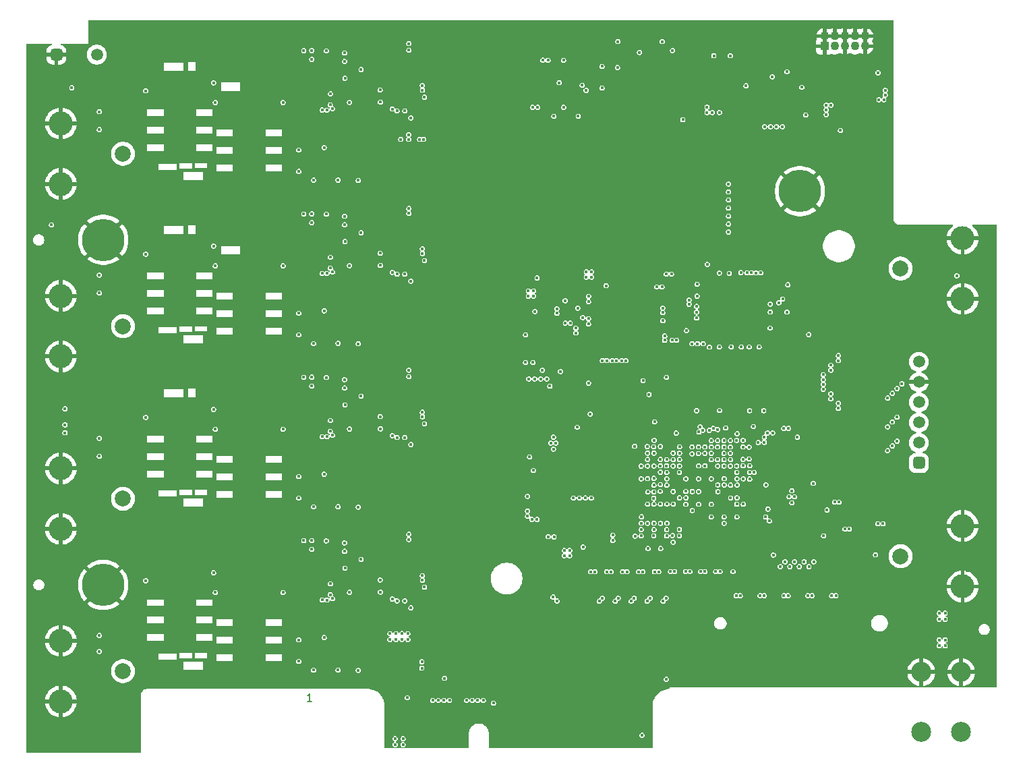
<source format=gbr>
%TF.GenerationSoftware,KiCad,Pcbnew,9.0.0*%
%TF.CreationDate,2025-04-15T14:45:54-04:00*%
%TF.ProjectId,Thunderscope_Rev5,5468756e-6465-4727-9363-6f70655f5265,rev?*%
%TF.SameCoordinates,Original*%
%TF.FileFunction,Copper,L2,Inr*%
%TF.FilePolarity,Positive*%
%FSLAX46Y46*%
G04 Gerber Fmt 4.6, Leading zero omitted, Abs format (unit mm)*
G04 Created by KiCad (PCBNEW 9.0.0) date 2025-04-15 14:45:54*
%MOMM*%
%LPD*%
G01*
G04 APERTURE LIST*
G04 Aperture macros list*
%AMRoundRect*
0 Rectangle with rounded corners*
0 $1 Rounding radius*
0 $2 $3 $4 $5 $6 $7 $8 $9 X,Y pos of 4 corners*
0 Add a 4 corners polygon primitive as box body*
4,1,4,$2,$3,$4,$5,$6,$7,$8,$9,$2,$3,0*
0 Add four circle primitives for the rounded corners*
1,1,$1+$1,$2,$3*
1,1,$1+$1,$4,$5*
1,1,$1+$1,$6,$7*
1,1,$1+$1,$8,$9*
0 Add four rect primitives between the rounded corners*
20,1,$1+$1,$2,$3,$4,$5,0*
20,1,$1+$1,$4,$5,$6,$7,0*
20,1,$1+$1,$6,$7,$8,$9,0*
20,1,$1+$1,$8,$9,$2,$3,0*%
G04 Aperture macros list end*
%ADD10C,0.200000*%
%TA.AperFunction,NonConductor*%
%ADD11C,0.200000*%
%TD*%
%TA.AperFunction,ComponentPad*%
%ADD12C,2.000000*%
%TD*%
%TA.AperFunction,ComponentPad*%
%ADD13C,3.000000*%
%TD*%
%TA.AperFunction,ComponentPad*%
%ADD14R,1.090000X1.090000*%
%TD*%
%TA.AperFunction,ComponentPad*%
%ADD15C,1.090000*%
%TD*%
%TA.AperFunction,ComponentPad*%
%ADD16C,2.500000*%
%TD*%
%TA.AperFunction,ComponentPad*%
%ADD17RoundRect,0.375000X-0.375000X-0.375000X0.375000X-0.375000X0.375000X0.375000X-0.375000X0.375000X0*%
%TD*%
%TA.AperFunction,ComponentPad*%
%ADD18C,1.500000*%
%TD*%
%TA.AperFunction,ComponentPad*%
%ADD19C,5.300000*%
%TD*%
%TA.AperFunction,ComponentPad*%
%ADD20RoundRect,0.375000X0.375000X-0.375000X0.375000X0.375000X-0.375000X0.375000X-0.375000X-0.375000X0*%
%TD*%
%TA.AperFunction,ViaPad*%
%ADD21C,0.406400*%
%TD*%
G04 APERTURE END LIST*
D10*
D11*
X123194577Y-143320819D02*
X122623149Y-143320819D01*
X122908863Y-143320819D02*
X122908863Y-142320819D01*
X122908863Y-142320819D02*
X122813625Y-142463676D01*
X122813625Y-142463676D02*
X122718387Y-142558914D01*
X122718387Y-142558914D02*
X122623149Y-142606533D01*
D12*
%TO.N,/CH3/BNC_IN*%
%TO.C,J1002_3*%
X99476095Y-117878600D03*
D13*
%TO.N,GND*%
X91676095Y-121678600D03*
X91676095Y-114078600D03*
%TD*%
D12*
%TO.N,/CH2/BNC_IN*%
%TO.C,J1002_2*%
X99476095Y-96228600D03*
D13*
%TO.N,GND*%
X91676095Y-100028600D03*
X91676095Y-92428600D03*
%TD*%
D12*
%TO.N,/CH4/BNC_IN*%
%TO.C,J1002_4*%
X99476095Y-139528600D03*
D13*
%TO.N,GND*%
X91676095Y-143328600D03*
X91676095Y-135728600D03*
%TD*%
D14*
%TO.N,GND*%
%TO.C,J3*%
X187561095Y-61088600D03*
D15*
X187561095Y-59818600D03*
%TO.N,/TS-PCIe Components/REFINOUT2*%
X188831095Y-61088600D03*
%TO.N,GND*%
X188831095Y-59818600D03*
X190101095Y-61088600D03*
X190101095Y-59818600D03*
%TO.N,/TS-PCIe Components/SYNC2*%
X191371095Y-61088600D03*
%TO.N,GND*%
X191371095Y-59818600D03*
X192641095Y-61088600D03*
X192641095Y-59818600D03*
%TD*%
D12*
%TO.N,/TS-USB4 Components/SYNC1*%
%TO.C,J2*%
X197101095Y-125103600D03*
D13*
%TO.N,GND*%
X204901095Y-121303600D03*
X204901095Y-128903600D03*
%TD*%
D12*
%TO.N,/CH1/BNC_IN*%
%TO.C,J1002_1*%
X99476095Y-74578600D03*
D13*
%TO.N,GND*%
X91676095Y-78378600D03*
X91676095Y-70778600D03*
%TD*%
D16*
%TO.N,GND*%
%TO.C,J11*%
X199701095Y-147153600D03*
X204701095Y-147153600D03*
X199701095Y-139653600D03*
X204701095Y-139653600D03*
%TD*%
D12*
%TO.N,/TS-USB4 Components/REFINOUT1*%
%TO.C,J1*%
X197101095Y-89003600D03*
D13*
%TO.N,GND*%
X204901095Y-85203600D03*
X204901095Y-92803600D03*
%TD*%
D17*
%TO.N,GND*%
%TO.C,J4*%
X91111095Y-62153600D03*
D18*
%TO.N,Net-(J4-Pad2)*%
X96191095Y-62153600D03*
%TD*%
D19*
%TO.N,GND*%
%TO.C,SO2*%
X97001095Y-85403600D03*
%TD*%
D20*
%TO.N,/FPGA/TMS*%
%TO.C,J5*%
X199401095Y-113403600D03*
D18*
%TO.N,/FPGA/TDI*%
X199401095Y-110863600D03*
%TO.N,/FPGA/TDO*%
X199401095Y-108323600D03*
%TO.N,/FPGA/TCK*%
X199401095Y-105783600D03*
%TO.N,GND*%
X199401095Y-103243600D03*
%TO.N,+3V3*%
X199401095Y-100703600D03*
%TD*%
D19*
%TO.N,GND*%
%TO.C,SO1*%
X184476095Y-79278600D03*
%TD*%
%TO.N,GND*%
%TO.C,SO3*%
X97001095Y-128703600D03*
%TD*%
D21*
%TO.N,GND*%
X106501085Y-77366100D03*
X106501085Y-97866100D03*
X106501085Y-118366100D03*
X106501075Y-138866100D03*
X197951095Y-101348600D03*
X197951095Y-103888600D03*
X200551095Y-114578600D03*
X200551095Y-112138600D03*
X198026095Y-111603600D03*
X200551095Y-109603600D03*
X197951095Y-109003600D03*
X200531095Y-107078600D03*
X197951095Y-106428600D03*
X200551095Y-104518600D03*
%TO.N,/ADC/+1V8A*%
X157926095Y-92478600D03*
X167701095Y-89678600D03*
X167251095Y-94528600D03*
X157936658Y-93138081D03*
X168351095Y-89678600D03*
%TO.N,/ADC/+1V8D*%
X167255863Y-95544072D03*
X157926095Y-95283610D03*
X157936658Y-95943091D03*
%TO.N,/VCM*%
X137336695Y-108487379D03*
X137336695Y-128987379D03*
X137336695Y-87987379D03*
X137336695Y-67487379D03*
X160126095Y-91153600D03*
%TO.N,/FPGA/MGT_TX0_N*%
X166745943Y-127047870D03*
%TO.N,/FPGA/MGT_TX0_P*%
X166212543Y-127047870D03*
%TO.N,/FPGA/MGT_TX1_N*%
X164745943Y-127047870D03*
%TO.N,/FPGA/MGT_TX1_P*%
X164212543Y-127047870D03*
%TO.N,/FPGA/MGT_TX2_N*%
X162745943Y-127047870D03*
%TO.N,/FPGA/MGT_TX2_P*%
X162212543Y-127047870D03*
%TO.N,/FPGA/MGT_TX3_N*%
X160745943Y-127047870D03*
%TO.N,/FPGA/MGT_TX3_P*%
X160212543Y-127047870D03*
%TO.N,/Clock Generator/ADC_CLK_R_P*%
X170551844Y-92935280D03*
%TO.N,/Clock Generator/ADC_CLK_R_N*%
X170551844Y-93471900D03*
%TO.N,/ACQ and FE Voltage Regs/+5V_R_PGA*%
X134351095Y-72778600D03*
%TO.N,Net-(U18H-VCCADC_0)*%
X170154535Y-116963600D03*
%TO.N,Net-(U20-FB)*%
X180176095Y-120178600D03*
%TO.N,/TRIM_1*%
X154796106Y-68753600D03*
X131801095Y-68103600D03*
%TO.N,/TRIM_2*%
X131801095Y-88603600D03*
X151546106Y-68753600D03*
%TO.N,/TRIM_3*%
X150896106Y-68753600D03*
X131801095Y-109103600D03*
%TO.N,/TRIM_4*%
X131801095Y-129603600D03*
X154796106Y-62853600D03*
%TO.N,/CH4/PGA_BIAS*%
X131776095Y-128078600D03*
%TO.N,+2V5*%
X150426095Y-102853600D03*
X151926095Y-102853600D03*
X167731339Y-113753600D03*
X164541095Y-113783600D03*
X168951095Y-109653600D03*
X166169426Y-110553600D03*
X152676095Y-102853600D03*
X166131095Y-117028600D03*
X151176095Y-102853600D03*
X169351095Y-112953600D03*
X163721095Y-111303600D03*
%TO.N,Net-(D1000_1-K)*%
X102333605Y-66677470D03*
%TO.N,/CH4/OUT_R_N*%
X137076095Y-128098600D03*
%TO.N,/CH4/OUT_R_P*%
X137055645Y-127525600D03*
%TO.N,/FPGA/TCK*%
X167771095Y-118547769D03*
%TO.N,/FPGA/TDI*%
X175771095Y-117798800D03*
%TO.N,/FPGA/TMS*%
X176541095Y-118573600D03*
%TO.N,/FPGA/TDO*%
X176571095Y-117773600D03*
%TO.N,AGND*%
X171751095Y-116978600D03*
X170951095Y-116978600D03*
%TO.N,+3V3*%
X172534779Y-111384431D03*
X181051095Y-109617350D03*
X178076095Y-112903600D03*
X157942015Y-103373600D03*
X166931095Y-116943600D03*
X174931095Y-113773600D03*
X194901095Y-121028600D03*
X187451095Y-122528600D03*
X164771095Y-103063600D03*
X180001095Y-110817350D03*
X171501095Y-106828600D03*
X174961095Y-115363600D03*
X194251095Y-121028600D03*
X180401094Y-109617350D03*
X175761095Y-116173600D03*
X174934779Y-110584431D03*
X176591095Y-109733600D03*
X167745388Y-115377893D03*
X178151095Y-106828600D03*
X166226095Y-108228600D03*
X177356802Y-118577893D03*
X174376095Y-106803600D03*
X180001095Y-110167350D03*
X182451095Y-109053600D03*
X183026095Y-109053600D03*
%TO.N,+1V8*%
X166957395Y-116103600D03*
X150276095Y-120078600D03*
X150826095Y-120478600D03*
X172551095Y-113753600D03*
X155551095Y-124378600D03*
X155551095Y-125028600D03*
X169334779Y-114584431D03*
X151476095Y-120478600D03*
X154901095Y-124378600D03*
X154901095Y-125028600D03*
X171751095Y-113753600D03*
X174141095Y-113763600D03*
X150276095Y-119428600D03*
%TO.N,+1V2_MGT*%
X156031076Y-117788599D03*
X158281076Y-117788599D03*
X160976095Y-123128600D03*
X156781076Y-117788599D03*
X165401095Y-124133600D03*
X163769426Y-122582416D03*
X167001095Y-124133601D03*
X157531076Y-117788599D03*
X168481095Y-122513600D03*
X168567411Y-123347769D03*
X160976095Y-122453600D03*
%TO.N,+1V0*%
X182001095Y-126403600D03*
X183201095Y-126403600D03*
X170951095Y-119353600D03*
X171751095Y-118578600D03*
X170151094Y-118578600D03*
X185601095Y-126403600D03*
X183801095Y-125803600D03*
X185001095Y-125803600D03*
X171751095Y-115378600D03*
X173351095Y-120163600D03*
X173351095Y-115378599D03*
X167751095Y-116175160D03*
X182601095Y-125803600D03*
X170151095Y-115378600D03*
X174161095Y-116143600D03*
X169351095Y-117778601D03*
X174171095Y-116993600D03*
X174951093Y-120163600D03*
X184401095Y-126403600D03*
X174951094Y-120963600D03*
X186201095Y-125803600D03*
X168571095Y-118553600D03*
X176551094Y-120163600D03*
X173351095Y-118578600D03*
X170160155Y-117767526D03*
X168551095Y-116978600D03*
%TO.N,+1V0_MGT*%
X166151095Y-120953600D03*
X166967411Y-120963600D03*
X167767411Y-120953600D03*
X165351095Y-120963600D03*
%TO.N,-5V*%
X173476648Y-69403081D03*
X127351095Y-65103600D03*
X125076105Y-69103590D03*
X125501105Y-68428590D03*
X124751095Y-94303600D03*
X121551095Y-94603600D03*
X127351095Y-126603600D03*
X124487875Y-69091610D03*
X172811648Y-68728081D03*
X121551095Y-74103600D03*
X121551095Y-135603600D03*
X121551095Y-115103600D03*
X125501105Y-109428590D03*
X172811648Y-69403081D03*
X129026095Y-77928600D03*
X125501105Y-129928590D03*
X129026095Y-139428600D03*
X124751095Y-73803600D03*
X125076105Y-110103590D03*
X129026095Y-118928600D03*
X124487875Y-110091610D03*
X124487875Y-89591610D03*
X169766061Y-70313562D03*
X125076105Y-130603590D03*
X125076105Y-89603590D03*
X127351095Y-85603600D03*
X125501105Y-88928590D03*
X127351095Y-106103600D03*
X124487875Y-130591610D03*
X124751095Y-135303600D03*
X124751095Y-114803600D03*
X129026095Y-98428600D03*
%TO.N,+VBIAS*%
X129376095Y-84503600D03*
X161571095Y-63763600D03*
X129376095Y-64003600D03*
X129376095Y-125503600D03*
X129376095Y-105003600D03*
%TO.N,+3V3_PGA*%
X137226095Y-72778600D03*
X135626095Y-90578600D03*
X159626095Y-66328600D03*
X135626095Y-111078600D03*
X135626095Y-70078600D03*
X135626095Y-131578600D03*
X159626095Y-63628600D03*
X136716105Y-72778600D03*
X93051095Y-66303600D03*
%TO.N,+1V8APLL*%
X179351095Y-98828600D03*
X178384472Y-89533786D03*
X177101095Y-98828600D03*
X177051095Y-89503600D03*
X174351095Y-89553600D03*
X171501095Y-94453600D03*
X171501095Y-93756043D03*
X174351095Y-98828600D03*
X171501095Y-95203600D03*
X185576095Y-97278600D03*
%TO.N,+5V3*%
X182851095Y-64283600D03*
X194276095Y-64428600D03*
X175741075Y-62278600D03*
%TO.N,-VBIAS*%
X127926095Y-109131864D03*
X127926095Y-88631864D03*
X127926095Y-129631864D03*
X168466083Y-61633600D03*
X127926095Y-68131864D03*
%TO.N,/Front End Trim and Bias/TRIM_SCL*%
X176534779Y-113773600D03*
%TO.N,/Front End Trim and Bias/TRIM_SCL_5V*%
X152846106Y-62853600D03*
X157126095Y-65978600D03*
%TO.N,/Front End Trim and Bias/TRIM_SDA*%
X178171095Y-113743600D03*
%TO.N,/Front End Trim and Bias/TRIM_SDA_5V*%
X152196106Y-62853600D03*
X157626095Y-66628600D03*
%TO.N,Net-(D1000_2-K)*%
X102333605Y-87177470D03*
%TO.N,Net-(D1000_3-K)*%
X102333605Y-107677470D03*
%TO.N,Net-(D1000_4-K)*%
X102333605Y-128177470D03*
%TO.N,/CH4/DC_CPLn*%
X121551095Y-138303600D03*
%TO.N,/ADC/ADC_CSn*%
X155001095Y-93028600D03*
X177334779Y-110563600D03*
%TO.N,/ADC/ADC_RSTn*%
X156576095Y-93953600D03*
%TO.N,/ADC/ADC_PD*%
X157201095Y-95153600D03*
%TO.N,/FPGA/MGT_RX0_N*%
X174437048Y-127032880D03*
X167741095Y-122553600D03*
%TO.N,/FPGA/MGT_RX0_P*%
X167738595Y-121753600D03*
X173903648Y-127032880D03*
%TO.N,/FPGA/MGT_RX1_N*%
X164528595Y-122553600D03*
X172537048Y-127032880D03*
%TO.N,/FPGA/MGT_RX1_P*%
X172003648Y-127032880D03*
X164538595Y-121753600D03*
%TO.N,/FPGA/MGT_RX2_N*%
X170645943Y-127032880D03*
X166121095Y-122546100D03*
%TO.N,/FPGA/MGT_RX2_P*%
X170112543Y-127032880D03*
X166138595Y-121753600D03*
%TO.N,/FPGA/MGT_RX3_N*%
X168745943Y-127032880D03*
X169338595Y-122536100D03*
%TO.N,/FPGA/MGT_RX3_P*%
X169338595Y-121743600D03*
X168212543Y-127032880D03*
%TO.N,Net-(U7-RSTN)*%
X179551095Y-89528600D03*
%TO.N,/Clock Generator/PLL_RSTn*%
X196676095Y-110653600D03*
X174934779Y-112984431D03*
%TO.N,/FPGA/FPGA IO Banks/PLL_SCL*%
X181826095Y-93278600D03*
X195476095Y-111853600D03*
X176541295Y-114577600D03*
%TO.N,/FPGA/FPGA IO Banks/PLL_SDA*%
X182301095Y-92828600D03*
X176561095Y-115373600D03*
X196076095Y-111253600D03*
%TO.N,+1V8_ACQ*%
X171626095Y-98428600D03*
X172326095Y-98428600D03*
X156336084Y-97078600D03*
X156336084Y-96478600D03*
X155031076Y-95838599D03*
X155631076Y-95838599D03*
X170926095Y-98428600D03*
%TO.N,/Clock Generator/AC0*%
X180751095Y-93453600D03*
%TO.N,/Clock Generator/TEST*%
X180751095Y-94453600D03*
%TO.N,Net-(U18D-INIT_B_0)*%
X176599138Y-116165557D03*
%TO.N,Net-(U18D-PROGRAM_B_0)*%
X174967395Y-116156004D03*
%TO.N,/TERM_1*%
X175501095Y-80378600D03*
X173334779Y-112984431D03*
%TO.N,/TERM_2*%
X175501095Y-84403600D03*
X171731095Y-112201200D03*
%TO.N,/TERM_3*%
X171789883Y-109509900D03*
%TO.N,/TERM_4*%
X178719557Y-114578838D03*
%TO.N,/ATTEN_1*%
X175501095Y-79378600D03*
X174134779Y-110584431D03*
%TO.N,/ATTEN_2*%
X175501095Y-82403600D03*
X173334779Y-111384431D03*
%TO.N,/ATTEN_3*%
X172273578Y-109285050D03*
%TO.N,/ATTEN_4*%
X178171095Y-115413600D03*
%TO.N,/PGA_CSn_1*%
X133301095Y-68963600D03*
X174934779Y-111384431D03*
X195476095Y-105253600D03*
%TO.N,/PGA_CSn_2*%
X133301095Y-89463600D03*
X173334779Y-110584431D03*
X175501095Y-81403600D03*
%TO.N,/PGA_CSn_3*%
X175734779Y-110584431D03*
X133301095Y-109963600D03*
%TO.N,/PGA_CSn_4*%
X177371095Y-115383600D03*
X133301095Y-130463600D03*
%TO.N,/CH4/BUF_R_BIAS*%
X125531285Y-128561160D03*
%TO.N,/DC_CPL_1*%
X175501095Y-78378600D03*
X174134779Y-111384431D03*
%TO.N,/DC_CPL_2*%
X173334779Y-112184431D03*
X175501095Y-83403600D03*
%TO.N,/DC_CPL_3*%
X174144695Y-109200212D03*
%TO.N,/DC_CPL_4*%
X178151183Y-114585200D03*
%TO.N,/ADC/ADC_SDATA*%
X153951095Y-94053600D03*
X175734779Y-111384431D03*
%TO.N,/ADC/ADC_SCLK*%
X177331095Y-111383600D03*
X153951095Y-94608403D03*
%TO.N,GND*%
X111451095Y-125103600D03*
X150266100Y-110153599D03*
X206126095Y-90903600D03*
X134126095Y-133353600D03*
X117283705Y-99398390D03*
X114631075Y-108641100D03*
X140126095Y-120903600D03*
X166951095Y-117763600D03*
X105876115Y-132003600D03*
X171301095Y-130353600D03*
X113081095Y-75266100D03*
X192126095Y-86903600D03*
X195391095Y-122873600D03*
X156726095Y-141753600D03*
X118690965Y-104478600D03*
X166932764Y-121753600D03*
X108901095Y-68553600D03*
X126715705Y-140403600D03*
X101449095Y-103098380D03*
X103551095Y-96753600D03*
X152556076Y-123343599D03*
X188126095Y-80903600D03*
X99751096Y-79553600D03*
X120141005Y-126853600D03*
X125276095Y-126353590D03*
X162491073Y-65078602D03*
X122031095Y-122103590D03*
X101451095Y-69753590D03*
X144126095Y-76903600D03*
X89751095Y-83253600D03*
X148326095Y-88903600D03*
X144926095Y-121903600D03*
X205126095Y-89903600D03*
X185976095Y-137728600D03*
X109116025Y-106078600D03*
X146126095Y-116903600D03*
X120141005Y-104478600D03*
X192126095Y-90903600D03*
X90251095Y-105553600D03*
X105349095Y-81098380D03*
X119951095Y-136203600D03*
X130615705Y-118403600D03*
X96751095Y-124053600D03*
X108091095Y-135328600D03*
X155751074Y-60053600D03*
X170151095Y-114553600D03*
X179126095Y-75903600D03*
X134376095Y-120653600D03*
X139501095Y-67253600D03*
X145126095Y-117903600D03*
X144326095Y-88903600D03*
X89751095Y-133053600D03*
X158126095Y-68728600D03*
X106751050Y-59053600D03*
X158626095Y-65403600D03*
X207126095Y-115903600D03*
X104251095Y-98452480D03*
X101451095Y-89003590D03*
X193026095Y-87803600D03*
X163126095Y-71903600D03*
X91751096Y-85853620D03*
X92751096Y-94553600D03*
X159426095Y-85903600D03*
X112861095Y-103543600D03*
X156126095Y-84903600D03*
X146751070Y-59053600D03*
X177201095Y-106828600D03*
X112251095Y-123433600D03*
X125501095Y-112803600D03*
X138126095Y-133353600D03*
X152076095Y-114203600D03*
X174134779Y-112184431D03*
X172126095Y-66903600D03*
X101451095Y-112003600D03*
X98751096Y-98553600D03*
X108091095Y-73828600D03*
X125876095Y-125753590D03*
X131801095Y-124728600D03*
X99751096Y-143053600D03*
X188126095Y-74903600D03*
X114326095Y-82468610D03*
X153076095Y-138503600D03*
X140551092Y-146553600D03*
X141126095Y-99903600D03*
X200413413Y-124229630D03*
X92401095Y-64753600D03*
X89501095Y-115053600D03*
X92751095Y-126053600D03*
X208751095Y-126803600D03*
X147326095Y-121903600D03*
X180552598Y-130051806D03*
X91751095Y-75753600D03*
X137051095Y-104753600D03*
X134376095Y-86828600D03*
X202501095Y-103503600D03*
X158526095Y-142053600D03*
X166921095Y-122549707D03*
X186126095Y-72903600D03*
X148126095Y-78903600D03*
X142126095Y-72903600D03*
X110601095Y-96803600D03*
X150776095Y-129903600D03*
X194026095Y-117528600D03*
X124676095Y-64253590D03*
X202126095Y-86903600D03*
X126713695Y-101598380D03*
X133376095Y-111653600D03*
X90512500Y-87292196D03*
X184426095Y-94253600D03*
X100401095Y-136703600D03*
X104049095Y-104603600D03*
X102826105Y-138878600D03*
X97751046Y-58053600D03*
X109901095Y-103103382D03*
X146126095Y-133353600D03*
X153291095Y-107353600D03*
X94751095Y-120053600D03*
X99751095Y-103053600D03*
X92751095Y-140053600D03*
X123283705Y-99398390D03*
X196126095Y-84903600D03*
X120783695Y-78898390D03*
X120141005Y-66853600D03*
X182476095Y-106828600D03*
X111581085Y-77466100D03*
X133286485Y-71803600D03*
X159344387Y-100127183D03*
X147026095Y-73903600D03*
X169126095Y-79903600D03*
X105926085Y-126603600D03*
X159926095Y-84903600D03*
X173101095Y-137753600D03*
X99751095Y-99403600D03*
X104331115Y-106116100D03*
X101449095Y-106098380D03*
X89751095Y-89553600D03*
X124676095Y-125753590D03*
X171376095Y-127032880D03*
X113081095Y-118466100D03*
X140126095Y-64903600D03*
X116081115Y-95766100D03*
X130611095Y-90253590D03*
X145326095Y-83903600D03*
X179126095Y-77903600D03*
X160926095Y-85880615D03*
X145126095Y-65903600D03*
X188126095Y-88903600D03*
X89751095Y-125053600D03*
X129337025Y-124482400D03*
X182126095Y-74903600D03*
X173267200Y-127032880D03*
X135651095Y-148753600D03*
X109116025Y-126578600D03*
X163767411Y-118547769D03*
X115901095Y-70803600D03*
X208751095Y-140803600D03*
X151026095Y-77903600D03*
X120781095Y-122103590D03*
X207126095Y-87903600D03*
X102826105Y-77378600D03*
X133376095Y-117653600D03*
X102751095Y-99403600D03*
X92751096Y-96553600D03*
X137576095Y-99453600D03*
X153501095Y-62853600D03*
X190126095Y-82903600D03*
X117581125Y-77466100D03*
X163169145Y-95228600D03*
X157176095Y-130103600D03*
X113081095Y-93541100D03*
X91751095Y-87553600D03*
X178126095Y-68903600D03*
X170126095Y-64903600D03*
X161126095Y-69903600D03*
X96751096Y-96553600D03*
X123281105Y-101603590D03*
X129313695Y-81098380D03*
X99751095Y-121053600D03*
X133286485Y-74303600D03*
X160726095Y-137753600D03*
X187909592Y-130051806D03*
X199148682Y-117503600D03*
X89501095Y-69803600D03*
X111901085Y-90217950D03*
X124151095Y-117353600D03*
X117283705Y-78898390D03*
X191126095Y-87903600D03*
X153331076Y-120578599D03*
X173101095Y-139003600D03*
X144326095Y-124903600D03*
X206826095Y-97353600D03*
X113081095Y-134541100D03*
X131726095Y-75103600D03*
X142326095Y-126903600D03*
X200126095Y-90903600D03*
X188126095Y-94903600D03*
X99751095Y-123053600D03*
X126715705Y-78903600D03*
X140126095Y-114903600D03*
X182126095Y-88903600D03*
X91751095Y-95553600D03*
X126701105Y-67053590D03*
X170176095Y-120963600D03*
X116033695Y-99398390D03*
X121201095Y-118453600D03*
X116031095Y-60603590D03*
X102876095Y-115928600D03*
X101451095Y-132503600D03*
X193476095Y-120278600D03*
X104376105Y-70503600D03*
X172126095Y-82903600D03*
X150126095Y-126903600D03*
X133376095Y-97353600D03*
X102749095Y-82598380D03*
X106301095Y-86753600D03*
X96751096Y-76553600D03*
X100751098Y-144053600D03*
X172551096Y-118578600D03*
X159226095Y-136753600D03*
X107051095Y-70103600D03*
X108886115Y-128521700D03*
X101451095Y-90253590D03*
X206413413Y-132229630D03*
X131726095Y-76603600D03*
X185751089Y-60053600D03*
X107401095Y-62483600D03*
X199413413Y-129429630D03*
X151126095Y-132353600D03*
X112861095Y-62543600D03*
X180091095Y-100828600D03*
X148126095Y-98903600D03*
X170951095Y-118553600D03*
X114326095Y-61968610D03*
X192276095Y-133628600D03*
X153006076Y-99003599D03*
X174151095Y-115378600D03*
X154126095Y-78903600D03*
X165126095Y-73903600D03*
X192026095Y-82903600D03*
X105926085Y-106103600D03*
X177358597Y-120176100D03*
X98751095Y-114053600D03*
X136551095Y-90604200D03*
X121168055Y-62728110D03*
X104051095Y-99403600D03*
X110301095Y-104603600D03*
X164126095Y-72903600D03*
X191051095Y-106328600D03*
X201413413Y-123229630D03*
X174138595Y-117766100D03*
X147126095Y-67903600D03*
X98751096Y-76553600D03*
X171126095Y-79903600D03*
X208751095Y-86803600D03*
X184126095Y-82903600D03*
X188126095Y-82903600D03*
X109751052Y-58053600D03*
X134376095Y-116653600D03*
X194126095Y-98903600D03*
X149126095Y-89903600D03*
X96751095Y-136053600D03*
X132376095Y-114653600D03*
X103176085Y-128478600D03*
X194751094Y-61053600D03*
X136751065Y-59053600D03*
X127001095Y-73803600D03*
X120783695Y-140398390D03*
X151026095Y-145653600D03*
X119176095Y-138966100D03*
X101451095Y-138903600D03*
X101451095Y-137403600D03*
X148126095Y-106903600D03*
X179126095Y-71903600D03*
X126701105Y-108053590D03*
X122501095Y-136603600D03*
X152126095Y-72903600D03*
X110301095Y-63603600D03*
X107401095Y-123983600D03*
X168676095Y-136553600D03*
X191751093Y-58053600D03*
X88751095Y-98553600D03*
X128013695Y-101598380D03*
X88751095Y-96553600D03*
X116226045Y-129128600D03*
X105349095Y-123598380D03*
X143026095Y-87903600D03*
X180126095Y-86903600D03*
X146326095Y-122903600D03*
X129001095Y-93303600D03*
X147126095Y-63903600D03*
X161326095Y-83903600D03*
X156751075Y-59053600D03*
X91751095Y-67753600D03*
X164326095Y-82903600D03*
X147026095Y-83903600D03*
X120141005Y-109353600D03*
X145126095Y-79903600D03*
X94751096Y-82553600D03*
X94751095Y-116053600D03*
X155576095Y-138503600D03*
X141126095Y-97903600D03*
X117281105Y-101603590D03*
X207626095Y-139803600D03*
X135965306Y-140553600D03*
X131726095Y-111653600D03*
X187126095Y-73903600D03*
X97751096Y-91553600D03*
X102749095Y-125103600D03*
X87751095Y-81753600D03*
X208753000Y-133303600D03*
X107366095Y-88553600D03*
X171126095Y-73903600D03*
X149026095Y-85903600D03*
X147126095Y-130103600D03*
X188126095Y-78903600D03*
X116226045Y-85078600D03*
X98751045Y-61053601D03*
X98751095Y-110053600D03*
X130611095Y-132503600D03*
X100023887Y-69853600D03*
X175761095Y-102028600D03*
X95751099Y-149053600D03*
X94751095Y-138053600D03*
X105101095Y-139477480D03*
X92751095Y-138053600D03*
X201413413Y-131229630D03*
X94751096Y-70553600D03*
X146026095Y-72903600D03*
X130611095Y-71003600D03*
X133376095Y-65328600D03*
X170126095Y-70903600D03*
X120141005Y-131353600D03*
X128801105Y-68153600D03*
X185126095Y-60903600D03*
X152326095Y-76903600D03*
X149126095Y-71903600D03*
X142126095Y-96903600D03*
X145751070Y-58053600D03*
X133751064Y-58053600D03*
X119176095Y-118466100D03*
X148126095Y-108903600D03*
X194376095Y-74903600D03*
X113716095Y-83078610D03*
X139401095Y-68453600D03*
X165361095Y-121763600D03*
X162976095Y-107398600D03*
X109661105Y-108803600D03*
X120641095Y-74103600D03*
X98251095Y-64253600D03*
X107001095Y-128653600D03*
X113716095Y-62578610D03*
X91751095Y-119053600D03*
X127376095Y-77928600D03*
X91751095Y-83553600D03*
X160576095Y-104728600D03*
X184826095Y-89603600D03*
X130615705Y-119903600D03*
X178126095Y-74903600D03*
X155626095Y-65903600D03*
X119251095Y-108603600D03*
X155126095Y-81903600D03*
X105876115Y-134203600D03*
X154126095Y-72903600D03*
X184431095Y-103228600D03*
X152326095Y-137453600D03*
X193476095Y-123103600D03*
X118596065Y-72841100D03*
X197276095Y-102853600D03*
X151126095Y-63903600D03*
X195751095Y-62053600D03*
X192476095Y-134728600D03*
X174921095Y-64263600D03*
X141126095Y-111903600D03*
X135851095Y-142503600D03*
X169126095Y-77903600D03*
X137051095Y-125253600D03*
X151751073Y-58053600D03*
X137551092Y-147553600D03*
X161126095Y-71903600D03*
X118596065Y-134341100D03*
X173126095Y-71903600D03*
X176126095Y-70903600D03*
X115911095Y-62543600D03*
X156326095Y-133453600D03*
X196076095Y-110653600D03*
X137551095Y-137878600D03*
X127001095Y-135303600D03*
X113251095Y-63603600D03*
X172226095Y-64703600D03*
X135376095Y-127828600D03*
X139126095Y-75903600D03*
X201413413Y-127229630D03*
X111281105Y-101603590D03*
X184751089Y-59053600D03*
X90751095Y-138053600D03*
X87751095Y-129703600D03*
X131726095Y-113653600D03*
X160526095Y-135503600D03*
X164126095Y-74903600D03*
X177126095Y-73903600D03*
X104376105Y-111503600D03*
X135376095Y-79853600D03*
X192026095Y-78903600D03*
X104049095Y-62098380D03*
X176126095Y-76903600D03*
X104049095Y-82598380D03*
X187879295Y-102028924D03*
X91751095Y-65753600D03*
X111901085Y-131217950D03*
X195126095Y-99903600D03*
X89551095Y-61753600D03*
X117095995Y-124966100D03*
X101451095Y-149053600D03*
X89501095Y-77753600D03*
X194376095Y-82903600D03*
X118801095Y-62526101D03*
X118596065Y-93341100D03*
X110386125Y-108021700D03*
X101475276Y-147048212D03*
X88751095Y-94553600D03*
X152126095Y-84903600D03*
X111001095Y-131993590D03*
X207126095Y-107903600D03*
X147326095Y-81903600D03*
X182526095Y-134803600D03*
X155326095Y-134453600D03*
X144126095Y-102903600D03*
X189126095Y-95903600D03*
X129001095Y-72803600D03*
X189126095Y-89903600D03*
X187976095Y-135728600D03*
X189026095Y-91803600D03*
X134376095Y-98353600D03*
X201126095Y-91903600D03*
X90751095Y-88553600D03*
X111281105Y-81103590D03*
X187126095Y-65903600D03*
X108876105Y-115938610D03*
X90751095Y-140053600D03*
X182751088Y-59053600D03*
X148126095Y-68903600D03*
X194376095Y-80903600D03*
X183526095Y-133803600D03*
X154751074Y-59053600D03*
X146126095Y-108903600D03*
X108091095Y-94328600D03*
X191276095Y-116428600D03*
X161776095Y-106013600D03*
X198526095Y-124103600D03*
X116081115Y-118466100D03*
X105951085Y-77952480D03*
X172541095Y-123373601D03*
X163126095Y-73903600D03*
X102749095Y-104603600D03*
X167476095Y-127047870D03*
X116851095Y-102881099D03*
X111581085Y-97966100D03*
X131776095Y-87853600D03*
X192026095Y-88803600D03*
X160555777Y-100127183D03*
X130615705Y-135753600D03*
X127001095Y-94303600D03*
X174941095Y-123353600D03*
X163226095Y-77903600D03*
X98751095Y-106053600D03*
X103701095Y-97866100D03*
X88751095Y-104553600D03*
X104051095Y-78903600D03*
X109701095Y-111503600D03*
X196076095Y-114203600D03*
X208751095Y-128803600D03*
X135376095Y-65328600D03*
X121051095Y-95603600D03*
X101449095Y-84098380D03*
X132376095Y-112653600D03*
X187226095Y-129153600D03*
X120783695Y-99398390D03*
X175126095Y-75903600D03*
X115301095Y-82433600D03*
X137576095Y-115453600D03*
X113251095Y-104603600D03*
X185126095Y-83903600D03*
X161626095Y-143378600D03*
X207326095Y-119903600D03*
X130613695Y-122098380D03*
X101451095Y-131253590D03*
X108781095Y-60603590D03*
X126251095Y-134303600D03*
X162126095Y-70903600D03*
X175451095Y-68253600D03*
X191126095Y-95903600D03*
X153126095Y-81903600D03*
X87751095Y-69753600D03*
X103551095Y-76253600D03*
X167126095Y-77903600D03*
X113036105Y-88153600D03*
X156026095Y-144503600D03*
X188626095Y-123153600D03*
X89751095Y-79553600D03*
X199308587Y-122429630D03*
X104376105Y-74928600D03*
X113081095Y-73041100D03*
X127376095Y-118928600D03*
X104049095Y-101598380D03*
X106651105Y-114803600D03*
X187126095Y-83903600D03*
X180191100Y-118392349D03*
X106651105Y-73803600D03*
X199887515Y-120954234D03*
X131801095Y-81828600D03*
X119251095Y-129103600D03*
X165169145Y-93228600D03*
X87751095Y-67753600D03*
X185826095Y-88603600D03*
X143126095Y-65903600D03*
X108751051Y-59053600D03*
X208751095Y-84803600D03*
X204576095Y-108303600D03*
X194376095Y-76903600D03*
X102749095Y-60598380D03*
X188976095Y-134728600D03*
X167126095Y-63903600D03*
X142751068Y-59053600D03*
X203413413Y-123229630D03*
X190026095Y-90803600D03*
X105101095Y-98477480D03*
X208751095Y-104803600D03*
X140126095Y-116903600D03*
X141126095Y-79903600D03*
X87751095Y-73753600D03*
X145126095Y-101903600D03*
X99751096Y-91553600D03*
X97751096Y-97553600D03*
X186976095Y-134728600D03*
X114783695Y-140398390D03*
X155626095Y-67403600D03*
X116851095Y-83021099D03*
X96751096Y-98553600D03*
X146126095Y-139353600D03*
X116081115Y-136766100D03*
X155026095Y-132253600D03*
X158681076Y-119628599D03*
X207126095Y-89903600D03*
X162169145Y-96228600D03*
X141126095Y-95903600D03*
X188626095Y-121903600D03*
X175761095Y-105628600D03*
X131726095Y-77903600D03*
X122031095Y-60603590D03*
X135376095Y-126828600D03*
X92751095Y-130053600D03*
X184851095Y-97253600D03*
X147126095Y-79903600D03*
X137051095Y-63753600D03*
X140126095Y-102903600D03*
X183751088Y-60053600D03*
X191726095Y-118528600D03*
X180091095Y-104428600D03*
X96751095Y-116053600D03*
X90751095Y-124053600D03*
X184126095Y-84903600D03*
X103551095Y-137753600D03*
X130615705Y-97903600D03*
X170163595Y-120166100D03*
X139126095Y-95903600D03*
X169126095Y-71903600D03*
X114251095Y-131217950D03*
X141751068Y-58053600D03*
X160126095Y-62903600D03*
X150901095Y-123578600D03*
X189126095Y-77903600D03*
X199126095Y-96078600D03*
X96751096Y-100553600D03*
X184126095Y-86903600D03*
X145701095Y-148753600D03*
X192011095Y-130103600D03*
X94751095Y-132053600D03*
X128013695Y-122098380D03*
X134376095Y-118653600D03*
X139381665Y-85987320D03*
X142126095Y-74903600D03*
X130615705Y-78903600D03*
X162126095Y-74903600D03*
X154026095Y-147053600D03*
X184431095Y-100828600D03*
X155126095Y-75903600D03*
X98751095Y-104053600D03*
X144126095Y-64903600D03*
X91751095Y-133053600D03*
X175751084Y-60053600D03*
X159476095Y-127047870D03*
X105926085Y-65103600D03*
X141126095Y-63903600D03*
X95701095Y-66953600D03*
X161726095Y-115503600D03*
X146126095Y-104903600D03*
X110031095Y-60603590D03*
X139381665Y-84787320D03*
X128501095Y-135303600D03*
X114781095Y-122103590D03*
X191976095Y-136728600D03*
X204576095Y-115803600D03*
X134376095Y-108328600D03*
X166963971Y-119363600D03*
X168126095Y-80903600D03*
X158681076Y-120953599D03*
X188829295Y-100832599D03*
X123951095Y-116103600D03*
X90512500Y-130592196D03*
X124361095Y-98403600D03*
X137551092Y-145553600D03*
X135376095Y-128828600D03*
X101451095Y-140403600D03*
X117095995Y-104466100D03*
X88751095Y-76753600D03*
X142126095Y-112903600D03*
X120781095Y-81103590D03*
X168751081Y-59053600D03*
X169751082Y-58053600D03*
X184326095Y-98399601D03*
X137576095Y-101453600D03*
X144126095Y-94903600D03*
X139126095Y-77903600D03*
X101451095Y-115403600D03*
X197571269Y-119803600D03*
X148026095Y-143003600D03*
X175167200Y-127032880D03*
X148126095Y-94903600D03*
X110851095Y-103103382D03*
X142126095Y-116903600D03*
X157951095Y-96603600D03*
X194851095Y-116428600D03*
X173201095Y-131703600D03*
X107401095Y-82983600D03*
X163426095Y-87903600D03*
X173751084Y-58053600D03*
X194151095Y-112478600D03*
X119176095Y-75253600D03*
X133551092Y-139553600D03*
X111751053Y-58053600D03*
X118801095Y-82386101D03*
X163836118Y-129837363D03*
X146326095Y-82903600D03*
X120141005Y-87353600D03*
X148776095Y-131903600D03*
X92751096Y-82553600D03*
X114751054Y-59053600D03*
X135376095Y-115653600D03*
X102876095Y-113703600D03*
X173908095Y-96403590D03*
X102876095Y-132003600D03*
X196676095Y-103453600D03*
X156176095Y-148453600D03*
X118366095Y-131841100D03*
X208751095Y-100803600D03*
X153126095Y-75903600D03*
X165126095Y-69903600D03*
X130613695Y-123598380D03*
X170776095Y-94128600D03*
X169524208Y-98003600D03*
X136126095Y-133353600D03*
X98601095Y-67753600D03*
X112751053Y-59053600D03*
X144126095Y-72903600D03*
X188976095Y-132728600D03*
X90751095Y-80553600D03*
X104049095Y-84103600D03*
X170226095Y-98428600D03*
X201413413Y-125229630D03*
X116081115Y-116266100D03*
X187926095Y-90703600D03*
X90751095Y-102553600D03*
X197078508Y-116420227D03*
X142126095Y-64903600D03*
X197701095Y-117503600D03*
X151126095Y-134353600D03*
X150076095Y-141503600D03*
X155726095Y-129853600D03*
X145126095Y-131903600D03*
X199413413Y-131229630D03*
X175008045Y-93103590D03*
X115751095Y-113853600D03*
X101451095Y-99403600D03*
X89751095Y-101553600D03*
X92751095Y-124053600D03*
X89751095Y-87553600D03*
X114781095Y-81103590D03*
X181126095Y-73903600D03*
X177126095Y-83903600D03*
X191476095Y-109528600D03*
X198126095Y-84903600D03*
X163926095Y-80903600D03*
X103551095Y-117253600D03*
X167676095Y-135403600D03*
X172126095Y-70903600D03*
X125501095Y-92303600D03*
X108926085Y-93203600D03*
X176476095Y-137728600D03*
X194413413Y-132229630D03*
X110031095Y-81103590D03*
X171126095Y-69903600D03*
X102876095Y-111503600D03*
X117001095Y-93353600D03*
X121168055Y-124228110D03*
X125276095Y-85353590D03*
X104376105Y-93203600D03*
X143126095Y-113903600D03*
X135376095Y-86828600D03*
X143126095Y-107903600D03*
X181909592Y-130053600D03*
X189126095Y-79903600D03*
X195476095Y-111253600D03*
X116033695Y-119898390D03*
X139381665Y-64287320D03*
X192751095Y-114203600D03*
X154951095Y-109203600D03*
X109661105Y-88303600D03*
X128751061Y-59053600D03*
X150151095Y-102153600D03*
X187879295Y-103228276D03*
X142126095Y-94903600D03*
X168601095Y-124133601D03*
X162051095Y-137053600D03*
X115301095Y-102933600D03*
X131726095Y-115653600D03*
X180126095Y-134903600D03*
X173401095Y-106828600D03*
X94751095Y-126053600D03*
X139126095Y-111903600D03*
X104376105Y-115928600D03*
X105876115Y-113703600D03*
X147126095Y-125703600D03*
X157526095Y-143053600D03*
X124676095Y-84753590D03*
X173126095Y-83903600D03*
X105151095Y-112578600D03*
X178126095Y-78903600D03*
X141126095Y-129903600D03*
X174126095Y-76903600D03*
X178126095Y-64903600D03*
X96751096Y-74553600D03*
X175231072Y-65503599D03*
X172551095Y-115378600D03*
X171431095Y-105628600D03*
X131726095Y-93353600D03*
X190976095Y-137728600D03*
X143126095Y-77903600D03*
X94751096Y-74553600D03*
X157482391Y-127047870D03*
X196413413Y-130229630D03*
X180091095Y-105628600D03*
X174991095Y-118553600D03*
X172126095Y-78903600D03*
X124361095Y-139403600D03*
X165126095Y-75903600D03*
X207126095Y-91903600D03*
X141126095Y-121903600D03*
X110426095Y-113703600D03*
X183751089Y-58053600D03*
X169126095Y-83903600D03*
X129315705Y-140403600D03*
X87751095Y-95553600D03*
X139126095Y-123903600D03*
X94751096Y-88553600D03*
X101451095Y-119903600D03*
X115301095Y-61933600D03*
X191476095Y-135728600D03*
X130613695Y-104228600D03*
X107751051Y-58053600D03*
X179476095Y-137728600D03*
X97751098Y-145053600D03*
X179126095Y-73903600D03*
X105876115Y-91003600D03*
X152126095Y-74903600D03*
X101451095Y-118403600D03*
X87751095Y-149503600D03*
X186552598Y-130053600D03*
X149076095Y-142503600D03*
X135876095Y-125203600D03*
X168126095Y-84903600D03*
X146026095Y-84903600D03*
X140126095Y-92903600D03*
X158681076Y-122278599D03*
X114581105Y-93541100D03*
X184901095Y-115092350D03*
X105151095Y-133078600D03*
X119176095Y-95753600D03*
X96751095Y-112053600D03*
X101451095Y-97903600D03*
X155681095Y-120953600D03*
X124151095Y-76353600D03*
X159126095Y-69903600D03*
X164126095Y-76903600D03*
X202126095Y-90903600D03*
X120141005Y-106353600D03*
X183126095Y-87903600D03*
X113081095Y-97966100D03*
X150026095Y-137253600D03*
X159726095Y-138753600D03*
X169126095Y-85903600D03*
X157126095Y-79903600D03*
X102826105Y-97878600D03*
X176108045Y-94203590D03*
X107651095Y-89453600D03*
X89501095Y-135053600D03*
X194376095Y-78903600D03*
X113081095Y-114041100D03*
X137576095Y-95453600D03*
X91751095Y-105553600D03*
X105926085Y-85603600D03*
X151651095Y-148753600D03*
X207176095Y-111853600D03*
X165126095Y-77903600D03*
X135376095Y-87828600D03*
X111581085Y-73041100D03*
X103701095Y-118366100D03*
X137576095Y-117453600D03*
X133376095Y-126828600D03*
X167126095Y-75903600D03*
X195544754Y-121004115D03*
X196701095Y-113124601D03*
X184901095Y-115942350D03*
X108901095Y-123988602D03*
X168126095Y-64903600D03*
X169476095Y-91753600D03*
X87751095Y-147053600D03*
X114581105Y-138966100D03*
X110426095Y-134203600D03*
X137751066Y-58053600D03*
X107376125Y-134203600D03*
X134376095Y-78853600D03*
X184526095Y-92503600D03*
X111441135Y-108503600D03*
X106651105Y-94303600D03*
X105351095Y-140403600D03*
X134376095Y-65328600D03*
X133326095Y-79853600D03*
X102751095Y-140403600D03*
X120141005Y-88853600D03*
X131801095Y-104228600D03*
X158101095Y-106678600D03*
X97751095Y-135053600D03*
X151076095Y-140503600D03*
X154576095Y-139503600D03*
X88751095Y-92553600D03*
X124676095Y-85953590D03*
X111441135Y-129003600D03*
X182651095Y-68028600D03*
X192126095Y-92903600D03*
X90751095Y-66553600D03*
X110851095Y-123603382D03*
X128501095Y-114803600D03*
X158026095Y-147053600D03*
X144751069Y-59053600D03*
X196126095Y-94903600D03*
X118690965Y-83978600D03*
X199901095Y-116386973D03*
X104049095Y-122098380D03*
X135376095Y-95353600D03*
X171126095Y-85903600D03*
X120141005Y-128353600D03*
X172226095Y-65353600D03*
X108901095Y-109553600D03*
X179126095Y-63903600D03*
X163116072Y-131269837D03*
X146126095Y-64903600D03*
X185726095Y-129153600D03*
X116851095Y-103521099D03*
X189651095Y-116428600D03*
X120251095Y-137853600D03*
X195751095Y-58053600D03*
X111581085Y-136766100D03*
X148126095Y-110903600D03*
X117606085Y-91591100D03*
X156076095Y-135503600D03*
X156026095Y-143053600D03*
X90751095Y-73053600D03*
X160126095Y-76903600D03*
X154101095Y-120953600D03*
X117581125Y-95766100D03*
X165576095Y-95353600D03*
X160026095Y-147053600D03*
X148126095Y-64903600D03*
X192601095Y-111153600D03*
X160626095Y-144378600D03*
X160126095Y-74903600D03*
X102876095Y-95428600D03*
X178308095Y-94203590D03*
X118801095Y-83026101D03*
X125569898Y-123163600D03*
X175126095Y-85903600D03*
X130613695Y-83728600D03*
X92751096Y-68553600D03*
X194126095Y-100903600D03*
X208751095Y-108803600D03*
X137576095Y-119453600D03*
X121168055Y-83228110D03*
X130611095Y-130003580D03*
X108783695Y-119898390D03*
X126701105Y-87553590D03*
X171751083Y-58053600D03*
X99751045Y-62053601D03*
X87749134Y-132256334D03*
X116033695Y-140398390D03*
X89401095Y-143053600D03*
X111641095Y-83043600D03*
X165276095Y-83903600D03*
X118801095Y-102886101D03*
X146026095Y-88903600D03*
X111281105Y-122103590D03*
X88751095Y-100553600D03*
X171431095Y-102028600D03*
X153126095Y-73903600D03*
X208751095Y-112803600D03*
X162751078Y-59053600D03*
X98751096Y-90553600D03*
X87751095Y-79753600D03*
X203413413Y-127229630D03*
X204576095Y-103803600D03*
X165126095Y-61903600D03*
X142326095Y-106903600D03*
X105876115Y-136428600D03*
X89751095Y-111053600D03*
X195751095Y-64053600D03*
X97651095Y-67853600D03*
X143326095Y-105903600D03*
X160026095Y-145653600D03*
X150126095Y-62903600D03*
X149026095Y-147053600D03*
X145126095Y-103903600D03*
X108886115Y-67021700D03*
X157126095Y-85903600D03*
X162926095Y-79903600D03*
X94751095Y-122053600D03*
X157126095Y-75903600D03*
X204576095Y-105303600D03*
X150126095Y-72903600D03*
X162981071Y-64293602D03*
X161476095Y-127047870D03*
X192126095Y-98903600D03*
X162427467Y-123555509D03*
X192926095Y-73903600D03*
X141126095Y-75903600D03*
X150101095Y-124378600D03*
X89751095Y-73753600D03*
X173126095Y-87903600D03*
X145126095Y-105903600D03*
X139126095Y-103903600D03*
X130615705Y-99403600D03*
X170201095Y-122503600D03*
X102736145Y-65128600D03*
X127376095Y-98428600D03*
X146126095Y-76903600D03*
X181151095Y-68028600D03*
X151026095Y-144253600D03*
X135401095Y-75103600D03*
X204413413Y-124229630D03*
X204301095Y-118253600D03*
X88751095Y-112053600D03*
X171126095Y-81903600D03*
X162026095Y-82903600D03*
X168126095Y-82903600D03*
X101451095Y-145053600D03*
X165276095Y-87903600D03*
X196076095Y-107653600D03*
X165116072Y-131269837D03*
X117095995Y-83966100D03*
X98751095Y-134053600D03*
X175761095Y-120158599D03*
X105349095Y-62098380D03*
X134376095Y-87828600D03*
X117606085Y-71091100D03*
X132551092Y-142553600D03*
X111251095Y-86703600D03*
X165751098Y-147053600D03*
X187126095Y-67903600D03*
X122031095Y-101603590D03*
X176151095Y-78903600D03*
X93751095Y-63753600D03*
X187976095Y-133728600D03*
X88751095Y-80753600D03*
X100401095Y-132053600D03*
X87751095Y-121053600D03*
X140126095Y-98903600D03*
X160576095Y-107398600D03*
X207126095Y-93903600D03*
X161426095Y-87903600D03*
X143126095Y-111903600D03*
X99751096Y-77553600D03*
X120251095Y-96853600D03*
X175126095Y-83903600D03*
X110033695Y-119898390D03*
X156131076Y-100478600D03*
X184431095Y-104428600D03*
X145126095Y-97903600D03*
X96751095Y-138053600D03*
X92751095Y-128053600D03*
X197413413Y-123229630D03*
X178126095Y-72903600D03*
X183191095Y-114042350D03*
X116851095Y-82381099D03*
X90512500Y-126803600D03*
X170951095Y-113753600D03*
X121168055Y-103728110D03*
X148126095Y-114903600D03*
X110851095Y-62103382D03*
X114581105Y-118466100D03*
X110710995Y-126566100D03*
X110376095Y-115928600D03*
X99751047Y-58053600D03*
X174751084Y-59053600D03*
X108781095Y-122103590D03*
X111581085Y-93541100D03*
X105349095Y-82598380D03*
X159126095Y-81903600D03*
X92751095Y-133553600D03*
X131801095Y-63228600D03*
X169367410Y-120947769D03*
X107651095Y-109953600D03*
X141126095Y-101903600D03*
X122871095Y-131093600D03*
X142126095Y-70903600D03*
X154951095Y-107603600D03*
X108901095Y-89053600D03*
X97751095Y-102203600D03*
X102876095Y-93203600D03*
X141126095Y-69903600D03*
X104251095Y-118952480D03*
X180126095Y-82903600D03*
X131726095Y-95353600D03*
X191601095Y-68828600D03*
X197126095Y-86009900D03*
X97751095Y-115053600D03*
X128013695Y-81098380D03*
X116031095Y-81103590D03*
X141126095Y-91903600D03*
X121201095Y-138953600D03*
X175126095Y-79903600D03*
X141551092Y-147553600D03*
X147326095Y-71903600D03*
X94751096Y-76553600D03*
X113856085Y-94641100D03*
X205089999Y-135303600D03*
X126715705Y-119903600D03*
X149126095Y-67903600D03*
X94751095Y-62753600D03*
X154126095Y-82903600D03*
X132376095Y-116653600D03*
X100451095Y-98553600D03*
X163126095Y-69903600D03*
X139126095Y-93903600D03*
X88751095Y-62753600D03*
X164169145Y-94228600D03*
X169126095Y-87903600D03*
X135376095Y-113653600D03*
X133376095Y-87828600D03*
X164926105Y-91153600D03*
X153751073Y-60053600D03*
X164176095Y-148453600D03*
X154226095Y-141753600D03*
X205351095Y-118253600D03*
X105151095Y-94303600D03*
X140536095Y-128643600D03*
X160751077Y-59053600D03*
X197126095Y-96078600D03*
X120141005Y-90353600D03*
X207176095Y-118253600D03*
X94751095Y-110053600D03*
X131726095Y-91353600D03*
X88751095Y-72753600D03*
X152126095Y-70903600D03*
X139381665Y-105287320D03*
X181826095Y-136559215D03*
X152126095Y-82903600D03*
X97751094Y-69853600D03*
X115901095Y-111803600D03*
X114326095Y-102968610D03*
X150266100Y-110903599D03*
X194413413Y-130229630D03*
X124676095Y-106453590D03*
X137301095Y-62303600D03*
X167476095Y-137753600D03*
X130613695Y-82598380D03*
X202413413Y-138229630D03*
X194126095Y-92903600D03*
X178126095Y-80903600D03*
X142126095Y-110903600D03*
X186126095Y-86903600D03*
X194676095Y-119803600D03*
X128501095Y-94303600D03*
X183126095Y-73903600D03*
X158426095Y-84903600D03*
X95751045Y-58053600D03*
X144126095Y-130903600D03*
X94751096Y-100553600D03*
X138351094Y-139953600D03*
X120141005Y-85853600D03*
X140326095Y-88903600D03*
X181126095Y-133903600D03*
X133126095Y-132353600D03*
X90751095Y-94553600D03*
X123841095Y-110083600D03*
X199413413Y-123229630D03*
X207413413Y-129229630D03*
X162326095Y-84903600D03*
X114631075Y-88141100D03*
X198526095Y-116403600D03*
X206676095Y-116753600D03*
X143326095Y-85903600D03*
X108876105Y-95438610D03*
X89501095Y-121053600D03*
X198323682Y-118653600D03*
X97751096Y-77553600D03*
X91751095Y-131053600D03*
X107001095Y-108153600D03*
X162978557Y-100127183D03*
X196751095Y-83713600D03*
X171431095Y-104428600D03*
X133376095Y-115653600D03*
X155126095Y-87903600D03*
X192026095Y-76903600D03*
X107376125Y-95428600D03*
X139126095Y-73903600D03*
X173126095Y-73903600D03*
X107366095Y-129553600D03*
X146326095Y-70903600D03*
X131776095Y-108353600D03*
X202501095Y-105428600D03*
X180126095Y-72903600D03*
X110601095Y-117303600D03*
X130613695Y-62098380D03*
X161169145Y-93228600D03*
X111581085Y-116266100D03*
X187126095Y-87903600D03*
X170934779Y-122584431D03*
X184431095Y-105628600D03*
X149126095Y-134353600D03*
X131801095Y-82778600D03*
X116033695Y-78898390D03*
X137576095Y-121453600D03*
X115751095Y-93353600D03*
X132551092Y-144553600D03*
X191126095Y-77903600D03*
X152276095Y-145653600D03*
X183426095Y-68403600D03*
X87751095Y-93553600D03*
X107521055Y-85591100D03*
X170947655Y-115380025D03*
X164926095Y-81903600D03*
X151326095Y-138453600D03*
X114251095Y-110717950D03*
X163769425Y-120182416D03*
X184126095Y-74903600D03*
X138551092Y-146553600D03*
X114581105Y-97966100D03*
X168501095Y-139034900D03*
X97751096Y-81553600D03*
X158226095Y-137753600D03*
X185751090Y-58053600D03*
X140126095Y-78903600D03*
X119951095Y-95203600D03*
X185376095Y-110209900D03*
X195851095Y-80053600D03*
X113716095Y-124078610D03*
X174126095Y-72903600D03*
X208751095Y-110803600D03*
X120141005Y-65353600D03*
X129315705Y-78903600D03*
X93751095Y-61753600D03*
X97751045Y-62053601D03*
X88751095Y-124053600D03*
X178526095Y-133703600D03*
X140126095Y-74903600D03*
X110710995Y-65066100D03*
X193476095Y-136728600D03*
X89751095Y-119053600D03*
X129315705Y-119903600D03*
X110376095Y-74928600D03*
X158501095Y-135578600D03*
X137576095Y-97453600D03*
X189476095Y-137728600D03*
X189776704Y-122132743D03*
X207413413Y-125229630D03*
X148751071Y-59053600D03*
X139481665Y-65487320D03*
X95751044Y-60053600D03*
X123841095Y-89583600D03*
X108301105Y-70078600D03*
X120781095Y-101603590D03*
X189779295Y-100831951D03*
X191076095Y-66678600D03*
X104049095Y-81098380D03*
X146056095Y-80903600D03*
X162151095Y-148453600D03*
X131726095Y-119653600D03*
X201226095Y-85978600D03*
X146126095Y-114903600D03*
X180191100Y-117642349D03*
X133376095Y-99353600D03*
X168567411Y-120947769D03*
X97751096Y-75553600D03*
X101449095Y-85598380D03*
X145126095Y-111903600D03*
X103176085Y-87478600D03*
X153736095Y-114453600D03*
X101451095Y-135903600D03*
X118690965Y-63478600D03*
X151126095Y-79903600D03*
X123281105Y-122103590D03*
X91751095Y-97553600D03*
X194126095Y-84903600D03*
X163769426Y-123382416D03*
X182042598Y-128253600D03*
X196992341Y-120987488D03*
X185042598Y-128253600D03*
X108901095Y-103488602D03*
X177976095Y-137728600D03*
X91751095Y-117053600D03*
X204576095Y-99303600D03*
X185976095Y-135728600D03*
X113036105Y-108653600D03*
X117283705Y-140398390D03*
X130615705Y-137403600D03*
X159276095Y-131303600D03*
X186126095Y-84903600D03*
X111441135Y-88003600D03*
X109201095Y-84103600D03*
X152971044Y-125638549D03*
X96751096Y-94553600D03*
X143126095Y-121903600D03*
X116226045Y-64578600D03*
X184976095Y-132603600D03*
X131801095Y-60478600D03*
X90751095Y-132053600D03*
X174126095Y-78903600D03*
X117821015Y-108616100D03*
X171126095Y-83903600D03*
X199126095Y-86009900D03*
X175231072Y-66103599D03*
X126751060Y-59053600D03*
X153331076Y-121328599D03*
X145326095Y-123903600D03*
X144126095Y-120903600D03*
X88751095Y-110053600D03*
X189779295Y-105628924D03*
X202413413Y-126229630D03*
X97751095Y-123053600D03*
X104376105Y-91003600D03*
X114581105Y-136766100D03*
X128351095Y-118928600D03*
X159751076Y-60053600D03*
X89751095Y-63753600D03*
X116376105Y-133203600D03*
X108876105Y-74938610D03*
X198701095Y-127978600D03*
X205978595Y-136203600D03*
X142126095Y-133353600D03*
X194126095Y-90903600D03*
X143126095Y-63903600D03*
X137576094Y-80903600D03*
X153081095Y-106653600D03*
X141126095Y-73903600D03*
X123951095Y-136603600D03*
X156131076Y-99003599D03*
X174976456Y-117720639D03*
X94751096Y-98553600D03*
X202203761Y-122429630D03*
X139126095Y-115903600D03*
X148326095Y-141453600D03*
X153961095Y-88553600D03*
X99023887Y-70553600D03*
X88751095Y-118053600D03*
X143126095Y-79903600D03*
X120141005Y-68353600D03*
X143126095Y-71903600D03*
X107651095Y-68953600D03*
X142126095Y-108903600D03*
X145026095Y-71903600D03*
X162326095Y-80903600D03*
X150126095Y-70903600D03*
X117581125Y-97966100D03*
X111581085Y-118466100D03*
X152076095Y-112603600D03*
X111581085Y-95766100D03*
X135376095Y-99653600D03*
X191776095Y-122403600D03*
X152851095Y-66653600D03*
X170751095Y-92328600D03*
X119176095Y-77466100D03*
X120251095Y-117353600D03*
X192926095Y-75903600D03*
X92751095Y-62753600D03*
X151126095Y-87903600D03*
X99901095Y-83553600D03*
X164126095Y-60903600D03*
X163201095Y-135278600D03*
X172126095Y-80903600D03*
X165751098Y-143053600D03*
X114783695Y-99398390D03*
X177542598Y-130053600D03*
X89751095Y-145053600D03*
X188829295Y-102031951D03*
X144126095Y-108903600D03*
X143126095Y-75903600D03*
X149326095Y-140453600D03*
X101449095Y-81098380D03*
X96751095Y-122053600D03*
X99751095Y-131053600D03*
X181451095Y-113628600D03*
X138351095Y-138353600D03*
X186542598Y-128253600D03*
X208751095Y-92803600D03*
X127751095Y-113803600D03*
X123281105Y-60603590D03*
X111001095Y-111493590D03*
X89751095Y-137053600D03*
X119415985Y-64603600D03*
X98751095Y-124053600D03*
X121051095Y-75103600D03*
X115901095Y-91303600D03*
X198439928Y-120970861D03*
X94751096Y-90553600D03*
X111001095Y-70493590D03*
X189126095Y-93903600D03*
X159126095Y-71903600D03*
X173326412Y-109784167D03*
X120141005Y-63478600D03*
X178976095Y-132603600D03*
X137576095Y-113453600D03*
X100401095Y-137953600D03*
X130611095Y-110753590D03*
X101449095Y-82598380D03*
X175126095Y-71903600D03*
X186126095Y-74903600D03*
X165326095Y-137503600D03*
X104049095Y-125103600D03*
X99023887Y-65153600D03*
X171751082Y-60053600D03*
X194376095Y-72903600D03*
X94551095Y-64753600D03*
X172126095Y-72903600D03*
X175231072Y-64903599D03*
X135551092Y-145553600D03*
X187751091Y-58053600D03*
X184126095Y-72903600D03*
X135751065Y-58053600D03*
X203413413Y-137229630D03*
X128351095Y-98428600D03*
X117821015Y-67616100D03*
X199026095Y-119803600D03*
X101449095Y-63598380D03*
X92751095Y-102553600D03*
X115751095Y-134353600D03*
X184676095Y-121778600D03*
X154881076Y-120578599D03*
X208751095Y-106803600D03*
X139381665Y-125787320D03*
X140126095Y-72903600D03*
X136551095Y-131604200D03*
X142126095Y-80903600D03*
X123841095Y-130583600D03*
X141026095Y-89903600D03*
X102736145Y-106128600D03*
X116851095Y-62521099D03*
X176126095Y-86903600D03*
X125751060Y-58053600D03*
X123381095Y-87453600D03*
X170126095Y-139003600D03*
X191276095Y-134628600D03*
X125876095Y-105253590D03*
X192926095Y-81903600D03*
X202413413Y-140503600D03*
X148326095Y-72903600D03*
X137301095Y-103303600D03*
X116851095Y-61881099D03*
X151551095Y-62853600D03*
X160426095Y-86903600D03*
X169801095Y-89678600D03*
X151126095Y-85903600D03*
X193576095Y-118728600D03*
X165351095Y-135253600D03*
X127751095Y-72803600D03*
X171576095Y-89778600D03*
X184226095Y-129153600D03*
X146126095Y-102903600D03*
X199413413Y-127229630D03*
X135376095Y-85828600D03*
X116226045Y-105578600D03*
X135851095Y-138178600D03*
X146126095Y-137353600D03*
X114781095Y-101603590D03*
X156761095Y-111653600D03*
X154126095Y-70903600D03*
X148126095Y-116903600D03*
X98751096Y-78553600D03*
X186126095Y-66903600D03*
X108901095Y-102848602D03*
X125569898Y-82163600D03*
X119091115Y-69559200D03*
X140126095Y-112903600D03*
X134376095Y-96353600D03*
X186126095Y-82903600D03*
X149776095Y-96678600D03*
X103176085Y-66978600D03*
X205726095Y-113003600D03*
X205726095Y-105003600D03*
X114251095Y-90217950D03*
X129313695Y-60598380D03*
X195426095Y-126978600D03*
X167116072Y-131269837D03*
X169301095Y-131657745D03*
X125876095Y-106453590D03*
X101449095Y-65098380D03*
X130613695Y-60598380D03*
X146126095Y-74903600D03*
X135876095Y-63703600D03*
X195126095Y-91903600D03*
X190476095Y-136728600D03*
X105349095Y-60598380D03*
X99751095Y-109053600D03*
X117821015Y-105591100D03*
X110301095Y-84103600D03*
X195413413Y-135229630D03*
X196123682Y-119803600D03*
X188776095Y-98653600D03*
X185126095Y-87903600D03*
X119415985Y-85103600D03*
X109661105Y-67803600D03*
X107376125Y-72703600D03*
X184901095Y-114242350D03*
X150326095Y-74903600D03*
X167126095Y-69903600D03*
X157751076Y-58053600D03*
X102876095Y-136428600D03*
X126713695Y-122098380D03*
X169351095Y-116978600D03*
X129326095Y-82478600D03*
X105151095Y-92078600D03*
X178226095Y-129153600D03*
X111451095Y-63603600D03*
X114631075Y-129141100D03*
X188126095Y-76903600D03*
X112251095Y-102933600D03*
X167126095Y-79903600D03*
X166167411Y-119347769D03*
X167126095Y-73903600D03*
X197831095Y-127593600D03*
X170126095Y-66903600D03*
X147126095Y-136353600D03*
X105151095Y-135303600D03*
X187126095Y-81903600D03*
X175899592Y-130053600D03*
X166126095Y-74903600D03*
X117606085Y-132591100D03*
X148326095Y-84903600D03*
X94001095Y-143153600D03*
X129315705Y-99403600D03*
X143126095Y-119903600D03*
X128801105Y-129653600D03*
X111283705Y-119898390D03*
X124151095Y-96853600D03*
X155626095Y-62903600D03*
X143926095Y-122903600D03*
X161116072Y-131269837D03*
X160126095Y-78903600D03*
X157576095Y-136503600D03*
X163751078Y-60053600D03*
X108781095Y-101603590D03*
X182001095Y-120178600D03*
X195126095Y-101903600D03*
X113856085Y-135641100D03*
X161526095Y-139053600D03*
X164026095Y-144253600D03*
X204413413Y-136229630D03*
X163076095Y-132928600D03*
X189126095Y-83903600D03*
X96751095Y-140053600D03*
X166271083Y-60498602D03*
X102876095Y-91003600D03*
X165751079Y-60053600D03*
X108301105Y-131578600D03*
X145126095Y-129903600D03*
X177351094Y-122563600D03*
X177126095Y-60903600D03*
X112861095Y-83043600D03*
X179126095Y-85903600D03*
X117606085Y-112091100D03*
X174126095Y-86903600D03*
X194413413Y-128229630D03*
X172126095Y-62903600D03*
X168126095Y-76903600D03*
X149126095Y-129903600D03*
X102876095Y-134203600D03*
X152551095Y-119103600D03*
X94751096Y-72553600D03*
X107051095Y-90603600D03*
X189276095Y-136628600D03*
X197413413Y-129429630D03*
X180751087Y-59053600D03*
X94751093Y-142153600D03*
X144126095Y-78903600D03*
X132751063Y-59053600D03*
X205726095Y-107003600D03*
X177751085Y-60053600D03*
X102749095Y-63603600D03*
X154451095Y-92553600D03*
X119091115Y-90059200D03*
X97751095Y-72203600D03*
X106651105Y-135303600D03*
X193126095Y-89903600D03*
X124751095Y-72803600D03*
X128015705Y-99403600D03*
X98601095Y-66303600D03*
X99023887Y-69153600D03*
X161001095Y-124728600D03*
X87751095Y-71753600D03*
X155126095Y-79903600D03*
X107651095Y-130453600D03*
X192051094Y-63353600D03*
X199413413Y-137229630D03*
X124151095Y-137853600D03*
X180542598Y-128253600D03*
X162026095Y-141053600D03*
X132551092Y-140553600D03*
X193976095Y-134728600D03*
X94751095Y-144053600D03*
X105751050Y-58053600D03*
X94751096Y-80553600D03*
X194476095Y-135728600D03*
X119951095Y-74703600D03*
X149906076Y-99003599D03*
X149026095Y-81903600D03*
X134376095Y-127828600D03*
X107521055Y-106091100D03*
X190126095Y-76903600D03*
X110426095Y-93203600D03*
X148126095Y-96903600D03*
X123281105Y-81103590D03*
X114631075Y-67641100D03*
X158751076Y-59053600D03*
X132376095Y-96353600D03*
X120141005Y-124978600D03*
X130615705Y-94903600D03*
X145126095Y-113903600D03*
X117591105Y-131059200D03*
X170126095Y-84903600D03*
X178909592Y-130051806D03*
X118801095Y-61886101D03*
X135376095Y-97353600D03*
X100401095Y-116053600D03*
X95751095Y-145053600D03*
X194701095Y-106303600D03*
X183126095Y-75903600D03*
X150126095Y-64903600D03*
X184431095Y-102028600D03*
X148026095Y-86903600D03*
X170963971Y-121749194D03*
X152231076Y-99378599D03*
X97751095Y-121053600D03*
X202576095Y-118103600D03*
X145026095Y-85903600D03*
X98751095Y-112053600D03*
X107401095Y-123343600D03*
X195126095Y-87903600D03*
X89751095Y-95553600D03*
X125876095Y-65453590D03*
X105351095Y-99403600D03*
X112251095Y-61933600D03*
X187126095Y-75903600D03*
X97751096Y-95553600D03*
X160126095Y-66903600D03*
X119176095Y-97966100D03*
X114751095Y-130203600D03*
X89751095Y-123053600D03*
X125569898Y-102663600D03*
X89751095Y-117053600D03*
X172551094Y-122563600D03*
X89501095Y-91553600D03*
X114326095Y-123468610D03*
X139126095Y-81903600D03*
X192126095Y-74903600D03*
X162026095Y-147053600D03*
X151026095Y-126328600D03*
X144126095Y-116903600D03*
X174126095Y-74903600D03*
X124751059Y-59053600D03*
X87751095Y-113053600D03*
X188401095Y-114203600D03*
X163026095Y-140053600D03*
X170751082Y-59053600D03*
X156761095Y-110153600D03*
X153576095Y-140503600D03*
X145126095Y-75903600D03*
X166226095Y-80903600D03*
X87751095Y-125053600D03*
X146326095Y-86903600D03*
X110401105Y-130053600D03*
X104376105Y-72703600D03*
X152126095Y-78903600D03*
X154126095Y-74903600D03*
X117591105Y-69559200D03*
X131726095Y-73603600D03*
X188026095Y-92803600D03*
X149151095Y-148453600D03*
X87751095Y-84403600D03*
X112861095Y-124043600D03*
X145126095Y-107903600D03*
X121751058Y-58053600D03*
X136551095Y-111104200D03*
X208751095Y-138803600D03*
X109701095Y-70503600D03*
X184976095Y-136728600D03*
X87751095Y-117053600D03*
X129337025Y-83482400D03*
X195428508Y-118653600D03*
X195851095Y-72053600D03*
X114581105Y-134541100D03*
X191251095Y-123403600D03*
X89751095Y-65753600D03*
X173908095Y-92003590D03*
X129313695Y-101598380D03*
X207126095Y-113903600D03*
X110033695Y-99398390D03*
X104051095Y-140403600D03*
X130611095Y-131253590D03*
X116851095Y-124021099D03*
X109116025Y-65078600D03*
X140126095Y-108903600D03*
X101449095Y-126598380D03*
X110386125Y-67021700D03*
X111451095Y-84103600D03*
X108886115Y-108021700D03*
X182126095Y-72903600D03*
X117001095Y-72853600D03*
X150126095Y-82903600D03*
X165169145Y-97228600D03*
X88751095Y-90553600D03*
X106401095Y-123598380D03*
X151126095Y-65903600D03*
X179126095Y-79903600D03*
X119415985Y-107103600D03*
X108901095Y-82348602D03*
X97751095Y-105053600D03*
X88751095Y-66753600D03*
X109901095Y-123603382D03*
X105349095Y-103098380D03*
X143126095Y-109903600D03*
X130615705Y-77403600D03*
X130615705Y-96403600D03*
X94751095Y-114053600D03*
X145126095Y-63903600D03*
X126715705Y-99403600D03*
X178826095Y-136559215D03*
X161126095Y-75903600D03*
X92751096Y-84203600D03*
X92701095Y-76353600D03*
X87751095Y-109303600D03*
X129326095Y-61978600D03*
X108886115Y-87521700D03*
X131776095Y-65578600D03*
X189126095Y-73903600D03*
X125876095Y-84753590D03*
X133286485Y-75803600D03*
X164026095Y-145653600D03*
X189920998Y-118319950D03*
X145926095Y-120903600D03*
X131926095Y-135103600D03*
X139401095Y-109453600D03*
X174167411Y-118563600D03*
X127001095Y-92303600D03*
X127001095Y-133303600D03*
X126713695Y-60598380D03*
X159126095Y-75903600D03*
X198126095Y-98903600D03*
X88751095Y-102553600D03*
X118366095Y-90841100D03*
X176361095Y-63503600D03*
X131726095Y-72103600D03*
X144126095Y-133353600D03*
X100426095Y-114653600D03*
X168051095Y-97460300D03*
X139401095Y-87753600D03*
X100751047Y-59053600D03*
X143126095Y-117903600D03*
X153751074Y-58053600D03*
X147126095Y-69903600D03*
X111001095Y-90993590D03*
X187126095Y-71903600D03*
X140126095Y-133353600D03*
X98751095Y-108053600D03*
X108901095Y-123348602D03*
X197861000Y-122429630D03*
X96751095Y-132053600D03*
X195851095Y-74053600D03*
X151126095Y-127903600D03*
X171376095Y-137753600D03*
X122501095Y-116103600D03*
X106301095Y-127753600D03*
X154126095Y-131353600D03*
X89751095Y-103553600D03*
X91751095Y-63753600D03*
X146126095Y-130903600D03*
X116376105Y-112703600D03*
X87751095Y-138253600D03*
X131801095Y-102328600D03*
X87751095Y-111053600D03*
X134376095Y-92353600D03*
X105876115Y-111503600D03*
X117821015Y-85091100D03*
X179751086Y-60053600D03*
X89751095Y-67753600D03*
X110081075Y-77466100D03*
X149126095Y-77903600D03*
X162626095Y-142378600D03*
X155126095Y-71903600D03*
X101449095Y-122098380D03*
X92751095Y-118053600D03*
X143126095Y-129903600D03*
X149326095Y-73903600D03*
X195476095Y-108253600D03*
X192951095Y-116428600D03*
X141126095Y-109903600D03*
X202335102Y-119937607D03*
X91751095Y-81553600D03*
X113081095Y-95766100D03*
X148126095Y-122903600D03*
X87751095Y-89553600D03*
X188601095Y-117053600D03*
X130751062Y-59053600D03*
X114783695Y-119898390D03*
X150126095Y-78903600D03*
X145026095Y-89903600D03*
X150126095Y-133353600D03*
X116081115Y-77466100D03*
X170276095Y-96078600D03*
X183126095Y-89903600D03*
X107366095Y-68053600D03*
X122751058Y-59053600D03*
X180126095Y-76903600D03*
X96751095Y-147053600D03*
X171431095Y-103228600D03*
X165276095Y-85903600D03*
X195226095Y-86003600D03*
X133551092Y-141553600D03*
X110401105Y-109553600D03*
X139126095Y-79903600D03*
X162976095Y-104728600D03*
X138351094Y-139153600D03*
X204126095Y-88903600D03*
X157156076Y-120953599D03*
X110033695Y-140398390D03*
X153226095Y-142753600D03*
X176126095Y-72903600D03*
X130613695Y-124728600D03*
X120141005Y-123478600D03*
X167126095Y-85903600D03*
X134376095Y-126828600D03*
X194151095Y-109578600D03*
X189851095Y-114203600D03*
X163026095Y-83903600D03*
X156226095Y-139753600D03*
X151126095Y-71903600D03*
X172563595Y-117766101D03*
X140126095Y-110903600D03*
X130611095Y-109503580D03*
X152026095Y-135253600D03*
X180126095Y-80903600D03*
X145126095Y-93903600D03*
X95751093Y-143053600D03*
X148126095Y-66903600D03*
X101451095Y-68503590D03*
X110031095Y-122103590D03*
X128501095Y-133303600D03*
X104049095Y-63603600D03*
X119415985Y-127603600D03*
X201576095Y-119103600D03*
X175751085Y-58053600D03*
X142126095Y-76903600D03*
X117821015Y-64591100D03*
X183552598Y-130053600D03*
X176531095Y-111383600D03*
X141126095Y-77903600D03*
X167751081Y-58053600D03*
X172126095Y-74903600D03*
X117591105Y-110559200D03*
X166751080Y-59053600D03*
X148126095Y-124903600D03*
X172126095Y-86903600D03*
X143126095Y-131903600D03*
X175451095Y-66753598D03*
X119176095Y-116253600D03*
X191076095Y-67478600D03*
X200756174Y-122429630D03*
X167836118Y-129837363D03*
X178126095Y-86903600D03*
X133376095Y-128828600D03*
X127001095Y-114803600D03*
X172531095Y-120163600D03*
X145126095Y-109903600D03*
X94751095Y-112053600D03*
X114751095Y-109703600D03*
X175008045Y-95303590D03*
X131776095Y-128853600D03*
X139126095Y-101903600D03*
X150681076Y-98628599D03*
X140126095Y-118903600D03*
X170126095Y-80903600D03*
X120141005Y-69853600D03*
X156026095Y-145653600D03*
X169126095Y-73903600D03*
X141126095Y-117903600D03*
X179126095Y-83903600D03*
X110301095Y-125103600D03*
X133376095Y-108328600D03*
X108926085Y-113703600D03*
X179626095Y-68028600D03*
X94751095Y-140053600D03*
X145126095Y-91903600D03*
X106401095Y-82598380D03*
X157076095Y-134503600D03*
X127751061Y-58053600D03*
X116081115Y-75266100D03*
X200126095Y-92903600D03*
X104251095Y-77952480D03*
X110710995Y-85566100D03*
X131801095Y-61328600D03*
X178308095Y-92003590D03*
X176151095Y-80903600D03*
X122033695Y-140398390D03*
X146126095Y-118903600D03*
X151126095Y-73903600D03*
X111251095Y-66203600D03*
X178126095Y-70903600D03*
X102749095Y-62098380D03*
X97751093Y-143053600D03*
X179126095Y-81903600D03*
X100023887Y-66153600D03*
X87751095Y-123053600D03*
X100401095Y-135578600D03*
X191126095Y-101903600D03*
X163471073Y-65078602D03*
X156776095Y-103353600D03*
X101451095Y-116903600D03*
X200413413Y-130229630D03*
X104251095Y-139452480D03*
X97751095Y-117053600D03*
X116376105Y-92203600D03*
X192026095Y-80903600D03*
X117581125Y-136766100D03*
X144126095Y-137903600D03*
X167126095Y-87903600D03*
X97751100Y-149053600D03*
X110033695Y-78898390D03*
X154451095Y-90178600D03*
X90751095Y-76303600D03*
X140126095Y-104903600D03*
X108901095Y-62488602D03*
X196076095Y-104053600D03*
X110081075Y-118466100D03*
X119106095Y-112091100D03*
X96751096Y-72553600D03*
X155751075Y-58053600D03*
X138651095Y-148753600D03*
X171431095Y-100828600D03*
X94751096Y-94553600D03*
X170934779Y-123384431D03*
X92751096Y-88553600D03*
X191126095Y-91903600D03*
X114781095Y-60603590D03*
X171126095Y-75903600D03*
X206451095Y-95853600D03*
X191076095Y-68278600D03*
X180091095Y-103228600D03*
X96751095Y-103203600D03*
X148026095Y-74903600D03*
X166126095Y-64903600D03*
X162126095Y-68903600D03*
X146276095Y-145653600D03*
X156626095Y-62303600D03*
X179503079Y-110358392D03*
X108901095Y-61848602D03*
X108901095Y-130053600D03*
X105513195Y-108153600D03*
X111451095Y-104603600D03*
X119091115Y-110559200D03*
X171126095Y-61903600D03*
X206413413Y-126229630D03*
X162126095Y-72903600D03*
X208751095Y-94803600D03*
X149126095Y-125903600D03*
X188126095Y-72903600D03*
X135851095Y-141703600D03*
X109201095Y-125103600D03*
X200551095Y-101978600D03*
X107401095Y-61843600D03*
X113081095Y-136766100D03*
X129326095Y-123478600D03*
X134376095Y-106328600D03*
X107001095Y-67153600D03*
X124751095Y-134303600D03*
X105349095Y-122098380D03*
X174951094Y-122563600D03*
X155226095Y-140753600D03*
X160526095Y-140053600D03*
X99751096Y-81553600D03*
X148126095Y-70903600D03*
X165226095Y-79903600D03*
X132376095Y-90353600D03*
X91751095Y-147053600D03*
X186711090Y-116892349D03*
X155126095Y-69903600D03*
X89301095Y-105553600D03*
X171876095Y-139003600D03*
X87751095Y-99553600D03*
X141926095Y-124903600D03*
X156176095Y-131103600D03*
X175126095Y-81903600D03*
X110081075Y-97966100D03*
X147126095Y-65903600D03*
X97101095Y-63353600D03*
X127001095Y-71803600D03*
X94751096Y-102553600D03*
X175761095Y-103228600D03*
X169126095Y-63903600D03*
X166126095Y-76903600D03*
X139551092Y-147553600D03*
X88751095Y-122053600D03*
X115751055Y-58053600D03*
X119176095Y-136753600D03*
X119415985Y-66103600D03*
X137576094Y-76903600D03*
X205426095Y-126903600D03*
X160126095Y-64903600D03*
X99751095Y-107053600D03*
X142126095Y-114903600D03*
X130611095Y-69753590D03*
X168126095Y-78903600D03*
X168532764Y-121749784D03*
X116081115Y-97966100D03*
X120783695Y-119898390D03*
X199126095Y-89903600D03*
X96751095Y-88803600D03*
X207126095Y-85903600D03*
X87751095Y-136653600D03*
X120641095Y-94603600D03*
X168126095Y-70903600D03*
X160026095Y-143053600D03*
X113751054Y-58053600D03*
X90751095Y-90303600D03*
X206826095Y-130603600D03*
X191816095Y-70578600D03*
X204576095Y-109803600D03*
X108901095Y-82988602D03*
X176151095Y-82903600D03*
X171126095Y-87903600D03*
X127376095Y-139428600D03*
X193126095Y-99632599D03*
X148126095Y-102903600D03*
X146126095Y-135353600D03*
X99751096Y-89553600D03*
X163751095Y-141278600D03*
X162126095Y-76903600D03*
X198126095Y-96903600D03*
X166967412Y-120163600D03*
X98751095Y-132053600D03*
X102749095Y-81098380D03*
X130611095Y-89003580D03*
X153126095Y-87903600D03*
X191816095Y-69578600D03*
X174126095Y-84903600D03*
X107521055Y-65091100D03*
X93751095Y-145053600D03*
X191026095Y-89803600D03*
X204576095Y-100803600D03*
X183126095Y-60903600D03*
X105349095Y-101598380D03*
X159476095Y-116278600D03*
X145126095Y-99903600D03*
X110376095Y-136428600D03*
X124676095Y-105253590D03*
X181226095Y-129153600D03*
X164567411Y-119347769D03*
X126251095Y-72803600D03*
X128013695Y-60598380D03*
X124361095Y-118903600D03*
X87751095Y-103553600D03*
X105101095Y-118977480D03*
X169126095Y-81903600D03*
X141126095Y-71903600D03*
X116376105Y-71703600D03*
X195126095Y-95903600D03*
X191776095Y-124403600D03*
X189751092Y-58053600D03*
X202126095Y-84903600D03*
X140126095Y-122903600D03*
X105951085Y-118952480D03*
X149026095Y-75903600D03*
X186926095Y-91703600D03*
X159726095Y-134553600D03*
X144126095Y-118903600D03*
X170126095Y-82903600D03*
X124751095Y-93303600D03*
X91412500Y-129703600D03*
X135376095Y-119653600D03*
X146126095Y-66903600D03*
X191025486Y-122132743D03*
X139751067Y-58053600D03*
X204576095Y-111303600D03*
X149126095Y-65903600D03*
X91751095Y-103553600D03*
X152556076Y-120953599D03*
X163326095Y-81903600D03*
X164976095Y-104728600D03*
X122033695Y-119898390D03*
X113036105Y-67653600D03*
X141126095Y-103903600D03*
X118596065Y-113841100D03*
X171726095Y-133503600D03*
X181751088Y-58053600D03*
X130615705Y-138903600D03*
X101449095Y-123598380D03*
X105951085Y-139452480D03*
X177751086Y-58053600D03*
X87751095Y-145453600D03*
X171126095Y-65903600D03*
X125876095Y-85953590D03*
X87751095Y-119053600D03*
X172126095Y-84903600D03*
X96751045Y-59053600D03*
X180851095Y-113628600D03*
X87751095Y-142503600D03*
X144126095Y-62903600D03*
X101451095Y-143053600D03*
X147126095Y-75903600D03*
X101451095Y-91503600D03*
X192176095Y-103153600D03*
X154026095Y-133253600D03*
X101449095Y-104598380D03*
X132376095Y-98353600D03*
X184876095Y-95853600D03*
X198126095Y-92903600D03*
X165476095Y-127047870D03*
X131801095Y-83728600D03*
X151451095Y-99003600D03*
X125569898Y-61663600D03*
X131776095Y-86078600D03*
X116081115Y-138966100D03*
X146126095Y-62903600D03*
X148126095Y-118903600D03*
X150266100Y-111653599D03*
X143126095Y-115903600D03*
X197126095Y-99903600D03*
X202126095Y-92903600D03*
X189976095Y-133728600D03*
X208751095Y-130553600D03*
X143126095Y-127903600D03*
X191126095Y-75903600D03*
X118751056Y-59053600D03*
X178308095Y-96403590D03*
X134376095Y-67328600D03*
X93051095Y-85853600D03*
X190976095Y-132728600D03*
X166126095Y-72903600D03*
X202751095Y-83713600D03*
X149026095Y-138253600D03*
X152126095Y-133353600D03*
X111581085Y-134541100D03*
X175761095Y-104428600D03*
X113036105Y-129153600D03*
X166132764Y-120153600D03*
X163426095Y-85903600D03*
X179126095Y-60903600D03*
X165201095Y-148603600D03*
X162169145Y-94228600D03*
X134376095Y-114653600D03*
X196676095Y-110053600D03*
X157126095Y-71903600D03*
X151126095Y-69903600D03*
X92751095Y-116053600D03*
X192126095Y-94903600D03*
X150126095Y-125428600D03*
X139481665Y-126987320D03*
X206276095Y-118253600D03*
X116226045Y-126078600D03*
X117281105Y-122103590D03*
X102736145Y-126628600D03*
X145126095Y-77903600D03*
X180191100Y-116892349D03*
X208751095Y-120803600D03*
X148126095Y-76903600D03*
X148126095Y-135353600D03*
X199401095Y-115327680D03*
X98751095Y-122053600D03*
X169426095Y-96403600D03*
X163426095Y-91153600D03*
X114581105Y-114041100D03*
X175126095Y-60903600D03*
X97751096Y-74003600D03*
X128501095Y-112803600D03*
X117591105Y-90059200D03*
X170126095Y-76903600D03*
X99751101Y-149053600D03*
X151201095Y-93778600D03*
X153126095Y-63903600D03*
X207126095Y-109903600D03*
X208751095Y-124803600D03*
X207326095Y-95853600D03*
X111641095Y-62543600D03*
X105876115Y-70503600D03*
X198126095Y-90903600D03*
X191816095Y-71578600D03*
X133376095Y-85828600D03*
X118690965Y-124978600D03*
X152751073Y-59053600D03*
X165126095Y-63903600D03*
X146126095Y-96903600D03*
X93751098Y-149053600D03*
X150076095Y-68953600D03*
X101449095Y-62098380D03*
X97751095Y-109053600D03*
X134376095Y-128828600D03*
X194301095Y-114203600D03*
X140126095Y-100903600D03*
X196126095Y-92903600D03*
X125276095Y-105853590D03*
X145126095Y-115903600D03*
X204576095Y-112803600D03*
X127001095Y-112803600D03*
X170134779Y-121784431D03*
X89751095Y-141253600D03*
X170226095Y-97703600D03*
X147026095Y-140253600D03*
X102749095Y-84103600D03*
X198126095Y-94903600D03*
X121051095Y-136603600D03*
X153126095Y-132353600D03*
X105513195Y-128653600D03*
X102876095Y-70503600D03*
X196126095Y-100903600D03*
X194751094Y-59053600D03*
X96751096Y-80553600D03*
X208751095Y-102803600D03*
X199126095Y-91903600D03*
X111901085Y-110717950D03*
X158151095Y-148453600D03*
X141026095Y-105903600D03*
X127326095Y-129578600D03*
X125876095Y-64253590D03*
X107051095Y-131603600D03*
X123283705Y-119898390D03*
X98851095Y-82503600D03*
X131776095Y-106578600D03*
X124676095Y-65453590D03*
X189676095Y-64853600D03*
X139501095Y-108253600D03*
X117751056Y-58053600D03*
X149026095Y-145653600D03*
X152231076Y-98628599D03*
X105101095Y-77977480D03*
X90751095Y-116303600D03*
X156126095Y-70903600D03*
X123381095Y-66953600D03*
X114581105Y-77466100D03*
X130611095Y-112003600D03*
X91751095Y-139053600D03*
X133376095Y-106328600D03*
X196253507Y-117503600D03*
X178126095Y-76903600D03*
X181126095Y-71903600D03*
X117581125Y-75266100D03*
X193801095Y-137603600D03*
X111283705Y-99398390D03*
X144026095Y-86903600D03*
X168126095Y-74903600D03*
X158726095Y-139753600D03*
X110851095Y-82603382D03*
X94751096Y-92553600D03*
X107376125Y-93203600D03*
X91412500Y-86403600D03*
X147126095Y-77903600D03*
X117821015Y-126091100D03*
X104331115Y-85616100D03*
X170941095Y-110533600D03*
X90751095Y-68753600D03*
X140551095Y-67478600D03*
X87751095Y-77753600D03*
X190126095Y-80903600D03*
X142126095Y-118903600D03*
X119091115Y-131059200D03*
X129313695Y-122098380D03*
X168551095Y-114563600D03*
X115911095Y-83043600D03*
X194126095Y-103150911D03*
X193126095Y-91903600D03*
X167126095Y-71903600D03*
X205413413Y-125229630D03*
X185126095Y-73903600D03*
X196126095Y-98903600D03*
X200413413Y-126229630D03*
X110386125Y-128521700D03*
X194126095Y-96903600D03*
X116226045Y-88128600D03*
X195413413Y-125229630D03*
X201335102Y-120937607D03*
X88751095Y-78753600D03*
X102749095Y-103098380D03*
X102826105Y-118378600D03*
X106401095Y-62098380D03*
X93301095Y-106553600D03*
X148126095Y-137353600D03*
X164126095Y-68903600D03*
X119106095Y-71091100D03*
X171941095Y-88478600D03*
X166151095Y-112953600D03*
X144126095Y-92903600D03*
X104751049Y-59053600D03*
X133376095Y-67328600D03*
X123283705Y-78898390D03*
X104376105Y-134203600D03*
X167291095Y-102243600D03*
X128801105Y-109153600D03*
X148126095Y-62903600D03*
X175741095Y-124173600D03*
X168846061Y-70313562D03*
X130611095Y-68503580D03*
X195551095Y-89753600D03*
X205726095Y-111003600D03*
X99751098Y-145053600D03*
X87751095Y-133703600D03*
X186711090Y-117642349D03*
X97751095Y-137053600D03*
X133376095Y-127828600D03*
X146126095Y-98903600D03*
X139126095Y-131903600D03*
X123751059Y-58053600D03*
X113081095Y-116266100D03*
X137576095Y-93453600D03*
X119106095Y-91591100D03*
X126701105Y-128553590D03*
X169126095Y-75903600D03*
X182476095Y-137728600D03*
X183001095Y-96953600D03*
X153126095Y-85903600D03*
X140126095Y-124903600D03*
X133376095Y-119653600D03*
X89751095Y-93553600D03*
X147126095Y-131903600D03*
X123283705Y-140398390D03*
X165126095Y-65903600D03*
X110751052Y-59053600D03*
X106301095Y-107253600D03*
X152076095Y-113403600D03*
X149776095Y-95678600D03*
X180126095Y-84903600D03*
X121168055Y-82229070D03*
X162541083Y-60498602D03*
X123951095Y-95603600D03*
X122501095Y-75103600D03*
X113251095Y-125103600D03*
X135401095Y-75903600D03*
X198413413Y-126229630D03*
X89001095Y-84403600D03*
X94751096Y-78553600D03*
X111251095Y-127703600D03*
X120641095Y-135603600D03*
X191816095Y-73928600D03*
X114581105Y-95766100D03*
X177126095Y-71903600D03*
X139501095Y-128753600D03*
X134376095Y-107328600D03*
X119951095Y-115703600D03*
X111901085Y-69717950D03*
X196413413Y-128229630D03*
X124751095Y-113803600D03*
X161501095Y-134528600D03*
X150026095Y-76903600D03*
X126713695Y-81098380D03*
X192476095Y-137728600D03*
X165836118Y-129837363D03*
X208753000Y-135303600D03*
X108926085Y-72703600D03*
X98601095Y-137953600D03*
X128351095Y-77928600D03*
X115901095Y-132303600D03*
X96951095Y-64753600D03*
X141226095Y-65803600D03*
X99751046Y-60053600D03*
X96751096Y-92553600D03*
X117283705Y-119898390D03*
X167126095Y-65903600D03*
X176108045Y-96403590D03*
X130615705Y-74403600D03*
X97751095Y-133053600D03*
X202501095Y-107003600D03*
X163126095Y-75903600D03*
X130615705Y-75903600D03*
X163726095Y-115403600D03*
X188626095Y-124403600D03*
X146126095Y-92903600D03*
X110386125Y-87521700D03*
X109661105Y-129303600D03*
X165551095Y-141978600D03*
X142126095Y-128903600D03*
X196413413Y-122429630D03*
X142026095Y-104903600D03*
X99751095Y-105053600D03*
X142126095Y-130903600D03*
X172126095Y-76903600D03*
X156026095Y-147053600D03*
X146126095Y-100903600D03*
X117581125Y-118466100D03*
X131776095Y-127078600D03*
X131751063Y-58053600D03*
X208751095Y-122803600D03*
X104331115Y-65116100D03*
X120251095Y-76353600D03*
X89751095Y-139053600D03*
X102751095Y-78903600D03*
X171301095Y-131703600D03*
X125501095Y-133303600D03*
X195126095Y-83903600D03*
X114581105Y-75266100D03*
X114783695Y-78898390D03*
X115751095Y-72853600D03*
X107401095Y-102843600D03*
X134751064Y-59053600D03*
X97751095Y-107053600D03*
X141126095Y-81903600D03*
X178126095Y-66903600D03*
X173908095Y-94203590D03*
X110081075Y-138966100D03*
X166951095Y-115349784D03*
X204576095Y-106803600D03*
X178126095Y-82903600D03*
X205726095Y-109003600D03*
X177126095Y-75903600D03*
X120641095Y-115103600D03*
X184206076Y-68028599D03*
X201413413Y-129429630D03*
X142326095Y-86903600D03*
X128015705Y-78903600D03*
X132551092Y-136553600D03*
X117281105Y-60603590D03*
X152776095Y-127903600D03*
X144126095Y-114903600D03*
X164226095Y-78903600D03*
X173126095Y-77903600D03*
X156126095Y-78903600D03*
X200376095Y-85128600D03*
X191126095Y-99632599D03*
X158126095Y-72903600D03*
X144126095Y-126903600D03*
X177208045Y-93103590D03*
X108783695Y-78898390D03*
X122871095Y-69593600D03*
X136041095Y-72778600D03*
X169126095Y-65903600D03*
X106401095Y-103098380D03*
X117095995Y-63466100D03*
X161926095Y-91153600D03*
X93751095Y-67753600D03*
X156126095Y-74903600D03*
X156761095Y-110903600D03*
X139126095Y-97903600D03*
X96751096Y-70553600D03*
X131801095Y-103278600D03*
X141651095Y-148753600D03*
X156126095Y-72903600D03*
X129326095Y-102978600D03*
X119415985Y-126103600D03*
X160126095Y-82903600D03*
X182826095Y-95428600D03*
X207126095Y-101903600D03*
X188126095Y-127278600D03*
X131801095Y-122828600D03*
X110401105Y-89053600D03*
X189126095Y-81903600D03*
X178751086Y-59053600D03*
X142026095Y-88903600D03*
X167576095Y-133303600D03*
X173126095Y-75903600D03*
X113251095Y-84103600D03*
X120141005Y-102978600D03*
X190126095Y-94903600D03*
X157911658Y-91818091D03*
X207126095Y-103903600D03*
X87751095Y-127703600D03*
X97726095Y-93528600D03*
X192976095Y-135728600D03*
X120141005Y-61978600D03*
X140126095Y-96903600D03*
X144126095Y-74903600D03*
X131776095Y-67353600D03*
X114581105Y-73041100D03*
X156131076Y-97678599D03*
X157226095Y-138753600D03*
X142126095Y-62903600D03*
X153326095Y-136453600D03*
X102876095Y-72703600D03*
X195751095Y-68053600D03*
X161026095Y-142053600D03*
X193501095Y-130128600D03*
X197126095Y-91903600D03*
X140126095Y-94903600D03*
X139401095Y-88953600D03*
X125501095Y-135303600D03*
X105151095Y-114803600D03*
X183542598Y-128253600D03*
X116226045Y-67628600D03*
X177341095Y-121773601D03*
X176151095Y-84903600D03*
X157726095Y-140753600D03*
X137626095Y-141153600D03*
X94751096Y-96553600D03*
X182726095Y-129153600D03*
X140126095Y-62903600D03*
X132126095Y-133353600D03*
X131726095Y-70603600D03*
X91751095Y-141053600D03*
X102751095Y-119903600D03*
X96751095Y-144053600D03*
X149126095Y-79903600D03*
X96751095Y-108053600D03*
X147126095Y-123903600D03*
X141126095Y-113903600D03*
X184126095Y-88903600D03*
X176751085Y-59053600D03*
X142126095Y-78903600D03*
X177326095Y-136559215D03*
X194126095Y-94903600D03*
X87751095Y-65753600D03*
X104331115Y-126616100D03*
X162026095Y-145653600D03*
X195851095Y-76053600D03*
X92751096Y-74553600D03*
X142926095Y-123903600D03*
X118366095Y-111341100D03*
X104051095Y-119903600D03*
X168551095Y-116178600D03*
X208751095Y-88803600D03*
X123381095Y-107953600D03*
X98751095Y-120053600D03*
X120751057Y-59053600D03*
X153961096Y-93423600D03*
X98651095Y-136053600D03*
X102876095Y-74928600D03*
X141326095Y-107903600D03*
X148026095Y-82903600D03*
X175126095Y-77903600D03*
X148126095Y-92903600D03*
X140926095Y-125903600D03*
X182151095Y-113342350D03*
X158476095Y-131303600D03*
X103751049Y-58053600D03*
X161767167Y-100127183D03*
X183426095Y-67653600D03*
X111581085Y-75266100D03*
X149126095Y-63903600D03*
X105876115Y-115928600D03*
X172551095Y-114553600D03*
X202413413Y-128229630D03*
X120141005Y-107853600D03*
X90751095Y-64753600D03*
X133376095Y-93353600D03*
X188829295Y-104428924D03*
X158301095Y-133303600D03*
X142126095Y-102903600D03*
X127326095Y-109078600D03*
X195413413Y-131229630D03*
X112251095Y-82433600D03*
X147751070Y-60053600D03*
X91751095Y-125053600D03*
X160176095Y-148453600D03*
X180326095Y-136559215D03*
X167719666Y-112159531D03*
X134551092Y-144553600D03*
X179042598Y-128253600D03*
X90751095Y-96553600D03*
X133376095Y-66328600D03*
X108781095Y-81103590D03*
X141026095Y-85903600D03*
X180126095Y-78903600D03*
X152126095Y-64903600D03*
X144126095Y-66903600D03*
X105151095Y-73803600D03*
X198151095Y-115328600D03*
X165751080Y-58053600D03*
X94751095Y-118053600D03*
X127751095Y-134303600D03*
X101451095Y-96403600D03*
X200751094Y-83713600D03*
X200466443Y-119803600D03*
X127326095Y-68078600D03*
X181126095Y-87903600D03*
X146126095Y-94903600D03*
X97751095Y-111053600D03*
X173126095Y-81903600D03*
X169151095Y-89678600D03*
X119415985Y-105603600D03*
X90751095Y-74753600D03*
X188829295Y-105628276D03*
X188426095Y-110078600D03*
X183976095Y-137728600D03*
X157126095Y-73903600D03*
X98751096Y-142153600D03*
X111441135Y-67503600D03*
X153126095Y-65903600D03*
X206126095Y-88903600D03*
X152576095Y-141503600D03*
X189552598Y-130051806D03*
X126251095Y-113803600D03*
X161126095Y-79903600D03*
X90751095Y-110303600D03*
X121168055Y-102729070D03*
X166126095Y-78903600D03*
X128801105Y-88653600D03*
X184909592Y-130053600D03*
X152126095Y-131353600D03*
X175126095Y-87903600D03*
X121168055Y-123229070D03*
X109901095Y-62103382D03*
X162801095Y-137803600D03*
X107366095Y-109053600D03*
X101451095Y-77403600D03*
X145126095Y-127903600D03*
X134376095Y-66328600D03*
X148126095Y-100903600D03*
X208797895Y-118953600D03*
X89001095Y-86403600D03*
X195751095Y-60053600D03*
X102736145Y-85628600D03*
X147751071Y-58053600D03*
X96751096Y-68553600D03*
X127751095Y-93303600D03*
X161926095Y-78903600D03*
X163471071Y-63473602D03*
X130613695Y-101598380D03*
X165076095Y-132928600D03*
X137576094Y-70903600D03*
X169751081Y-60053600D03*
X109201095Y-63603600D03*
X203126095Y-89903600D03*
X185126095Y-85903600D03*
X139126095Y-119903600D03*
X152276095Y-144503600D03*
X87751095Y-63753600D03*
X157556095Y-69873600D03*
X174151095Y-114573600D03*
X205726095Y-103003600D03*
X167126095Y-83903600D03*
X131726095Y-117653600D03*
X139401095Y-129953600D03*
X100023887Y-68153600D03*
X158026095Y-145653600D03*
X104376105Y-95428600D03*
X131801095Y-80878600D03*
X193751094Y-58053600D03*
X164976095Y-108703600D03*
X207001095Y-83713600D03*
X104049095Y-60598380D03*
X89751095Y-75753600D03*
X117281105Y-81103590D03*
X98751098Y-144053600D03*
X200126095Y-94903600D03*
X166126095Y-66903600D03*
X99751045Y-64053601D03*
X145326095Y-87903600D03*
X129337025Y-103982400D03*
X192901095Y-72753600D03*
X88751095Y-70753600D03*
X193471095Y-132403600D03*
X99751095Y-133053600D03*
X163767410Y-119347769D03*
X174961095Y-121758599D03*
X147326095Y-85903600D03*
X96751096Y-78553600D03*
X101451095Y-130003590D03*
X154076095Y-137503600D03*
X139551092Y-145553600D03*
X137301095Y-123803600D03*
X157226095Y-128603600D03*
X107376125Y-74928600D03*
X184976095Y-67653600D03*
X121201095Y-97953600D03*
X159126095Y-87903600D03*
X108301105Y-111078600D03*
X148126095Y-130903600D03*
X91401095Y-127703600D03*
X135876095Y-84203600D03*
X132551092Y-146553600D03*
X187879295Y-104428276D03*
X140751067Y-59053600D03*
X179751087Y-58053600D03*
X195851095Y-82053600D03*
X186401095Y-103253600D03*
X111641095Y-124043600D03*
X107401095Y-82343600D03*
X125876095Y-126953590D03*
X170126095Y-72903600D03*
X96751096Y-90553600D03*
X181751087Y-60053600D03*
X116031095Y-101603590D03*
X111283705Y-140398390D03*
X196126095Y-96903600D03*
X101451095Y-75903600D03*
X153946095Y-115153600D03*
X152076095Y-139503600D03*
X146126095Y-78903600D03*
X157126095Y-87903600D03*
X202413413Y-130229630D03*
X130613695Y-63228600D03*
X88751095Y-120053600D03*
X149751071Y-60053600D03*
X141326095Y-87903600D03*
X139126095Y-113903600D03*
X207126095Y-105903600D03*
X141126095Y-119903600D03*
X98751096Y-88553600D03*
X101451095Y-110753590D03*
X163476095Y-127047870D03*
X116226045Y-108628600D03*
X87751095Y-91553600D03*
X152171044Y-126438550D03*
X135376095Y-121653600D03*
X128015705Y-140403600D03*
X133376095Y-113653600D03*
X153126095Y-79903600D03*
X141126095Y-115903600D03*
X195391095Y-123623600D03*
X146126095Y-106903600D03*
X135376095Y-108328600D03*
X97751095Y-113053600D03*
X170126095Y-78903600D03*
X131726095Y-99353600D03*
X113081095Y-77466100D03*
X142126095Y-137903600D03*
X165751098Y-145053600D03*
X191301095Y-114203600D03*
X101451095Y-78903600D03*
X96751093Y-142153600D03*
X149326095Y-87903600D03*
X180126095Y-74903600D03*
X181126095Y-81903600D03*
X181126095Y-60903600D03*
X100251095Y-129603600D03*
X153126095Y-71903600D03*
X128501095Y-73803600D03*
X139126095Y-121903600D03*
X140126095Y-80903600D03*
X141126095Y-123903600D03*
X121051095Y-116103600D03*
X150126095Y-84903600D03*
X163769426Y-109782416D03*
X94751095Y-136053600D03*
X122501095Y-95603600D03*
X113856085Y-74141100D03*
X143126095Y-73903600D03*
X115301095Y-123433600D03*
X144126095Y-112903600D03*
X142126095Y-122903600D03*
X131726095Y-79853600D03*
X151326095Y-75903600D03*
X207126095Y-99903600D03*
X105876115Y-72703600D03*
X205413413Y-131229630D03*
X190126095Y-78903600D03*
X154126095Y-76903600D03*
X149751072Y-58053600D03*
X169361095Y-118573600D03*
X150126095Y-66903600D03*
X141326095Y-127903600D03*
X161126095Y-67903600D03*
X172558596Y-121776100D03*
X135376095Y-66328600D03*
X164567411Y-118547769D03*
X96751095Y-114053600D03*
X120141005Y-83978600D03*
X90751095Y-111803600D03*
X177208045Y-95303590D03*
X94751095Y-134053600D03*
X100251095Y-126253600D03*
X129001095Y-113803600D03*
X185126095Y-75903600D03*
X109701095Y-132003600D03*
X173126095Y-79903600D03*
X124361095Y-77903600D03*
X140126095Y-137903600D03*
X135376095Y-91503600D03*
X146126095Y-112903600D03*
X120141005Y-129853600D03*
X164126095Y-70903600D03*
X188151095Y-63353600D03*
X105876115Y-93203600D03*
X87751095Y-140853600D03*
X154881076Y-121328599D03*
X127326095Y-88578600D03*
X95751095Y-63753600D03*
X115911095Y-124043600D03*
X145126095Y-125903600D03*
X148126095Y-133353600D03*
X141126095Y-131903600D03*
X150326095Y-139453600D03*
X190126095Y-92903600D03*
X192126095Y-96903600D03*
X97751045Y-60053601D03*
X192872707Y-108131988D03*
X137576095Y-91503600D03*
X129337025Y-62982400D03*
X205126095Y-87903600D03*
X188277992Y-118319950D03*
X108876105Y-136438610D03*
X103176085Y-107978600D03*
X114751095Y-89203600D03*
X108091095Y-114828600D03*
X149776095Y-130903600D03*
X152651084Y-69873600D03*
X130615705Y-115403600D03*
X189779295Y-99632599D03*
X180801095Y-106828600D03*
X204413413Y-126229630D03*
X146026095Y-141253600D03*
X139126095Y-99903600D03*
X181126095Y-79903600D03*
X155126095Y-73903600D03*
X163169145Y-93228600D03*
X134376095Y-85828600D03*
X110426095Y-72703600D03*
X159836118Y-129837363D03*
X189779295Y-106828276D03*
X137576094Y-78903600D03*
X185751095Y-70378600D03*
X195851095Y-70053600D03*
X132376095Y-92353600D03*
X161751078Y-58053600D03*
X108301105Y-90578600D03*
X119415985Y-86603600D03*
X99751095Y-125053600D03*
X145126095Y-67903600D03*
X134376095Y-94353600D03*
X166967411Y-123347769D03*
X148126095Y-120903600D03*
X192926095Y-77903600D03*
X142126095Y-120903600D03*
X147126095Y-138353600D03*
X189879295Y-103228276D03*
X111581085Y-114041100D03*
X141126095Y-93903600D03*
X107401095Y-103483600D03*
X89501095Y-71753600D03*
X144126095Y-96903600D03*
X116751055Y-59053600D03*
X98751045Y-63053601D03*
X174161095Y-120173600D03*
X189126095Y-75903600D03*
X203126095Y-87903600D03*
X196876095Y-118653600D03*
X154326095Y-135453600D03*
X108783695Y-140398390D03*
X200476095Y-127978600D03*
X108926085Y-134203600D03*
X204576095Y-102303600D03*
X146276095Y-147053600D03*
X131726095Y-97353600D03*
X177351095Y-114585200D03*
X124676095Y-126953590D03*
X151026095Y-136253600D03*
X193126095Y-83903600D03*
X193126095Y-95903600D03*
X177443832Y-116212600D03*
X185751095Y-71378600D03*
X98751046Y-59053600D03*
X137051095Y-84253600D03*
X111641095Y-103543600D03*
X132551092Y-138553600D03*
X117821015Y-88116100D03*
X133326095Y-77903600D03*
X158126095Y-78903600D03*
X121201095Y-77453600D03*
X168126095Y-72903600D03*
X88751095Y-114053600D03*
X92751095Y-104553600D03*
X150126095Y-135353600D03*
X197126095Y-101903600D03*
X177351094Y-123363600D03*
X135376095Y-107328600D03*
X170126095Y-74903600D03*
X187851095Y-99653600D03*
X179726095Y-129153600D03*
X184976095Y-68403600D03*
X195851095Y-78053600D03*
X135376095Y-93353600D03*
X119251095Y-88103600D03*
X146126095Y-68903600D03*
X190276095Y-135628600D03*
X159126095Y-79903600D03*
X161169145Y-95228600D03*
X206413413Y-124229630D03*
X150126095Y-128903600D03*
X87751095Y-107053600D03*
X87751095Y-97553600D03*
X177126095Y-77903600D03*
X105351095Y-119903600D03*
X89751096Y-149053600D03*
X169076095Y-134153600D03*
X136551092Y-146553600D03*
X135376095Y-117653600D03*
X130613695Y-81098380D03*
X126251095Y-93303600D03*
X158126095Y-70903600D03*
X106301095Y-66253600D03*
X167959064Y-98248760D03*
X105951085Y-98452480D03*
X195126095Y-97903600D03*
X133376095Y-107328600D03*
X89751095Y-97553600D03*
X125501095Y-71803600D03*
X133376095Y-95353600D03*
X151576095Y-142503600D03*
X177126095Y-79903600D03*
X125501095Y-94303600D03*
X205726095Y-100803600D03*
X114751095Y-68703600D03*
X157476095Y-132303600D03*
X117001095Y-134353600D03*
X110601095Y-76303600D03*
X139751066Y-60053600D03*
X121168055Y-61729070D03*
X110031095Y-101603590D03*
X130613695Y-103098380D03*
X105151095Y-71578600D03*
X119251095Y-67603600D03*
X140151095Y-148753600D03*
X180976095Y-137728600D03*
X109116025Y-85578600D03*
X135551092Y-147553600D03*
X160401095Y-114953600D03*
X110376095Y-95428600D03*
X171126095Y-71903600D03*
X192926095Y-79903600D03*
X88751095Y-68753600D03*
X185751095Y-68028600D03*
X130611095Y-91503600D03*
X183871095Y-121928600D03*
X107521055Y-126591100D03*
X150681076Y-99378599D03*
X139126095Y-117903600D03*
X160126095Y-72903600D03*
X101451095Y-94903600D03*
X175761095Y-115378600D03*
X175231072Y-69143600D03*
X101451095Y-109503590D03*
X94751095Y-108053600D03*
X101451095Y-71003600D03*
X122871095Y-90093600D03*
X205413413Y-137229630D03*
X131801095Y-123778600D03*
X122033695Y-99398390D03*
X193126095Y-104678600D03*
X111281105Y-60603590D03*
X125501095Y-114803600D03*
X151751072Y-60053600D03*
X97751095Y-139053600D03*
X90751095Y-119553600D03*
X169301095Y-130353600D03*
X89501095Y-113053600D03*
X135376095Y-77903600D03*
X113716095Y-103578610D03*
X166126095Y-70903600D03*
X163751079Y-58053600D03*
X155626095Y-68903600D03*
X180091095Y-102028600D03*
X105876115Y-95428600D03*
X203413413Y-131229630D03*
X177126095Y-81903600D03*
X196126095Y-90903600D03*
X185801095Y-65628600D03*
X144126095Y-104903600D03*
X132376095Y-94353600D03*
X154941094Y-88553600D03*
X171126095Y-77903600D03*
X173751083Y-60053600D03*
X164551095Y-142978600D03*
X97751096Y-99553600D03*
X102749095Y-101598380D03*
X92751096Y-80553600D03*
X92751095Y-72753600D03*
X129751062Y-58053600D03*
X109201095Y-104603600D03*
X137301095Y-82803600D03*
X88751095Y-74753600D03*
X172126095Y-68903600D03*
X145126095Y-73903600D03*
X144126095Y-110903600D03*
X161836118Y-129837363D03*
X146126095Y-110903600D03*
X195413413Y-129429630D03*
X154026095Y-145653600D03*
X182126095Y-82903600D03*
X118801095Y-103526101D03*
X156126095Y-82903600D03*
X100251095Y-127703600D03*
X109701095Y-91003600D03*
X103701095Y-138866100D03*
X114581105Y-116266100D03*
X140126095Y-130903600D03*
X111283705Y-78898390D03*
X143326095Y-125903600D03*
X138751066Y-59053600D03*
X95301095Y-104553600D03*
X203335102Y-118937607D03*
X90751095Y-133553600D03*
X122871095Y-110593600D03*
X191126095Y-81903600D03*
X134551092Y-140553600D03*
X113081095Y-138966100D03*
X148126095Y-112903600D03*
X140126095Y-84903600D03*
X92751095Y-132053600D03*
X186976095Y-136728600D03*
X153026095Y-134253600D03*
X96751095Y-134053600D03*
X150751072Y-59053600D03*
X105876115Y-74928600D03*
X165126095Y-71903600D03*
X179626095Y-66703600D03*
X135376095Y-67328600D03*
X190126095Y-88903600D03*
X204576095Y-114303600D03*
X145751069Y-60053600D03*
X136551095Y-70104200D03*
X158126095Y-76903600D03*
X117581125Y-138966100D03*
X125276095Y-64853590D03*
X139481665Y-106487320D03*
X198751095Y-83713600D03*
X206413413Y-138229630D03*
X171126095Y-63903600D03*
X115911095Y-103543600D03*
X179626095Y-69353600D03*
X143751069Y-58053600D03*
X101451095Y-74403600D03*
X202413413Y-124229630D03*
X92751095Y-112053600D03*
X128501095Y-71803600D03*
X141751067Y-60053600D03*
X88751095Y-64753600D03*
X132376095Y-118653600D03*
X164976095Y-109653600D03*
X186711090Y-118392349D03*
X102749095Y-123598380D03*
X144126095Y-128903600D03*
X151776095Y-128903600D03*
X104049095Y-123598380D03*
X187126095Y-85903600D03*
X92751096Y-90453600D03*
X149126095Y-136353600D03*
X87751095Y-115053600D03*
X174126095Y-80903600D03*
X110601095Y-137803600D03*
X163169145Y-97228600D03*
X105513195Y-67153600D03*
X91751095Y-89553600D03*
X161169145Y-97228600D03*
X104049095Y-103098380D03*
X98751096Y-80553600D03*
X110710995Y-106066100D03*
X135401095Y-76728600D03*
X169681508Y-126347300D03*
X154151095Y-148453600D03*
X128501095Y-92303600D03*
X120141005Y-82478600D03*
X107376125Y-136428600D03*
X123841095Y-69083600D03*
X107051095Y-111103600D03*
X104376105Y-132003600D03*
X117581125Y-116266100D03*
X134551092Y-146553600D03*
X159226095Y-132353600D03*
X122033695Y-78898390D03*
X155076095Y-136503600D03*
X168476095Y-67078600D03*
X125501095Y-73803600D03*
X117821015Y-129116100D03*
X152226095Y-147053600D03*
X107376125Y-115928600D03*
X122031095Y-81103590D03*
X88751095Y-116053600D03*
X195476095Y-104653600D03*
X101449095Y-101598380D03*
X117001095Y-113853600D03*
X201413413Y-137229630D03*
X123381095Y-128453600D03*
X101023887Y-67153600D03*
X87751095Y-61753600D03*
X191126095Y-93903600D03*
X87751095Y-101553600D03*
X167751095Y-116978600D03*
X147026095Y-87903600D03*
X119106095Y-132591100D03*
X123951095Y-75103600D03*
X200126095Y-96903600D03*
X167126095Y-81903600D03*
X154506076Y-99003599D03*
X103701095Y-77366100D03*
X87751095Y-105553600D03*
X99751095Y-111053600D03*
X181126095Y-75903600D03*
X96751095Y-120053600D03*
X201126095Y-89903600D03*
X153961095Y-91803600D03*
X90751095Y-104553600D03*
X116851095Y-123381099D03*
X102749095Y-122098380D03*
X183661095Y-121228600D03*
X105513195Y-87653600D03*
X100751094Y-142153600D03*
X160955632Y-132799063D03*
X175126095Y-73903600D03*
X163126095Y-61903600D03*
X188276095Y-137628600D03*
X174126095Y-82903600D03*
X181976095Y-132603600D03*
X144326095Y-84903600D03*
X96751095Y-118053600D03*
X183126095Y-83903600D03*
X190026095Y-97103600D03*
X97751096Y-79553600D03*
X131801095Y-121878600D03*
X168126095Y-86903600D03*
X91751097Y-149053600D03*
X182001095Y-119378600D03*
X110401105Y-68553600D03*
X155126095Y-85903600D03*
X195751095Y-66053600D03*
X159126095Y-73903600D03*
X195626095Y-112978600D03*
X182981095Y-113342350D03*
X177126095Y-85903600D03*
X170126095Y-86903600D03*
X164169145Y-96228600D03*
X118366095Y-70341100D03*
X177351095Y-109723600D03*
X143751068Y-60053600D03*
X181126095Y-77903600D03*
X203413413Y-125229630D03*
X207326095Y-121228600D03*
X181126095Y-83903600D03*
X161026095Y-81903600D03*
X105351095Y-78903600D03*
X172751083Y-59053600D03*
X188042598Y-128253600D03*
X157126095Y-81903600D03*
X101449095Y-60598380D03*
X135376095Y-106328600D03*
X129001095Y-134303600D03*
X199776095Y-118653600D03*
X192751095Y-132403600D03*
X87751095Y-86403600D03*
X137151095Y-148753600D03*
X97751095Y-125053600D03*
X118801095Y-124026101D03*
X161126095Y-73903600D03*
X91751095Y-73753600D03*
X130615705Y-140403600D03*
X169776095Y-137753600D03*
X202501095Y-108553600D03*
X154126095Y-84903600D03*
X149126095Y-69903600D03*
X178126095Y-84903600D03*
X128015705Y-119903600D03*
X154941094Y-91803600D03*
X133376095Y-91353600D03*
X169501095Y-94703600D03*
X157751075Y-60053600D03*
X187976095Y-132603600D03*
X140126095Y-82903600D03*
X119751057Y-58053600D03*
X102751048Y-59053600D03*
X197413413Y-131229630D03*
X164751079Y-59053600D03*
X94751095Y-124053600D03*
X194581095Y-124143600D03*
X158126095Y-74903600D03*
X130615705Y-116903600D03*
X87751095Y-75753600D03*
X99751095Y-113053600D03*
X173126095Y-85903600D03*
X131801095Y-101378600D03*
X107001095Y-87653600D03*
X101449095Y-125098380D03*
X168551095Y-119343600D03*
X134376095Y-112653600D03*
X193126095Y-101903600D03*
X116031095Y-122103590D03*
X165367411Y-123347769D03*
X172551095Y-116953600D03*
X108783695Y-99398390D03*
X167751080Y-60053600D03*
X156576095Y-137503600D03*
X207413413Y-127229630D03*
X159751077Y-58053600D03*
X160126095Y-70903600D03*
X144126095Y-106903600D03*
X114251095Y-69717950D03*
X176126095Y-74903600D03*
X148126095Y-104903600D03*
X145126095Y-119903600D03*
X201126095Y-96078600D03*
X154026095Y-144503600D03*
X133376095Y-86828600D03*
X146126095Y-124903600D03*
X171126095Y-67903600D03*
X111251095Y-107203600D03*
X140126095Y-70903600D03*
X120141005Y-110853600D03*
X104376105Y-136428600D03*
X205726095Y-98228600D03*
X148026095Y-139253600D03*
X151026095Y-147053600D03*
X199413413Y-125229630D03*
X175761095Y-100828600D03*
X169126095Y-61903600D03*
X111581085Y-138966100D03*
X145126095Y-95903600D03*
X140126095Y-76903600D03*
X140126095Y-68903600D03*
X208751095Y-90803600D03*
X135876095Y-104703600D03*
X158126095Y-82903600D03*
X156126095Y-76903600D03*
X164026095Y-147053600D03*
X154951095Y-108403600D03*
X131801095Y-62278600D03*
X185006066Y-72028600D03*
X182001095Y-120978600D03*
X101751048Y-58053600D03*
X98751095Y-101203600D03*
X173201095Y-130353600D03*
X141551092Y-145553600D03*
X207413413Y-123229630D03*
X120781095Y-60603590D03*
X128351095Y-139428600D03*
X151126095Y-81903600D03*
X90751095Y-118053600D03*
X176108045Y-92003590D03*
X104376105Y-113703600D03*
X198413413Y-130229630D03*
X142126095Y-92903600D03*
X107376125Y-113703600D03*
X159526095Y-141053600D03*
X118801095Y-123386101D03*
X97751095Y-119053600D03*
X113856085Y-115141100D03*
X109901095Y-82603382D03*
X191126095Y-79903600D03*
%TO.N,+5V*%
X135376095Y-60753600D03*
X125776095Y-68928600D03*
X164331095Y-61863600D03*
X125776095Y-130428600D03*
X135376095Y-123003600D03*
X135351095Y-72188600D03*
X135376095Y-82053600D03*
X135376095Y-101753600D03*
X167191083Y-60498602D03*
X125011095Y-61663600D03*
X123176105Y-61628590D03*
X123176105Y-102628590D03*
X135376095Y-61578600D03*
X123416085Y-98403600D03*
X127303795Y-61928600D03*
X125011095Y-123163600D03*
X122176095Y-102649250D03*
X127303795Y-103996100D03*
X123416085Y-77903600D03*
X154242508Y-65662187D03*
X127303795Y-83496100D03*
X125011095Y-82163600D03*
X123416085Y-139403600D03*
X125011095Y-102663600D03*
X123186375Y-83231660D03*
X122176095Y-61649250D03*
X127303795Y-82428600D03*
X135376095Y-122353600D03*
X125776095Y-89428600D03*
X182276095Y-71193600D03*
X135376095Y-102553600D03*
X123176105Y-123128590D03*
X127303795Y-102928600D03*
X161621083Y-60498602D03*
X181526095Y-71193600D03*
X123416085Y-118903600D03*
X127303795Y-124496100D03*
X122176095Y-82149250D03*
X123186375Y-103731660D03*
X122176095Y-123149250D03*
X125776095Y-109928600D03*
X180026095Y-71193600D03*
X127303795Y-123428600D03*
X153571084Y-69873600D03*
X123176105Y-82128590D03*
X180776095Y-71193600D03*
X127303795Y-62996100D03*
X135376095Y-81453600D03*
X156636095Y-69873600D03*
X135351095Y-72778600D03*
X123186375Y-62731660D03*
X123186375Y-124231660D03*
%TO.N,/ADC/D2A_P*%
X166141095Y-116173600D03*
X159671395Y-100548590D03*
%TO.N,/ADC/LCLK_N*%
X166941095Y-113753600D03*
X162630795Y-100548590D03*
%TO.N,/ADC/D2B_N*%
X165351095Y-115363600D03*
X161419405Y-100548590D03*
%TO.N,/ADC/D2B_P*%
X164551095Y-115378600D03*
X160882785Y-100548590D03*
%TO.N,/ADC/D2A_N*%
X166151095Y-115328600D03*
X160208015Y-100548590D03*
%TO.N,/ADC/D4B_P*%
X168432785Y-98003600D03*
X165351095Y-112953600D03*
%TO.N,/ADC/D4A_N*%
X165331095Y-113763600D03*
X167488857Y-97460300D03*
%TO.N,/ADC/LCLK_P*%
X162094175Y-100548590D03*
X166951095Y-114553600D03*
%TO.N,/ADC/D4A_P*%
X167488857Y-97996920D03*
X166151095Y-113763600D03*
%TO.N,/ADC/D4B_N*%
X165351095Y-112153600D03*
X168969405Y-98003600D03*
%TO.N,/FPGA/FPGA IO Banks/FE_PG*%
X185201095Y-69723600D03*
X178076095Y-111396031D03*
%TO.N,/FPGA/FPGA IO Banks/QSPI_DQ2*%
X170921095Y-112253600D03*
%TO.N,/FPGA/FPGA IO Banks/QSPI_DQ0*%
X171734779Y-111384431D03*
%TO.N,/FPGA/FPGA IO Banks/QSPI_DQ1*%
X173096053Y-109303071D03*
X165526095Y-104803600D03*
X167703595Y-102631100D03*
%TO.N,/PGA_SDIO*%
X174934779Y-112184431D03*
X133891095Y-89703600D03*
X133891095Y-130703600D03*
X133891095Y-69203600D03*
X196076095Y-104653600D03*
X133891095Y-110203600D03*
%TO.N,/PGA_SCLK*%
X134861095Y-89703600D03*
X134861095Y-69203600D03*
X174134779Y-112983600D03*
X196676095Y-104053600D03*
X134861095Y-110203600D03*
X134861095Y-130703600D03*
%TO.N,/FPGA/FPGA IO Banks/QSPI_DQ3*%
X170921095Y-111383600D03*
%TO.N,Net-(D1001_1-K)*%
X111076085Y-68153600D03*
%TO.N,Net-(D1001_2-K)*%
X111076085Y-88653600D03*
%TO.N,Net-(D1001_3-K)*%
X111076085Y-109153600D03*
%TO.N,Net-(D1001_4-K)*%
X111076085Y-129653600D03*
%TO.N,+VUSB*%
X195176095Y-67203600D03*
X133751095Y-135553600D03*
X187776095Y-69678600D03*
X187776095Y-69078600D03*
X133001095Y-135553600D03*
X195176095Y-66603600D03*
X150376095Y-91803600D03*
X202701095Y-132253600D03*
X195001095Y-67803600D03*
X201951095Y-136353600D03*
X201951095Y-132253600D03*
X133751095Y-134803600D03*
X201951095Y-133003600D03*
X153521095Y-110153600D03*
X187776095Y-68478600D03*
X194401095Y-67803600D03*
X202701095Y-133003600D03*
X96501095Y-71553600D03*
X183451095Y-116892350D03*
X135251095Y-134803600D03*
X96501095Y-135053600D03*
X135251095Y-135553600D03*
X153826095Y-110903600D03*
X96501095Y-69303600D03*
X183126095Y-117642350D03*
X151026095Y-91803600D03*
X202701095Y-136353600D03*
X134501095Y-135553600D03*
X96501095Y-92053600D03*
X202701095Y-135603600D03*
X183776095Y-117642350D03*
X153201095Y-110903600D03*
X183451095Y-118392350D03*
X188376095Y-68478600D03*
X96501095Y-110303600D03*
X153521095Y-111653600D03*
X150376095Y-92453600D03*
X96501095Y-137053600D03*
X133001095Y-134803600D03*
X201951095Y-135603600D03*
X96501095Y-89803600D03*
X151026095Y-92453600D03*
X134501095Y-134803600D03*
X96501095Y-112553600D03*
%TO.N,+3V3_ACQ*%
X173101095Y-98853600D03*
X182951095Y-91028600D03*
X157651094Y-90053600D03*
X158301094Y-90053600D03*
X182851095Y-94453600D03*
X175601095Y-89603600D03*
X180726104Y-96453590D03*
X157651094Y-89403600D03*
X171561095Y-90953590D03*
X177826095Y-89528600D03*
X167251095Y-93953600D03*
X158301094Y-89403600D03*
X171561095Y-92453590D03*
X172851095Y-88478600D03*
X167151095Y-91303600D03*
X166501095Y-91303600D03*
X178951095Y-89543400D03*
X170226095Y-96778600D03*
X175851095Y-98828600D03*
X178101095Y-98828600D03*
%TO.N,/TS-USB4 Components/M2_PER3_N*%
X176454395Y-130053600D03*
X167664681Y-130365014D03*
%TO.N,/TS-USB4 Components/M2_PER3_P*%
X176987795Y-130053600D03*
X167287509Y-130742186D03*
%TO.N,/TS-USB4 Components/M2_PER2_N*%
X165664681Y-130365014D03*
X179464395Y-130051806D03*
%TO.N,/TS-USB4 Components/M2_PER2_P*%
X179997795Y-130051806D03*
X165287509Y-130742186D03*
%TO.N,/TS-USB4 Components/M2_PER1_N*%
X163664681Y-130365014D03*
X182464395Y-130053600D03*
%TO.N,/TS-USB4 Components/M2_PER1_P*%
X182997795Y-130053600D03*
X163287509Y-130742186D03*
%TO.N,/TS-USB4 Components/M2_PER0_N*%
X185464395Y-130053600D03*
X161664681Y-130365014D03*
%TO.N,/TS-USB4 Components/M2_PER0_P*%
X161287509Y-130742186D03*
X185997795Y-130053600D03*
%TO.N,/MGT_CLK1_N*%
X158745943Y-127047870D03*
X164551095Y-120953600D03*
%TO.N,/MGT_CLK1_P*%
X158212543Y-127047870D03*
X164581095Y-120153600D03*
%TO.N,/TS-USB4 Components/M2_REFCLK_N*%
X159664681Y-130365014D03*
X188454395Y-130053600D03*
%TO.N,/TS-USB4 Components/M2_REFCLK_P*%
X188987795Y-130053600D03*
X159287509Y-130742186D03*
%TO.N,Net-(U14-EN)*%
X150951095Y-100778600D03*
%TO.N,/TS-PCIe Components/+12V_PCIe_R*%
X139076095Y-143203600D03*
X138376095Y-143203600D03*
X140476095Y-143203600D03*
X137001095Y-139153600D03*
X139776095Y-143203600D03*
%TO.N,Net-(U11-BST)*%
X137001095Y-138353600D03*
%TO.N,Net-(U11-SW)*%
X139851095Y-140428600D03*
%TO.N,/ACQ and FE Voltage Regs/+5V3_R_CP*%
X173661095Y-62278600D03*
%TO.N,/ACQ and FE Voltage Regs/+5V3_R_LDO*%
X181001095Y-64923600D03*
%TO.N,Net-(D1000_1-A)*%
X110851095Y-65676100D03*
%TO.N,Net-(D1000_2-A)*%
X110851095Y-86176100D03*
%TO.N,Net-(D1000_3-A)*%
X110851095Y-106676100D03*
%TO.N,/CH4/DC_FB_TRIM*%
X126476095Y-139383800D03*
%TO.N,Net-(D1000_4-A)*%
X110851095Y-127176100D03*
%TO.N,/TS-PCIe Components/REFINOUT2*%
X204176095Y-89903600D03*
%TO.N,/FPGA/USRIO_9_N*%
X165301095Y-111328600D03*
X189301095Y-99913900D03*
%TO.N,/FPGA/USRIO_4_N*%
X189301095Y-105910225D03*
X168551095Y-113763600D03*
%TO.N,/FPGA/USRIO_5_P*%
X188351095Y-105346975D03*
X169363595Y-111366100D03*
%TO.N,/FPGA/USRIO_8_N*%
X166151095Y-112153600D03*
X188351095Y-101113900D03*
%TO.N,/FPGA/USRIO_7_N*%
X166951095Y-112953600D03*
X187401095Y-102310225D03*
%TO.N,/FPGA/USRIO_5_N*%
X169351095Y-112166100D03*
X188351095Y-104710225D03*
%TO.N,/FPGA/USRIO_8_P*%
X166951095Y-111328600D03*
X188351095Y-101750650D03*
%TO.N,/FPGA/USRIO_9_P*%
X189301095Y-100550650D03*
X166111095Y-111353600D03*
%TO.N,/FPGA/USRIO_6_N*%
X168551095Y-112963600D03*
X187401095Y-103510225D03*
%TO.N,/FPGA/USRIO_4_P*%
X189301095Y-106546975D03*
X169351095Y-113763600D03*
%TO.N,/FPGA/USRIO_7_P*%
X167751095Y-112963600D03*
X187401095Y-102946975D03*
%TO.N,/FPGA/USRIO_6_P*%
X168551095Y-112153600D03*
X187401095Y-104146975D03*
%TO.N,/SPRING*%
X90501095Y-83503600D03*
%TO.N,/TS-PCIe Components/+12V_PCIe*%
X133651095Y-148003600D03*
X142626095Y-143203600D03*
X133651095Y-148753600D03*
X134651095Y-148753600D03*
X144726095Y-143203600D03*
X134651095Y-148003600D03*
X143326095Y-143203600D03*
X144026095Y-143203600D03*
%TO.N,/TS-PCIe Components/PCIe_PERST#*%
X167697145Y-140553600D03*
X146001095Y-143553600D03*
%TO.N,/TS-PCIe Components/PRSNT2#_4*%
X135176095Y-142853600D03*
X164651095Y-147578600D03*
%TO.N,Net-(D1001_1-A)*%
X119576095Y-68153600D03*
%TO.N,/FPGA/FPGA Voltage Regs/PG_1V8*%
X186151095Y-115953600D03*
X153976095Y-130728600D03*
X153601095Y-122673600D03*
X156511095Y-108903600D03*
X151008685Y-114343972D03*
%TO.N,/FPGA/LED_G*%
X196676095Y-107653600D03*
X175734779Y-113784431D03*
X92201095Y-106603600D03*
%TO.N,/FPGA/PROBE_COMP*%
X197276095Y-103453600D03*
X175734779Y-112184431D03*
%TO.N,/PERST#*%
X176076095Y-127028600D03*
%TO.N,/FPGA/FPGA IO Banks/ACQ_PG*%
X150026095Y-97303600D03*
X179926340Y-106823400D03*
%TO.N,/FPGA/SYNC_OUT_N*%
X165381095Y-117033600D03*
X188832795Y-118319950D03*
%TO.N,/FPGA/SYNC_OUT_P*%
X189369415Y-118319950D03*
X166122221Y-117823324D03*
%TO.N,/FPGA/SYNC_REn*%
X187876095Y-119303600D03*
%TO.N,/FPGA/SYNC_DE*%
X193951095Y-124928600D03*
%TO.N,/FPGA/LED_R*%
X195476095Y-108853600D03*
X175751095Y-112978600D03*
X92201095Y-109603600D03*
%TO.N,/FPGA/LED_B*%
X177331095Y-113743600D03*
X196076095Y-108253600D03*
X92201115Y-108603600D03*
%TO.N,/FPGA/FPGA Config and Transceivers/QSPI_CS*%
X172534779Y-112183600D03*
%TO.N,/FPGA/FPGA IO Banks/HWID0*%
X178626095Y-108828600D03*
%TO.N,/FPGA/FPGA IO Banks/HWID1*%
X175151095Y-109003600D03*
%TO.N,/FPGA/FPGA IO Banks/HWID2*%
X173601095Y-109053600D03*
%TO.N,/VARIANT*%
X171951095Y-108853600D03*
%TO.N,/FPGA/FPGA IO Banks/ACQ_EN*%
X151201095Y-94378600D03*
X176534779Y-110563600D03*
%TO.N,/ACQ and FE Voltage Regs/FE_EN*%
X177332764Y-112949784D03*
X184701095Y-66228600D03*
X177701095Y-66053600D03*
%TO.N,/FPGA/FPGA Voltage Regs/PG_1V0*%
X180651095Y-120678600D03*
X150531095Y-112633600D03*
X153476095Y-130228600D03*
%TO.N,/FPGA/FPGA Config and Transceivers/QSPI_CLK*%
X166961095Y-118563600D03*
X158141095Y-107243600D03*
%TO.N,/FPGA/SYNC_IN_N*%
X165351095Y-118553600D03*
X190132785Y-121707288D03*
%TO.N,/FPGA/SYNC_IN_P*%
X190669405Y-121707288D03*
X166151095Y-118553600D03*
%TO.N,/FPGA/CLK25*%
X179240342Y-110822598D03*
%TO.N,/ACQ and FE Voltage Regs/+VUSB_R_ACQ*%
X151476095Y-90178600D03*
%TO.N,/ACQ and FE Voltage Regs/+2V5_R_ACQ*%
X152126095Y-101753600D03*
X154401095Y-101928600D03*
X150026095Y-100778600D03*
%TO.N,Net-(D1001_2-A)*%
X119576095Y-88653600D03*
%TO.N,Net-(D1001_3-A)*%
X119576095Y-109153600D03*
%TO.N,Net-(D1001_4-A)*%
X119576095Y-129653600D03*
%TO.N,/CH1/PGA_BIAS*%
X131776095Y-66578600D03*
%TO.N,/CH2/PGA_BIAS*%
X131776095Y-87078600D03*
%TO.N,/CH3/PGA_BIAS*%
X131776095Y-107578600D03*
%TO.N,/CH1/OUT_R_N*%
X137076095Y-66598600D03*
%TO.N,/CH2/OUT_R_N*%
X137076095Y-87098600D03*
%TO.N,/CH3/OUT_R_N*%
X137076095Y-107598600D03*
%TO.N,/CH1/OUT_R_P*%
X137055645Y-66025600D03*
%TO.N,/CH2/OUT_R_P*%
X137055645Y-86525600D03*
%TO.N,/CH3/OUT_R_P*%
X137055645Y-107025600D03*
%TO.N,/CH1/DC_CPLn*%
X121551095Y-76803600D03*
%TO.N,/CH2/DC_CPLn*%
X121551095Y-97303600D03*
%TO.N,/CH3/DC_CPLn*%
X121551095Y-117803600D03*
%TO.N,/CH1/BUF_R_BIAS*%
X125531285Y-67061160D03*
%TO.N,/CH2/BUF_R_BIAS*%
X125531285Y-87561160D03*
%TO.N,/CH3/BUF_R_BIAS*%
X125531285Y-108061160D03*
%TO.N,/CH1/DC_FB_TRIM*%
X126476095Y-77883800D03*
%TO.N,/CH2/DC_FB_TRIM*%
X126476095Y-98383800D03*
%TO.N,/CH3/DC_FB_TRIM*%
X126476095Y-118883800D03*
%TO.N,/ACQ and FE Voltage Regs/-5V_R*%
X174376095Y-69403081D03*
%TO.N,/TS-USB4 Components/+VUSB_R*%
X189551095Y-71653600D03*
%TO.N,/FPGA/FPGA Voltage Regs/+1V0_R*%
X181151095Y-124953600D03*
%TO.N,/FPGA/FPGA Voltage Regs/+2V5_R*%
X153076095Y-103753600D03*
%TO.N,/FPGA/FPGA Voltage Regs/+1V8_R*%
X150276095Y-117578600D03*
%TO.N,/FPGA/FPGA Voltage Regs/+3V3_R*%
X184151095Y-110153600D03*
%TO.N,/FPGA/FPGA Voltage Regs/+1V8_R_LDO*%
X157251095Y-123953600D03*
X152871095Y-122643600D03*
%TO.N,/FPGA/FPGA Voltage Regs/FPGA_EN*%
X180456095Y-119178600D03*
%TO.N,/FPGA/FPGA Config and Transceivers/DONE*%
X180191095Y-116142349D03*
X167751095Y-114583600D03*
%TD*%
%TA.AperFunction,Conductor*%
%TO.N,GND*%
G36*
X187811095Y-60815340D02*
G01*
X187788281Y-60792526D01*
X187703910Y-60743815D01*
X187609806Y-60718600D01*
X187512384Y-60718600D01*
X187418280Y-60743815D01*
X187333909Y-60792526D01*
X187311095Y-60815340D01*
X187311095Y-60091860D01*
X187333909Y-60114674D01*
X187418280Y-60163385D01*
X187512384Y-60188600D01*
X187609806Y-60188600D01*
X187703910Y-60163385D01*
X187788281Y-60114674D01*
X187811095Y-60091860D01*
X187811095Y-60815340D01*
G37*
%TD.AperFunction*%
%TA.AperFunction,Conductor*%
G36*
X190351095Y-60815340D02*
G01*
X190328281Y-60792526D01*
X190243910Y-60743815D01*
X190149806Y-60718600D01*
X190052384Y-60718600D01*
X189958280Y-60743815D01*
X189873909Y-60792526D01*
X189851095Y-60815340D01*
X189851095Y-60091860D01*
X189873909Y-60114674D01*
X189958280Y-60163385D01*
X190052384Y-60188600D01*
X190149806Y-60188600D01*
X190243910Y-60163385D01*
X190328281Y-60114674D01*
X190351095Y-60091860D01*
X190351095Y-60815340D01*
G37*
%TD.AperFunction*%
%TA.AperFunction,Conductor*%
G36*
X192891095Y-60815340D02*
G01*
X192868281Y-60792526D01*
X192783910Y-60743815D01*
X192689806Y-60718600D01*
X192592384Y-60718600D01*
X192498280Y-60743815D01*
X192413909Y-60792526D01*
X192391095Y-60815340D01*
X192391095Y-60091860D01*
X192413909Y-60114674D01*
X192498280Y-60163385D01*
X192592384Y-60188600D01*
X192689806Y-60188600D01*
X192783910Y-60163385D01*
X192868281Y-60114674D01*
X192891095Y-60091860D01*
X192891095Y-60815340D01*
G37*
%TD.AperFunction*%
%TA.AperFunction,Conductor*%
G36*
X188535021Y-59591414D02*
G01*
X188486310Y-59675785D01*
X188461095Y-59769889D01*
X188461095Y-59867311D01*
X188486310Y-59961415D01*
X188535021Y-60045786D01*
X188557835Y-60068600D01*
X187834355Y-60068600D01*
X187857169Y-60045786D01*
X187905880Y-59961415D01*
X187931095Y-59867311D01*
X187931095Y-59769889D01*
X187905880Y-59675785D01*
X187857169Y-59591414D01*
X187834355Y-59568600D01*
X188557835Y-59568600D01*
X188535021Y-59591414D01*
G37*
%TD.AperFunction*%
%TA.AperFunction,Conductor*%
G36*
X189805021Y-59591414D02*
G01*
X189756310Y-59675785D01*
X189731095Y-59769889D01*
X189731095Y-59867311D01*
X189756310Y-59961415D01*
X189805021Y-60045786D01*
X189827835Y-60068600D01*
X189104355Y-60068600D01*
X189127169Y-60045786D01*
X189175880Y-59961415D01*
X189201095Y-59867311D01*
X189201095Y-59769889D01*
X189175880Y-59675785D01*
X189127169Y-59591414D01*
X189104355Y-59568600D01*
X189827835Y-59568600D01*
X189805021Y-59591414D01*
G37*
%TD.AperFunction*%
%TA.AperFunction,Conductor*%
G36*
X191075021Y-59591414D02*
G01*
X191026310Y-59675785D01*
X191001095Y-59769889D01*
X191001095Y-59867311D01*
X191026310Y-59961415D01*
X191075021Y-60045786D01*
X191097835Y-60068600D01*
X190374355Y-60068600D01*
X190397169Y-60045786D01*
X190445880Y-59961415D01*
X190471095Y-59867311D01*
X190471095Y-59769889D01*
X190445880Y-59675785D01*
X190397169Y-59591414D01*
X190374355Y-59568600D01*
X191097835Y-59568600D01*
X191075021Y-59591414D01*
G37*
%TD.AperFunction*%
%TA.AperFunction,Conductor*%
G36*
X192345021Y-59591414D02*
G01*
X192296310Y-59675785D01*
X192271095Y-59769889D01*
X192271095Y-59867311D01*
X192296310Y-59961415D01*
X192345021Y-60045786D01*
X192367835Y-60068600D01*
X191644355Y-60068600D01*
X191667169Y-60045786D01*
X191715880Y-59961415D01*
X191741095Y-59867311D01*
X191741095Y-59769889D01*
X191715880Y-59675785D01*
X191667169Y-59591414D01*
X191644355Y-59568600D01*
X192367835Y-59568600D01*
X192345021Y-59591414D01*
G37*
%TD.AperFunction*%
%TA.AperFunction,Conductor*%
G36*
X196182289Y-57821906D02*
G01*
X196200595Y-57866100D01*
X196200595Y-82747365D01*
X196200600Y-82747438D01*
X196200600Y-82782442D01*
X196231363Y-82937096D01*
X196291704Y-83082775D01*
X196291705Y-83082778D01*
X196379308Y-83213885D01*
X196379309Y-83213886D01*
X196490808Y-83325386D01*
X196621916Y-83412991D01*
X196767597Y-83473335D01*
X196922250Y-83504099D01*
X196954253Y-83504099D01*
X196961531Y-83504099D01*
X196961533Y-83504100D01*
X197001092Y-83504100D01*
X197048687Y-83504101D01*
X197048690Y-83504100D01*
X203646449Y-83504100D01*
X203690643Y-83522406D01*
X203708949Y-83566600D01*
X203690643Y-83610794D01*
X203684496Y-83616185D01*
X203579579Y-83696689D01*
X203579569Y-83696698D01*
X203394193Y-83882074D01*
X203394184Y-83882084D01*
X203234586Y-84090078D01*
X203103504Y-84317119D01*
X203103498Y-84317130D01*
X203003169Y-84559347D01*
X202935318Y-84812569D01*
X202935314Y-84812588D01*
X202916749Y-84953599D01*
X202916750Y-84953600D01*
X204033191Y-84953600D01*
X204001095Y-85114958D01*
X204001095Y-85292242D01*
X204033191Y-85453600D01*
X202916749Y-85453600D01*
X202935314Y-85594611D01*
X202935318Y-85594630D01*
X203003169Y-85847852D01*
X203103498Y-86090069D01*
X203103504Y-86090080D01*
X203234586Y-86317121D01*
X203394184Y-86525115D01*
X203394193Y-86525125D01*
X203579569Y-86710501D01*
X203579579Y-86710510D01*
X203787573Y-86870108D01*
X204014614Y-87001190D01*
X204014625Y-87001196D01*
X204256842Y-87101525D01*
X204256841Y-87101525D01*
X204510073Y-87169378D01*
X204651094Y-87187944D01*
X204651095Y-87187944D01*
X204651095Y-86071504D01*
X204812453Y-86103600D01*
X204989737Y-86103600D01*
X205151095Y-86071504D01*
X205151095Y-87187944D01*
X205292115Y-87169378D01*
X205292117Y-87169378D01*
X205545347Y-87101525D01*
X205787564Y-87001196D01*
X205787575Y-87001190D01*
X206014616Y-86870108D01*
X206222610Y-86710510D01*
X206222620Y-86710501D01*
X206407996Y-86525125D01*
X206408005Y-86525115D01*
X206567603Y-86317121D01*
X206698685Y-86090080D01*
X206698691Y-86090069D01*
X206799020Y-85847852D01*
X206866871Y-85594630D01*
X206866875Y-85594611D01*
X206885440Y-85453600D01*
X205768999Y-85453600D01*
X205801095Y-85292242D01*
X205801095Y-85114958D01*
X205768999Y-84953600D01*
X206885440Y-84953600D01*
X206885440Y-84953599D01*
X206866875Y-84812588D01*
X206866871Y-84812569D01*
X206799020Y-84559347D01*
X206698691Y-84317130D01*
X206698685Y-84317119D01*
X206567603Y-84090078D01*
X206408005Y-83882084D01*
X206407996Y-83882074D01*
X206222620Y-83696698D01*
X206222610Y-83696689D01*
X206117694Y-83616185D01*
X206093776Y-83574758D01*
X206106156Y-83528553D01*
X206147583Y-83504635D01*
X206155741Y-83504100D01*
X209138095Y-83504100D01*
X209182289Y-83522406D01*
X209200595Y-83566600D01*
X209200595Y-141491100D01*
X209182289Y-141535294D01*
X209138095Y-141553600D01*
X168126095Y-141553600D01*
X168126095Y-141690600D01*
X168107789Y-141734794D01*
X168063595Y-141753100D01*
X167986777Y-141753100D01*
X167710538Y-141789468D01*
X167710536Y-141789468D01*
X167441414Y-141861579D01*
X167183998Y-141968203D01*
X167183987Y-141968209D01*
X166942699Y-142107517D01*
X166721653Y-142277130D01*
X166721643Y-142277139D01*
X166524634Y-142474148D01*
X166524625Y-142474158D01*
X166355012Y-142695204D01*
X166215704Y-142936492D01*
X166215698Y-142936503D01*
X166109074Y-143193919D01*
X166036963Y-143463041D01*
X166036963Y-143463043D01*
X166000595Y-143739282D01*
X166000595Y-149141100D01*
X165982289Y-149185294D01*
X165938095Y-149203600D01*
X145464095Y-149203600D01*
X145419901Y-149185294D01*
X145401595Y-149141100D01*
X145401595Y-147535063D01*
X164320395Y-147535063D01*
X164320395Y-147622136D01*
X164320396Y-147622144D01*
X164342930Y-147706245D01*
X164342931Y-147706248D01*
X164386468Y-147781654D01*
X164386473Y-147781660D01*
X164448034Y-147843221D01*
X164448040Y-147843226D01*
X164523446Y-147886763D01*
X164523449Y-147886764D01*
X164607557Y-147909300D01*
X164607558Y-147909300D01*
X164694632Y-147909300D01*
X164694633Y-147909300D01*
X164778741Y-147886764D01*
X164854150Y-147843226D01*
X164915721Y-147781655D01*
X164959259Y-147706246D01*
X164981795Y-147622138D01*
X164981795Y-147535062D01*
X164959259Y-147450954D01*
X164959258Y-147450951D01*
X164915721Y-147375545D01*
X164915716Y-147375539D01*
X164854155Y-147313978D01*
X164854149Y-147313973D01*
X164778743Y-147270436D01*
X164778740Y-147270435D01*
X164694639Y-147247901D01*
X164694634Y-147247900D01*
X164694633Y-147247900D01*
X164607557Y-147247900D01*
X164607556Y-147247900D01*
X164607550Y-147247901D01*
X164523449Y-147270435D01*
X164523446Y-147270436D01*
X164448040Y-147313973D01*
X164448034Y-147313978D01*
X164386473Y-147375539D01*
X164386468Y-147375545D01*
X164342931Y-147450951D01*
X164342930Y-147450954D01*
X164320396Y-147535055D01*
X164320395Y-147535063D01*
X145401595Y-147535063D01*
X145401595Y-147249984D01*
X145401595Y-147249981D01*
X145367485Y-147045568D01*
X145300195Y-146849558D01*
X145201560Y-146667297D01*
X145201559Y-146667295D01*
X145074274Y-146503761D01*
X145074271Y-146503757D01*
X144921801Y-146363398D01*
X144748307Y-146250049D01*
X144558523Y-146166802D01*
X144357626Y-146115928D01*
X144151095Y-146098814D01*
X143944564Y-146115928D01*
X143743667Y-146166802D01*
X143743665Y-146166802D01*
X143743664Y-146166803D01*
X143553880Y-146250050D01*
X143553877Y-146250052D01*
X143380391Y-146363396D01*
X143227924Y-146503752D01*
X143227915Y-146503761D01*
X143100630Y-146667295D01*
X143100629Y-146667297D01*
X143045904Y-146768421D01*
X143001995Y-146849558D01*
X142934705Y-147045568D01*
X142900595Y-147249981D01*
X142900595Y-147249984D01*
X142900595Y-149141100D01*
X142882289Y-149185294D01*
X142838095Y-149203600D01*
X134724135Y-149203600D01*
X134679941Y-149185294D01*
X134661635Y-149141100D01*
X134679941Y-149096906D01*
X134707959Y-149080730D01*
X134756496Y-149067724D01*
X134778741Y-149061764D01*
X134854150Y-149018226D01*
X134915721Y-148956655D01*
X134959259Y-148881246D01*
X134981795Y-148797138D01*
X134981795Y-148710062D01*
X134959259Y-148625954D01*
X134959258Y-148625951D01*
X134915721Y-148550545D01*
X134915716Y-148550539D01*
X134854155Y-148488978D01*
X134854149Y-148488973D01*
X134778743Y-148445436D01*
X134778740Y-148445435D01*
X134754610Y-148438970D01*
X134716660Y-148409850D01*
X134710416Y-148362424D01*
X134739536Y-148324474D01*
X134754610Y-148318230D01*
X134767561Y-148314759D01*
X134778741Y-148311764D01*
X134854150Y-148268226D01*
X134915721Y-148206655D01*
X134959259Y-148131246D01*
X134981795Y-148047138D01*
X134981795Y-147960062D01*
X134959259Y-147875954D01*
X134959258Y-147875951D01*
X134915721Y-147800545D01*
X134915716Y-147800539D01*
X134854155Y-147738978D01*
X134854149Y-147738973D01*
X134778743Y-147695436D01*
X134778740Y-147695435D01*
X134694639Y-147672901D01*
X134694634Y-147672900D01*
X134694633Y-147672900D01*
X134607557Y-147672900D01*
X134607556Y-147672900D01*
X134607550Y-147672901D01*
X134523449Y-147695435D01*
X134523446Y-147695436D01*
X134448040Y-147738973D01*
X134448034Y-147738978D01*
X134386473Y-147800539D01*
X134386468Y-147800545D01*
X134342931Y-147875951D01*
X134342930Y-147875954D01*
X134320396Y-147960055D01*
X134320395Y-147960063D01*
X134320395Y-148047136D01*
X134320396Y-148047144D01*
X134342930Y-148131245D01*
X134342931Y-148131248D01*
X134386468Y-148206654D01*
X134386473Y-148206660D01*
X134448034Y-148268221D01*
X134448040Y-148268226D01*
X134523446Y-148311763D01*
X134523449Y-148311764D01*
X134547579Y-148318230D01*
X134585530Y-148347350D01*
X134591773Y-148394776D01*
X134562653Y-148432727D01*
X134547579Y-148438970D01*
X134523449Y-148445435D01*
X134523446Y-148445436D01*
X134448040Y-148488973D01*
X134448034Y-148488978D01*
X134386473Y-148550539D01*
X134386468Y-148550545D01*
X134342931Y-148625951D01*
X134342930Y-148625954D01*
X134320396Y-148710055D01*
X134320395Y-148710063D01*
X134320395Y-148797136D01*
X134320396Y-148797144D01*
X134342930Y-148881245D01*
X134342931Y-148881248D01*
X134386468Y-148956654D01*
X134386473Y-148956660D01*
X134448034Y-149018221D01*
X134448040Y-149018226D01*
X134523446Y-149061763D01*
X134523449Y-149061764D01*
X134594231Y-149080730D01*
X134632181Y-149109850D01*
X134638425Y-149157276D01*
X134609305Y-149195226D01*
X134578055Y-149203600D01*
X133724135Y-149203600D01*
X133679941Y-149185294D01*
X133661635Y-149141100D01*
X133679941Y-149096906D01*
X133707959Y-149080730D01*
X133756496Y-149067724D01*
X133778741Y-149061764D01*
X133854150Y-149018226D01*
X133915721Y-148956655D01*
X133959259Y-148881246D01*
X133981795Y-148797138D01*
X133981795Y-148710062D01*
X133959259Y-148625954D01*
X133959258Y-148625951D01*
X133915721Y-148550545D01*
X133915716Y-148550539D01*
X133854155Y-148488978D01*
X133854149Y-148488973D01*
X133778743Y-148445436D01*
X133778740Y-148445435D01*
X133754610Y-148438970D01*
X133716660Y-148409850D01*
X133710416Y-148362424D01*
X133739536Y-148324474D01*
X133754610Y-148318230D01*
X133767561Y-148314759D01*
X133778741Y-148311764D01*
X133854150Y-148268226D01*
X133915721Y-148206655D01*
X133959259Y-148131246D01*
X133981795Y-148047138D01*
X133981795Y-147960062D01*
X133959259Y-147875954D01*
X133959258Y-147875951D01*
X133915721Y-147800545D01*
X133915716Y-147800539D01*
X133854155Y-147738978D01*
X133854149Y-147738973D01*
X133778743Y-147695436D01*
X133778740Y-147695435D01*
X133694639Y-147672901D01*
X133694634Y-147672900D01*
X133694633Y-147672900D01*
X133607557Y-147672900D01*
X133607556Y-147672900D01*
X133607550Y-147672901D01*
X133523449Y-147695435D01*
X133523446Y-147695436D01*
X133448040Y-147738973D01*
X133448034Y-147738978D01*
X133386473Y-147800539D01*
X133386468Y-147800545D01*
X133342931Y-147875951D01*
X133342930Y-147875954D01*
X133320396Y-147960055D01*
X133320395Y-147960063D01*
X133320395Y-148047136D01*
X133320396Y-148047144D01*
X133342930Y-148131245D01*
X133342931Y-148131248D01*
X133386468Y-148206654D01*
X133386473Y-148206660D01*
X133448034Y-148268221D01*
X133448040Y-148268226D01*
X133523446Y-148311763D01*
X133523449Y-148311764D01*
X133547579Y-148318230D01*
X133585530Y-148347350D01*
X133591773Y-148394776D01*
X133562653Y-148432727D01*
X133547579Y-148438970D01*
X133523449Y-148445435D01*
X133523446Y-148445436D01*
X133448040Y-148488973D01*
X133448034Y-148488978D01*
X133386473Y-148550539D01*
X133386468Y-148550545D01*
X133342931Y-148625951D01*
X133342930Y-148625954D01*
X133320396Y-148710055D01*
X133320395Y-148710063D01*
X133320395Y-148797136D01*
X133320396Y-148797144D01*
X133342930Y-148881245D01*
X133342931Y-148881248D01*
X133386468Y-148956654D01*
X133386473Y-148956660D01*
X133448034Y-149018221D01*
X133448040Y-149018226D01*
X133523446Y-149061763D01*
X133523449Y-149061764D01*
X133594231Y-149080730D01*
X133632181Y-149109850D01*
X133638425Y-149157276D01*
X133609305Y-149195226D01*
X133578055Y-149203600D01*
X132364095Y-149203600D01*
X132319901Y-149185294D01*
X132301595Y-149141100D01*
X132301595Y-143739293D01*
X132301595Y-143739287D01*
X132265227Y-143463046D01*
X132255288Y-143425954D01*
X132207375Y-143247138D01*
X132193114Y-143193914D01*
X132086489Y-142936498D01*
X132063768Y-142897144D01*
X132029172Y-142837221D01*
X132029168Y-142837216D01*
X132013491Y-142810063D01*
X134845395Y-142810063D01*
X134845395Y-142897136D01*
X134845396Y-142897144D01*
X134867930Y-142981245D01*
X134867931Y-142981248D01*
X134911468Y-143056654D01*
X134911473Y-143056660D01*
X134973034Y-143118221D01*
X134973040Y-143118226D01*
X135048446Y-143161763D01*
X135048449Y-143161764D01*
X135132557Y-143184300D01*
X135132558Y-143184300D01*
X135219632Y-143184300D01*
X135219633Y-143184300D01*
X135303741Y-143161764D01*
X135306687Y-143160063D01*
X138045395Y-143160063D01*
X138045395Y-143247136D01*
X138045396Y-143247144D01*
X138067930Y-143331245D01*
X138067931Y-143331248D01*
X138111468Y-143406654D01*
X138111473Y-143406660D01*
X138173034Y-143468221D01*
X138173040Y-143468226D01*
X138248446Y-143511763D01*
X138248449Y-143511764D01*
X138332557Y-143534300D01*
X138332558Y-143534300D01*
X138419632Y-143534300D01*
X138419633Y-143534300D01*
X138503741Y-143511764D01*
X138579150Y-143468226D01*
X138640721Y-143406655D01*
X138671969Y-143352533D01*
X138709919Y-143323413D01*
X138757346Y-143329658D01*
X138780221Y-143352533D01*
X138811468Y-143406654D01*
X138811473Y-143406660D01*
X138873034Y-143468221D01*
X138873040Y-143468226D01*
X138948446Y-143511763D01*
X138948449Y-143511764D01*
X139032557Y-143534300D01*
X139032558Y-143534300D01*
X139119632Y-143534300D01*
X139119633Y-143534300D01*
X139203741Y-143511764D01*
X139279150Y-143468226D01*
X139340721Y-143406655D01*
X139371969Y-143352533D01*
X139409919Y-143323413D01*
X139457346Y-143329658D01*
X139480221Y-143352533D01*
X139511468Y-143406654D01*
X139511473Y-143406660D01*
X139573034Y-143468221D01*
X139573040Y-143468226D01*
X139648446Y-143511763D01*
X139648449Y-143511764D01*
X139732557Y-143534300D01*
X139732558Y-143534300D01*
X139819632Y-143534300D01*
X139819633Y-143534300D01*
X139903741Y-143511764D01*
X139979150Y-143468226D01*
X140040721Y-143406655D01*
X140071969Y-143352533D01*
X140109919Y-143323413D01*
X140157346Y-143329658D01*
X140180221Y-143352533D01*
X140211468Y-143406654D01*
X140211473Y-143406660D01*
X140273034Y-143468221D01*
X140273040Y-143468226D01*
X140348446Y-143511763D01*
X140348449Y-143511764D01*
X140432557Y-143534300D01*
X140432558Y-143534300D01*
X140519632Y-143534300D01*
X140519633Y-143534300D01*
X140603741Y-143511764D01*
X140679150Y-143468226D01*
X140740721Y-143406655D01*
X140784259Y-143331246D01*
X140806795Y-143247138D01*
X140806795Y-143160063D01*
X142295395Y-143160063D01*
X142295395Y-143247136D01*
X142295396Y-143247144D01*
X142317930Y-143331245D01*
X142317931Y-143331248D01*
X142361468Y-143406654D01*
X142361473Y-143406660D01*
X142423034Y-143468221D01*
X142423040Y-143468226D01*
X142498446Y-143511763D01*
X142498449Y-143511764D01*
X142582557Y-143534300D01*
X142582558Y-143534300D01*
X142669632Y-143534300D01*
X142669633Y-143534300D01*
X142753741Y-143511764D01*
X142829150Y-143468226D01*
X142890721Y-143406655D01*
X142921969Y-143352533D01*
X142959919Y-143323413D01*
X143007346Y-143329658D01*
X143030221Y-143352533D01*
X143061468Y-143406654D01*
X143061473Y-143406660D01*
X143123034Y-143468221D01*
X143123040Y-143468226D01*
X143198446Y-143511763D01*
X143198449Y-143511764D01*
X143282557Y-143534300D01*
X143282558Y-143534300D01*
X143369632Y-143534300D01*
X143369633Y-143534300D01*
X143453741Y-143511764D01*
X143529150Y-143468226D01*
X143590721Y-143406655D01*
X143621969Y-143352533D01*
X143659919Y-143323413D01*
X143707346Y-143329658D01*
X143730221Y-143352533D01*
X143761468Y-143406654D01*
X143761473Y-143406660D01*
X143823034Y-143468221D01*
X143823040Y-143468226D01*
X143898446Y-143511763D01*
X143898449Y-143511764D01*
X143982557Y-143534300D01*
X143982558Y-143534300D01*
X144069632Y-143534300D01*
X144069633Y-143534300D01*
X144153741Y-143511764D01*
X144229150Y-143468226D01*
X144290721Y-143406655D01*
X144321969Y-143352533D01*
X144359919Y-143323413D01*
X144407346Y-143329658D01*
X144430221Y-143352533D01*
X144461468Y-143406654D01*
X144461473Y-143406660D01*
X144523034Y-143468221D01*
X144523040Y-143468226D01*
X144598446Y-143511763D01*
X144598449Y-143511764D01*
X144682557Y-143534300D01*
X144682558Y-143534300D01*
X144769632Y-143534300D01*
X144769633Y-143534300D01*
X144853741Y-143511764D01*
X144856687Y-143510063D01*
X145670395Y-143510063D01*
X145670395Y-143597136D01*
X145670396Y-143597144D01*
X145692930Y-143681245D01*
X145692931Y-143681248D01*
X145736468Y-143756654D01*
X145736473Y-143756660D01*
X145798034Y-143818221D01*
X145798040Y-143818226D01*
X145873446Y-143861763D01*
X145873449Y-143861764D01*
X145957557Y-143884300D01*
X145957558Y-143884300D01*
X146044632Y-143884300D01*
X146044633Y-143884300D01*
X146128741Y-143861764D01*
X146204150Y-143818226D01*
X146265721Y-143756655D01*
X146309259Y-143681246D01*
X146331795Y-143597138D01*
X146331795Y-143510062D01*
X146309259Y-143425954D01*
X146309258Y-143425951D01*
X146265721Y-143350545D01*
X146265716Y-143350539D01*
X146204155Y-143288978D01*
X146204149Y-143288973D01*
X146128743Y-143245436D01*
X146128740Y-143245435D01*
X146044639Y-143222901D01*
X146044634Y-143222900D01*
X146044633Y-143222900D01*
X145957557Y-143222900D01*
X145957556Y-143222900D01*
X145957550Y-143222901D01*
X145873449Y-143245435D01*
X145873446Y-143245436D01*
X145798040Y-143288973D01*
X145798034Y-143288978D01*
X145736473Y-143350539D01*
X145736468Y-143350545D01*
X145692931Y-143425951D01*
X145692930Y-143425954D01*
X145670396Y-143510055D01*
X145670395Y-143510063D01*
X144856687Y-143510063D01*
X144929150Y-143468226D01*
X144929155Y-143468221D01*
X144935605Y-143461772D01*
X144990716Y-143406660D01*
X144990721Y-143406655D01*
X145034259Y-143331246D01*
X145056795Y-143247138D01*
X145056795Y-143160062D01*
X145034259Y-143075954D01*
X145034258Y-143075951D01*
X144990721Y-143000545D01*
X144990716Y-143000539D01*
X144929155Y-142938978D01*
X144929149Y-142938973D01*
X144853743Y-142895436D01*
X144853740Y-142895435D01*
X144769639Y-142872901D01*
X144769634Y-142872900D01*
X144769633Y-142872900D01*
X144682557Y-142872900D01*
X144682556Y-142872900D01*
X144682550Y-142872901D01*
X144598449Y-142895435D01*
X144598446Y-142895436D01*
X144523040Y-142938973D01*
X144523034Y-142938978D01*
X144461473Y-143000539D01*
X144461468Y-143000545D01*
X144430221Y-143054666D01*
X144392270Y-143083786D01*
X144344844Y-143077541D01*
X144321969Y-143054666D01*
X144290721Y-143000545D01*
X144290716Y-143000539D01*
X144229155Y-142938978D01*
X144229149Y-142938973D01*
X144153743Y-142895436D01*
X144153740Y-142895435D01*
X144069639Y-142872901D01*
X144069634Y-142872900D01*
X144069633Y-142872900D01*
X143982557Y-142872900D01*
X143982556Y-142872900D01*
X143982550Y-142872901D01*
X143898449Y-142895435D01*
X143898446Y-142895436D01*
X143823040Y-142938973D01*
X143823034Y-142938978D01*
X143761473Y-143000539D01*
X143761468Y-143000545D01*
X143730221Y-143054666D01*
X143692270Y-143083786D01*
X143644844Y-143077541D01*
X143621969Y-143054666D01*
X143590721Y-143000545D01*
X143590716Y-143000539D01*
X143529155Y-142938978D01*
X143529149Y-142938973D01*
X143453743Y-142895436D01*
X143453740Y-142895435D01*
X143369639Y-142872901D01*
X143369634Y-142872900D01*
X143369633Y-142872900D01*
X143282557Y-142872900D01*
X143282556Y-142872900D01*
X143282550Y-142872901D01*
X143198449Y-142895435D01*
X143198446Y-142895436D01*
X143123040Y-142938973D01*
X143123034Y-142938978D01*
X143061473Y-143000539D01*
X143061468Y-143000545D01*
X143030221Y-143054666D01*
X142992270Y-143083786D01*
X142944844Y-143077541D01*
X142921969Y-143054666D01*
X142890721Y-143000545D01*
X142890716Y-143000539D01*
X142829155Y-142938978D01*
X142829149Y-142938973D01*
X142753743Y-142895436D01*
X142753740Y-142895435D01*
X142669639Y-142872901D01*
X142669634Y-142872900D01*
X142669633Y-142872900D01*
X142582557Y-142872900D01*
X142582556Y-142872900D01*
X142582550Y-142872901D01*
X142498449Y-142895435D01*
X142498446Y-142895436D01*
X142423040Y-142938973D01*
X142423034Y-142938978D01*
X142361473Y-143000539D01*
X142361468Y-143000545D01*
X142317931Y-143075951D01*
X142317930Y-143075954D01*
X142295396Y-143160055D01*
X142295395Y-143160063D01*
X140806795Y-143160063D01*
X140806795Y-143160062D01*
X140784259Y-143075954D01*
X140784258Y-143075951D01*
X140740721Y-143000545D01*
X140740716Y-143000539D01*
X140679155Y-142938978D01*
X140679149Y-142938973D01*
X140603743Y-142895436D01*
X140603740Y-142895435D01*
X140519639Y-142872901D01*
X140519634Y-142872900D01*
X140519633Y-142872900D01*
X140432557Y-142872900D01*
X140432556Y-142872900D01*
X140432550Y-142872901D01*
X140348449Y-142895435D01*
X140348446Y-142895436D01*
X140273040Y-142938973D01*
X140273034Y-142938978D01*
X140211473Y-143000539D01*
X140211468Y-143000545D01*
X140180221Y-143054666D01*
X140142270Y-143083786D01*
X140094844Y-143077541D01*
X140071969Y-143054666D01*
X140040721Y-143000545D01*
X140040716Y-143000539D01*
X139979155Y-142938978D01*
X139979149Y-142938973D01*
X139903743Y-142895436D01*
X139903740Y-142895435D01*
X139819639Y-142872901D01*
X139819634Y-142872900D01*
X139819633Y-142872900D01*
X139732557Y-142872900D01*
X139732556Y-142872900D01*
X139732550Y-142872901D01*
X139648449Y-142895435D01*
X139648446Y-142895436D01*
X139573040Y-142938973D01*
X139573034Y-142938978D01*
X139511473Y-143000539D01*
X139511468Y-143000545D01*
X139480221Y-143054666D01*
X139442270Y-143083786D01*
X139394844Y-143077541D01*
X139371969Y-143054666D01*
X139340721Y-143000545D01*
X139340716Y-143000539D01*
X139279155Y-142938978D01*
X139279149Y-142938973D01*
X139203743Y-142895436D01*
X139203740Y-142895435D01*
X139119639Y-142872901D01*
X139119634Y-142872900D01*
X139119633Y-142872900D01*
X139032557Y-142872900D01*
X139032556Y-142872900D01*
X139032550Y-142872901D01*
X138948449Y-142895435D01*
X138948446Y-142895436D01*
X138873040Y-142938973D01*
X138873034Y-142938978D01*
X138811473Y-143000539D01*
X138811468Y-143000545D01*
X138780221Y-143054666D01*
X138742270Y-143083786D01*
X138694844Y-143077541D01*
X138671969Y-143054666D01*
X138640721Y-143000545D01*
X138640716Y-143000539D01*
X138579155Y-142938978D01*
X138579149Y-142938973D01*
X138503743Y-142895436D01*
X138503740Y-142895435D01*
X138419639Y-142872901D01*
X138419634Y-142872900D01*
X138419633Y-142872900D01*
X138332557Y-142872900D01*
X138332556Y-142872900D01*
X138332550Y-142872901D01*
X138248449Y-142895435D01*
X138248446Y-142895436D01*
X138173040Y-142938973D01*
X138173034Y-142938978D01*
X138111473Y-143000539D01*
X138111468Y-143000545D01*
X138067931Y-143075951D01*
X138067930Y-143075954D01*
X138045396Y-143160055D01*
X138045395Y-143160063D01*
X135306687Y-143160063D01*
X135379150Y-143118226D01*
X135379155Y-143118221D01*
X135385605Y-143111772D01*
X135440716Y-143056660D01*
X135440721Y-143056655D01*
X135484259Y-142981246D01*
X135506795Y-142897138D01*
X135506795Y-142810062D01*
X135484259Y-142725954D01*
X135484258Y-142725951D01*
X135440721Y-142650545D01*
X135440716Y-142650539D01*
X135379155Y-142588978D01*
X135379149Y-142588973D01*
X135303743Y-142545436D01*
X135303740Y-142545435D01*
X135219639Y-142522901D01*
X135219634Y-142522900D01*
X135219633Y-142522900D01*
X135132557Y-142522900D01*
X135132556Y-142522900D01*
X135132550Y-142522901D01*
X135048449Y-142545435D01*
X135048446Y-142545436D01*
X134973040Y-142588973D01*
X134973034Y-142588978D01*
X134911473Y-142650539D01*
X134911468Y-142650545D01*
X134867931Y-142725951D01*
X134867930Y-142725954D01*
X134845396Y-142810055D01*
X134845395Y-142810063D01*
X132013491Y-142810063D01*
X131947177Y-142695204D01*
X131947176Y-142695202D01*
X131777560Y-142474153D01*
X131580542Y-142277135D01*
X131580538Y-142277132D01*
X131580536Y-142277130D01*
X131359490Y-142107517D01*
X131118202Y-141968209D01*
X131118197Y-141968206D01*
X131118194Y-141968205D01*
X131118191Y-141968203D01*
X130985693Y-141913321D01*
X130860781Y-141861581D01*
X130860777Y-141861580D01*
X130860775Y-141861579D01*
X130860776Y-141861579D01*
X130591653Y-141789468D01*
X130315412Y-141753100D01*
X130315408Y-141753100D01*
X130036782Y-141753100D01*
X130036775Y-141753100D01*
X130034747Y-141753234D01*
X130034745Y-141753216D01*
X130028890Y-141753600D01*
X119937798Y-141753600D01*
X119937112Y-141753596D01*
X119932018Y-141753540D01*
X119929957Y-141753130D01*
X119894658Y-141753130D01*
X119894294Y-141753126D01*
X119894233Y-141753100D01*
X119890657Y-141753100D01*
X119876295Y-141753100D01*
X113489786Y-141753104D01*
X113481572Y-141752562D01*
X113477366Y-141752004D01*
X113434363Y-141753085D01*
X113433515Y-141753101D01*
X113433167Y-141753105D01*
X113397774Y-141753106D01*
X113396183Y-141753532D01*
X113390647Y-141753596D01*
X113390554Y-141753558D01*
X113389925Y-141753600D01*
X108962265Y-141753600D01*
X108954729Y-141753105D01*
X108919383Y-141753105D01*
X108917816Y-141753085D01*
X108874818Y-141752005D01*
X108870621Y-141752562D01*
X108862406Y-141753104D01*
X102475251Y-141753100D01*
X102461543Y-141753100D01*
X102461542Y-141753100D01*
X102458130Y-141753100D01*
X102456790Y-141753187D01*
X102422361Y-141753182D01*
X102422299Y-141753182D01*
X102422298Y-141753182D01*
X102422295Y-141753182D01*
X102422294Y-141753182D01*
X102293417Y-141778797D01*
X102267641Y-141783920D01*
X102267640Y-141783920D01*
X102121953Y-141844244D01*
X101990840Y-141931829D01*
X101990838Y-141931830D01*
X101990835Y-141931833D01*
X101954458Y-141968203D01*
X101879324Y-142043322D01*
X101791715Y-142174418D01*
X101791712Y-142174425D01*
X101731363Y-142320098D01*
X101724599Y-142354100D01*
X101700596Y-142474754D01*
X101700596Y-142514035D01*
X101700595Y-142514038D01*
X101700595Y-142520261D01*
X101700595Y-142531030D01*
X101700595Y-142536896D01*
X101700595Y-142553596D01*
X101700594Y-142606220D01*
X101700595Y-142606233D01*
X101700595Y-149741100D01*
X101682289Y-149785294D01*
X101638095Y-149803600D01*
X87364095Y-149803600D01*
X87319901Y-149785294D01*
X87301595Y-149741100D01*
X87301595Y-143078599D01*
X89691749Y-143078599D01*
X89691750Y-143078600D01*
X90808191Y-143078600D01*
X90776095Y-143239958D01*
X90776095Y-143417242D01*
X90808191Y-143578600D01*
X89691749Y-143578600D01*
X89710314Y-143719611D01*
X89710318Y-143719630D01*
X89778169Y-143972852D01*
X89878498Y-144215069D01*
X89878504Y-144215080D01*
X90009586Y-144442121D01*
X90169184Y-144650115D01*
X90169193Y-144650125D01*
X90354569Y-144835501D01*
X90354579Y-144835510D01*
X90562573Y-144995108D01*
X90789614Y-145126190D01*
X90789625Y-145126196D01*
X91031842Y-145226525D01*
X91031841Y-145226525D01*
X91285073Y-145294378D01*
X91426094Y-145312944D01*
X91426095Y-145312944D01*
X91426095Y-144196504D01*
X91587453Y-144228600D01*
X91764737Y-144228600D01*
X91926095Y-144196504D01*
X91926095Y-145312944D01*
X92067115Y-145294378D01*
X92067117Y-145294378D01*
X92320347Y-145226525D01*
X92562564Y-145126196D01*
X92562575Y-145126190D01*
X92789616Y-144995108D01*
X92997610Y-144835510D01*
X92997620Y-144835501D01*
X93182996Y-144650125D01*
X93183005Y-144650115D01*
X93342603Y-144442121D01*
X93473685Y-144215080D01*
X93473691Y-144215069D01*
X93574020Y-143972852D01*
X93641871Y-143719630D01*
X93641875Y-143719611D01*
X93660440Y-143578600D01*
X92543999Y-143578600D01*
X92576095Y-143417242D01*
X92576095Y-143239958D01*
X92543999Y-143078600D01*
X93660440Y-143078600D01*
X93660440Y-143078599D01*
X93641875Y-142937588D01*
X93641871Y-142937569D01*
X93574020Y-142684347D01*
X93473691Y-142442130D01*
X93473685Y-142442119D01*
X93342603Y-142215078D01*
X93183005Y-142007084D01*
X93182996Y-142007074D01*
X92997620Y-141821698D01*
X92997610Y-141821689D01*
X92789616Y-141662091D01*
X92562575Y-141531009D01*
X92562564Y-141531003D01*
X92320347Y-141430674D01*
X92320348Y-141430674D01*
X92067125Y-141362823D01*
X92067106Y-141362819D01*
X91926095Y-141344254D01*
X91926095Y-142460695D01*
X91764737Y-142428600D01*
X91587453Y-142428600D01*
X91426095Y-142460695D01*
X91426095Y-141344255D01*
X91426094Y-141344254D01*
X91285083Y-141362819D01*
X91285064Y-141362823D01*
X91031842Y-141430674D01*
X90789625Y-141531003D01*
X90789614Y-141531009D01*
X90562573Y-141662091D01*
X90354579Y-141821689D01*
X90354569Y-141821698D01*
X90169193Y-142007074D01*
X90169184Y-142007084D01*
X90009586Y-142215078D01*
X89878504Y-142442119D01*
X89878498Y-142442130D01*
X89778169Y-142684347D01*
X89710318Y-142937569D01*
X89710314Y-142937588D01*
X89691749Y-143078599D01*
X87301595Y-143078599D01*
X87301595Y-139410506D01*
X97975595Y-139410506D01*
X97975595Y-139646693D01*
X97979005Y-139668221D01*
X98012542Y-139879968D01*
X98012542Y-139879970D01*
X98012543Y-139879972D01*
X98085526Y-140104590D01*
X98085530Y-140104598D01*
X98192753Y-140315035D01*
X98331577Y-140506109D01*
X98331584Y-140506117D01*
X98498577Y-140673110D01*
X98498585Y-140673117D01*
X98617202Y-140759298D01*
X98689662Y-140811943D01*
X98900103Y-140919168D01*
X99124727Y-140992153D01*
X99358003Y-141029100D01*
X99358005Y-141029100D01*
X99594185Y-141029100D01*
X99594187Y-141029100D01*
X99827463Y-140992153D01*
X100052087Y-140919168D01*
X100262528Y-140811943D01*
X100453605Y-140673117D01*
X100620612Y-140506110D01*
X100708558Y-140385063D01*
X139520395Y-140385063D01*
X139520395Y-140472136D01*
X139520396Y-140472144D01*
X139542930Y-140556245D01*
X139542931Y-140556248D01*
X139586468Y-140631654D01*
X139586473Y-140631660D01*
X139648034Y-140693221D01*
X139648040Y-140693226D01*
X139723446Y-140736763D01*
X139723449Y-140736764D01*
X139807557Y-140759300D01*
X139807558Y-140759300D01*
X139894632Y-140759300D01*
X139894633Y-140759300D01*
X139978741Y-140736764D01*
X140054150Y-140693226D01*
X140115721Y-140631655D01*
X140159259Y-140556246D01*
X140164196Y-140537818D01*
X140171633Y-140510063D01*
X167366445Y-140510063D01*
X167366445Y-140597136D01*
X167366446Y-140597144D01*
X167388980Y-140681245D01*
X167388981Y-140681248D01*
X167432518Y-140756654D01*
X167432523Y-140756660D01*
X167494084Y-140818221D01*
X167494090Y-140818226D01*
X167569496Y-140861763D01*
X167569499Y-140861764D01*
X167653607Y-140884300D01*
X167653608Y-140884300D01*
X167740682Y-140884300D01*
X167740683Y-140884300D01*
X167824791Y-140861764D01*
X167900200Y-140818226D01*
X167961771Y-140756655D01*
X168005309Y-140681246D01*
X168027845Y-140597138D01*
X168027845Y-140510062D01*
X168005309Y-140425954D01*
X168005308Y-140425951D01*
X167961771Y-140350545D01*
X167961766Y-140350539D01*
X167900205Y-140288978D01*
X167900199Y-140288973D01*
X167824793Y-140245436D01*
X167824790Y-140245435D01*
X167740689Y-140222901D01*
X167740684Y-140222900D01*
X167740683Y-140222900D01*
X167653607Y-140222900D01*
X167653606Y-140222900D01*
X167653600Y-140222901D01*
X167569499Y-140245435D01*
X167569496Y-140245436D01*
X167494090Y-140288973D01*
X167494084Y-140288978D01*
X167432523Y-140350539D01*
X167432518Y-140350545D01*
X167388981Y-140425951D01*
X167388980Y-140425954D01*
X167366446Y-140510055D01*
X167366445Y-140510063D01*
X140171633Y-140510063D01*
X140177066Y-140489790D01*
X140181793Y-140472144D01*
X140181795Y-140472136D01*
X140181795Y-140385063D01*
X140181793Y-140385055D01*
X140159259Y-140300954D01*
X140159258Y-140300951D01*
X140115721Y-140225545D01*
X140115716Y-140225539D01*
X140054155Y-140163978D01*
X140054149Y-140163973D01*
X139978743Y-140120436D01*
X139978740Y-140120435D01*
X139894639Y-140097901D01*
X139894634Y-140097900D01*
X139894633Y-140097900D01*
X139807557Y-140097900D01*
X139807556Y-140097900D01*
X139807550Y-140097901D01*
X139723449Y-140120435D01*
X139723446Y-140120436D01*
X139648040Y-140163973D01*
X139648034Y-140163978D01*
X139586473Y-140225539D01*
X139586468Y-140225545D01*
X139542931Y-140300951D01*
X139542930Y-140300954D01*
X139520396Y-140385055D01*
X139520395Y-140385063D01*
X100708558Y-140385063D01*
X100759438Y-140315033D01*
X100866663Y-140104592D01*
X100939648Y-139879968D01*
X100976595Y-139646692D01*
X100976595Y-139410508D01*
X100969566Y-139366131D01*
X107050778Y-139366131D01*
X109550750Y-139366131D01*
X109550750Y-139360063D01*
X123085385Y-139360063D01*
X123085385Y-139447136D01*
X123085386Y-139447144D01*
X123107920Y-139531245D01*
X123107921Y-139531248D01*
X123151458Y-139606654D01*
X123151463Y-139606660D01*
X123213024Y-139668221D01*
X123213030Y-139668226D01*
X123288436Y-139711763D01*
X123288439Y-139711764D01*
X123372547Y-139734300D01*
X123372548Y-139734300D01*
X123459622Y-139734300D01*
X123459623Y-139734300D01*
X123543731Y-139711764D01*
X123619140Y-139668226D01*
X123680711Y-139606655D01*
X123724249Y-139531246D01*
X123746785Y-139447138D01*
X123746785Y-139360062D01*
X123745873Y-139356660D01*
X123744717Y-139352343D01*
X123744717Y-139352342D01*
X123741480Y-139340263D01*
X126145395Y-139340263D01*
X126145395Y-139427336D01*
X126145396Y-139427344D01*
X126167930Y-139511445D01*
X126167931Y-139511448D01*
X126211468Y-139586854D01*
X126211473Y-139586860D01*
X126273034Y-139648421D01*
X126273040Y-139648426D01*
X126348446Y-139691963D01*
X126348449Y-139691964D01*
X126432557Y-139714500D01*
X126432558Y-139714500D01*
X126519632Y-139714500D01*
X126519633Y-139714500D01*
X126603741Y-139691964D01*
X126679150Y-139648426D01*
X126740721Y-139586855D01*
X126784259Y-139511446D01*
X126806795Y-139427338D01*
X126806795Y-139385063D01*
X128695395Y-139385063D01*
X128695395Y-139472136D01*
X128695396Y-139472144D01*
X128717930Y-139556245D01*
X128717931Y-139556248D01*
X128761468Y-139631654D01*
X128761473Y-139631660D01*
X128823034Y-139693221D01*
X128823040Y-139693226D01*
X128898446Y-139736763D01*
X128898449Y-139736764D01*
X128982557Y-139759300D01*
X128982558Y-139759300D01*
X129069632Y-139759300D01*
X129069633Y-139759300D01*
X129153741Y-139736764D01*
X129229150Y-139693226D01*
X129290721Y-139631655D01*
X129334259Y-139556246D01*
X129356795Y-139472138D01*
X129356795Y-139385062D01*
X129334259Y-139300954D01*
X129334258Y-139300951D01*
X129290721Y-139225545D01*
X129290716Y-139225539D01*
X129229155Y-139163978D01*
X129229151Y-139163975D01*
X129229150Y-139163974D01*
X129214245Y-139155368D01*
X129153743Y-139120436D01*
X129153740Y-139120435D01*
X129115030Y-139110063D01*
X136670395Y-139110063D01*
X136670395Y-139197136D01*
X136670396Y-139197144D01*
X136692930Y-139281245D01*
X136692931Y-139281248D01*
X136736468Y-139356654D01*
X136736473Y-139356660D01*
X136798034Y-139418221D01*
X136798040Y-139418226D01*
X136873446Y-139461763D01*
X136873449Y-139461764D01*
X136957557Y-139484300D01*
X136957558Y-139484300D01*
X137044632Y-139484300D01*
X137044633Y-139484300D01*
X137128741Y-139461764D01*
X137204150Y-139418226D01*
X137218777Y-139403599D01*
X197968906Y-139403599D01*
X197968907Y-139403600D01*
X198782211Y-139403600D01*
X198751095Y-139560033D01*
X198751095Y-139747167D01*
X198782211Y-139903600D01*
X197968907Y-139903600D01*
X197981036Y-139995734D01*
X197981040Y-139995753D01*
X198040406Y-140217309D01*
X198040410Y-140217320D01*
X198128198Y-140429262D01*
X198128199Y-140429265D01*
X198242899Y-140627931D01*
X198382547Y-140809925D01*
X198382556Y-140809935D01*
X198544759Y-140972138D01*
X198544769Y-140972147D01*
X198726763Y-141111795D01*
X198925429Y-141226495D01*
X198925432Y-141226496D01*
X199137374Y-141314284D01*
X199137385Y-141314288D01*
X199358950Y-141373656D01*
X199451094Y-141385786D01*
X199451095Y-141385786D01*
X199451095Y-140572483D01*
X199607528Y-140603600D01*
X199794662Y-140603600D01*
X199951095Y-140572483D01*
X199951095Y-141385786D01*
X200043237Y-141373656D01*
X200043240Y-141373656D01*
X200264804Y-141314288D01*
X200264815Y-141314284D01*
X200476757Y-141226496D01*
X200476760Y-141226495D01*
X200675426Y-141111795D01*
X200857420Y-140972147D01*
X200857430Y-140972138D01*
X201019633Y-140809935D01*
X201019642Y-140809925D01*
X201159290Y-140627931D01*
X201273990Y-140429265D01*
X201273991Y-140429262D01*
X201361779Y-140217320D01*
X201361783Y-140217309D01*
X201421149Y-139995753D01*
X201421153Y-139995734D01*
X201433283Y-139903600D01*
X200619979Y-139903600D01*
X200651095Y-139747167D01*
X200651095Y-139560033D01*
X200619979Y-139403600D01*
X201433283Y-139403600D01*
X201433283Y-139403599D01*
X202968906Y-139403599D01*
X202968907Y-139403600D01*
X203782211Y-139403600D01*
X203751095Y-139560033D01*
X203751095Y-139747167D01*
X203782211Y-139903600D01*
X202968907Y-139903600D01*
X202981036Y-139995734D01*
X202981040Y-139995753D01*
X203040406Y-140217309D01*
X203040410Y-140217320D01*
X203128198Y-140429262D01*
X203128199Y-140429265D01*
X203242899Y-140627931D01*
X203382547Y-140809925D01*
X203382556Y-140809935D01*
X203544759Y-140972138D01*
X203544769Y-140972147D01*
X203726763Y-141111795D01*
X203925429Y-141226495D01*
X203925432Y-141226496D01*
X204137374Y-141314284D01*
X204137385Y-141314288D01*
X204358950Y-141373656D01*
X204451094Y-141385786D01*
X204451095Y-141385786D01*
X204451095Y-140572483D01*
X204607528Y-140603600D01*
X204794662Y-140603600D01*
X204951095Y-140572483D01*
X204951095Y-141385786D01*
X205043237Y-141373656D01*
X205043240Y-141373656D01*
X205264804Y-141314288D01*
X205264815Y-141314284D01*
X205476757Y-141226496D01*
X205476760Y-141226495D01*
X205675426Y-141111795D01*
X205857420Y-140972147D01*
X205857430Y-140972138D01*
X206019633Y-140809935D01*
X206019642Y-140809925D01*
X206159290Y-140627931D01*
X206273990Y-140429265D01*
X206273991Y-140429262D01*
X206361779Y-140217320D01*
X206361783Y-140217309D01*
X206421149Y-139995753D01*
X206421153Y-139995734D01*
X206433283Y-139903600D01*
X205619979Y-139903600D01*
X205651095Y-139747167D01*
X205651095Y-139560033D01*
X205619979Y-139403600D01*
X206433283Y-139403600D01*
X206433283Y-139403599D01*
X206421153Y-139311465D01*
X206421149Y-139311446D01*
X206361783Y-139089890D01*
X206361779Y-139089879D01*
X206273991Y-138877937D01*
X206273990Y-138877934D01*
X206159290Y-138679268D01*
X206019642Y-138497274D01*
X206019633Y-138497264D01*
X205857430Y-138335061D01*
X205857420Y-138335052D01*
X205675426Y-138195404D01*
X205476760Y-138080704D01*
X205476757Y-138080703D01*
X205264815Y-137992915D01*
X205264804Y-137992911D01*
X205043248Y-137933545D01*
X205043229Y-137933541D01*
X204951095Y-137921411D01*
X204951095Y-138734716D01*
X204794662Y-138703600D01*
X204607528Y-138703600D01*
X204451095Y-138734716D01*
X204451095Y-137921412D01*
X204451094Y-137921411D01*
X204358960Y-137933541D01*
X204358941Y-137933545D01*
X204137385Y-137992911D01*
X204137374Y-137992915D01*
X203925432Y-138080703D01*
X203925429Y-138080704D01*
X203726763Y-138195404D01*
X203544769Y-138335052D01*
X203544759Y-138335061D01*
X203382556Y-138497264D01*
X203382547Y-138497274D01*
X203242899Y-138679268D01*
X203128199Y-138877934D01*
X203128198Y-138877937D01*
X203040410Y-139089879D01*
X203040406Y-139089890D01*
X202981040Y-139311446D01*
X202981036Y-139311465D01*
X202968906Y-139403599D01*
X201433283Y-139403599D01*
X201421153Y-139311465D01*
X201421149Y-139311446D01*
X201361783Y-139089890D01*
X201361779Y-139089879D01*
X201273991Y-138877937D01*
X201273990Y-138877934D01*
X201159290Y-138679268D01*
X201019642Y-138497274D01*
X201019633Y-138497264D01*
X200857430Y-138335061D01*
X200857420Y-138335052D01*
X200675426Y-138195404D01*
X200476760Y-138080704D01*
X200476757Y-138080703D01*
X200264815Y-137992915D01*
X200264804Y-137992911D01*
X200043248Y-137933545D01*
X200043229Y-137933541D01*
X199951095Y-137921411D01*
X199951095Y-138734716D01*
X199794662Y-138703600D01*
X199607528Y-138703600D01*
X199451095Y-138734716D01*
X199451095Y-137921412D01*
X199451094Y-137921411D01*
X199358960Y-137933541D01*
X199358941Y-137933545D01*
X199137385Y-137992911D01*
X199137374Y-137992915D01*
X198925432Y-138080703D01*
X198925429Y-138080704D01*
X198726763Y-138195404D01*
X198544769Y-138335052D01*
X198544759Y-138335061D01*
X198382556Y-138497264D01*
X198382547Y-138497274D01*
X198242899Y-138679268D01*
X198128199Y-138877934D01*
X198128198Y-138877937D01*
X198040410Y-139089879D01*
X198040406Y-139089890D01*
X197981040Y-139311446D01*
X197981036Y-139311465D01*
X197968906Y-139403599D01*
X137218777Y-139403599D01*
X137243053Y-139379324D01*
X137265716Y-139356660D01*
X137265721Y-139356655D01*
X137309259Y-139281246D01*
X137331795Y-139197138D01*
X137331795Y-139110062D01*
X137309259Y-139025954D01*
X137309258Y-139025951D01*
X137265721Y-138950545D01*
X137265716Y-138950539D01*
X137204155Y-138888978D01*
X137204149Y-138888973D01*
X137128743Y-138845436D01*
X137128740Y-138845435D01*
X137044639Y-138822901D01*
X137044634Y-138822900D01*
X137044633Y-138822900D01*
X136957557Y-138822900D01*
X136957556Y-138822900D01*
X136957550Y-138822901D01*
X136873449Y-138845435D01*
X136873446Y-138845436D01*
X136798040Y-138888973D01*
X136798034Y-138888978D01*
X136736473Y-138950539D01*
X136736468Y-138950545D01*
X136692931Y-139025951D01*
X136692930Y-139025954D01*
X136670396Y-139110055D01*
X136670395Y-139110063D01*
X129115030Y-139110063D01*
X129069639Y-139097901D01*
X129069634Y-139097900D01*
X129069633Y-139097900D01*
X128982557Y-139097900D01*
X128982556Y-139097900D01*
X128982550Y-139097901D01*
X128898449Y-139120435D01*
X128898446Y-139120436D01*
X128823040Y-139163973D01*
X128823034Y-139163978D01*
X128761473Y-139225539D01*
X128761468Y-139225545D01*
X128717931Y-139300951D01*
X128717930Y-139300954D01*
X128695396Y-139385055D01*
X128695395Y-139385063D01*
X126806795Y-139385063D01*
X126806795Y-139340262D01*
X126784259Y-139256154D01*
X126784258Y-139256151D01*
X126740721Y-139180745D01*
X126740716Y-139180739D01*
X126679155Y-139119178D01*
X126679149Y-139119173D01*
X126603743Y-139075636D01*
X126603740Y-139075635D01*
X126519639Y-139053101D01*
X126519634Y-139053100D01*
X126519633Y-139053100D01*
X126432557Y-139053100D01*
X126432556Y-139053100D01*
X126432550Y-139053101D01*
X126348449Y-139075635D01*
X126348446Y-139075636D01*
X126273040Y-139119173D01*
X126273034Y-139119178D01*
X126211473Y-139180739D01*
X126211468Y-139180745D01*
X126167931Y-139256151D01*
X126167930Y-139256154D01*
X126145396Y-139340255D01*
X126145395Y-139340263D01*
X123741480Y-139340263D01*
X123724249Y-139275954D01*
X123724248Y-139275951D01*
X123680711Y-139200545D01*
X123680706Y-139200539D01*
X123619145Y-139138978D01*
X123619139Y-139138973D01*
X123543733Y-139095436D01*
X123543730Y-139095435D01*
X123459629Y-139072901D01*
X123459624Y-139072900D01*
X123459623Y-139072900D01*
X123372547Y-139072900D01*
X123372546Y-139072900D01*
X123372540Y-139072901D01*
X123288439Y-139095435D01*
X123288436Y-139095436D01*
X123213030Y-139138973D01*
X123213024Y-139138978D01*
X123151463Y-139200539D01*
X123151458Y-139200545D01*
X123107921Y-139275951D01*
X123107920Y-139275954D01*
X123085386Y-139360055D01*
X123085385Y-139360063D01*
X109550750Y-139360063D01*
X109550750Y-138366138D01*
X107050778Y-138366138D01*
X107050778Y-139366131D01*
X100969566Y-139366131D01*
X100939648Y-139177232D01*
X100866663Y-138952608D01*
X100759438Y-138742167D01*
X100624654Y-138556654D01*
X100620612Y-138551090D01*
X100620605Y-138551082D01*
X100453612Y-138384089D01*
X100453604Y-138384082D01*
X100282907Y-138260063D01*
X121220395Y-138260063D01*
X121220395Y-138347136D01*
X121220396Y-138347144D01*
X121242930Y-138431245D01*
X121242931Y-138431248D01*
X121286468Y-138506654D01*
X121286473Y-138506660D01*
X121348034Y-138568221D01*
X121348040Y-138568226D01*
X121423446Y-138611763D01*
X121423449Y-138611764D01*
X121507557Y-138634300D01*
X121507558Y-138634300D01*
X121594632Y-138634300D01*
X121594633Y-138634300D01*
X121678741Y-138611764D01*
X121754150Y-138568226D01*
X121815721Y-138506655D01*
X121859259Y-138431246D01*
X121881795Y-138347138D01*
X121881795Y-138310063D01*
X136670395Y-138310063D01*
X136670395Y-138397136D01*
X136670396Y-138397144D01*
X136692930Y-138481245D01*
X136692931Y-138481248D01*
X136736468Y-138556654D01*
X136736473Y-138556660D01*
X136798034Y-138618221D01*
X136798040Y-138618226D01*
X136873446Y-138661763D01*
X136873449Y-138661764D01*
X136957557Y-138684300D01*
X136957558Y-138684300D01*
X137044632Y-138684300D01*
X137044633Y-138684300D01*
X137128741Y-138661764D01*
X137204150Y-138618226D01*
X137265721Y-138556655D01*
X137309259Y-138481246D01*
X137331795Y-138397138D01*
X137331795Y-138310062D01*
X137309259Y-138225954D01*
X137309258Y-138225951D01*
X137265721Y-138150545D01*
X137265716Y-138150539D01*
X137204155Y-138088978D01*
X137204149Y-138088973D01*
X137128743Y-138045436D01*
X137128740Y-138045435D01*
X137044639Y-138022901D01*
X137044634Y-138022900D01*
X137044633Y-138022900D01*
X136957557Y-138022900D01*
X136957556Y-138022900D01*
X136957550Y-138022901D01*
X136873449Y-138045435D01*
X136873446Y-138045436D01*
X136798040Y-138088973D01*
X136798034Y-138088978D01*
X136736473Y-138150539D01*
X136736468Y-138150545D01*
X136692931Y-138225951D01*
X136692930Y-138225954D01*
X136670396Y-138310055D01*
X136670395Y-138310063D01*
X121881795Y-138310063D01*
X121881795Y-138260062D01*
X121859259Y-138175954D01*
X121859258Y-138175951D01*
X121815721Y-138100545D01*
X121815716Y-138100539D01*
X121754155Y-138038978D01*
X121754149Y-138038973D01*
X121678743Y-137995436D01*
X121678740Y-137995435D01*
X121594639Y-137972901D01*
X121594634Y-137972900D01*
X121594633Y-137972900D01*
X121507557Y-137972900D01*
X121507556Y-137972900D01*
X121507550Y-137972901D01*
X121423449Y-137995435D01*
X121423446Y-137995436D01*
X121348040Y-138038973D01*
X121348034Y-138038978D01*
X121286473Y-138100539D01*
X121286468Y-138100545D01*
X121242931Y-138175951D01*
X121242930Y-138175954D01*
X121220396Y-138260055D01*
X121220395Y-138260063D01*
X100282907Y-138260063D01*
X100273998Y-138253590D01*
X111221090Y-138253590D01*
X113286090Y-138253590D01*
X117361080Y-138253590D01*
X119426080Y-138253590D01*
X119426080Y-137453600D01*
X117361080Y-137453600D01*
X117361080Y-138253590D01*
X113286090Y-138253590D01*
X113286090Y-137453600D01*
X111221090Y-137453600D01*
X111221090Y-138253590D01*
X100273998Y-138253590D01*
X100262530Y-138245258D01*
X100052093Y-138138035D01*
X100052085Y-138138031D01*
X99925783Y-138096993D01*
X103976090Y-138096993D01*
X106226090Y-138096993D01*
X106226090Y-137938600D01*
X106596095Y-137938600D01*
X108160835Y-137938600D01*
X108160835Y-137893600D01*
X108501065Y-137893600D01*
X110001604Y-137893600D01*
X110001604Y-137283600D01*
X108501065Y-137283600D01*
X108501065Y-137893600D01*
X108160835Y-137893600D01*
X108160835Y-137288600D01*
X106596095Y-137288600D01*
X106596095Y-137938600D01*
X106226090Y-137938600D01*
X106226090Y-137334836D01*
X103976090Y-137334836D01*
X103976090Y-138096993D01*
X99925783Y-138096993D01*
X99827467Y-138065048D01*
X99827465Y-138065047D01*
X99827463Y-138065047D01*
X99662837Y-138038973D01*
X99594188Y-138028100D01*
X99594187Y-138028100D01*
X99358003Y-138028100D01*
X99358001Y-138028100D01*
X99248553Y-138045435D01*
X99124727Y-138065047D01*
X99124725Y-138065047D01*
X99124722Y-138065048D01*
X98900104Y-138138031D01*
X98900096Y-138138035D01*
X98689659Y-138245258D01*
X98498585Y-138384082D01*
X98498577Y-138384089D01*
X98331584Y-138551082D01*
X98331577Y-138551090D01*
X98192753Y-138742164D01*
X98085530Y-138952601D01*
X98085526Y-138952609D01*
X98012543Y-139177227D01*
X97975595Y-139410506D01*
X87301595Y-139410506D01*
X87301595Y-135478599D01*
X89691749Y-135478599D01*
X89691750Y-135478600D01*
X90808191Y-135478600D01*
X90776095Y-135639958D01*
X90776095Y-135817242D01*
X90808191Y-135978600D01*
X89691749Y-135978600D01*
X89710314Y-136119611D01*
X89710318Y-136119630D01*
X89778169Y-136372852D01*
X89878498Y-136615069D01*
X89878504Y-136615080D01*
X90009586Y-136842121D01*
X90169184Y-137050115D01*
X90169193Y-137050125D01*
X90354569Y-137235501D01*
X90354579Y-137235510D01*
X90562573Y-137395108D01*
X90789614Y-137526190D01*
X90789625Y-137526196D01*
X91031842Y-137626525D01*
X91031841Y-137626525D01*
X91285073Y-137694378D01*
X91426094Y-137712944D01*
X91426095Y-137712944D01*
X91426095Y-136596504D01*
X91587453Y-136628600D01*
X91764737Y-136628600D01*
X91926095Y-136596504D01*
X91926095Y-137712944D01*
X92067115Y-137694378D01*
X92067117Y-137694378D01*
X92320347Y-137626525D01*
X92562564Y-137526196D01*
X92562575Y-137526190D01*
X92789616Y-137395108D01*
X92997610Y-137235510D01*
X92997620Y-137235501D01*
X93182996Y-137050125D01*
X93183005Y-137050115D01*
X93213738Y-137010063D01*
X96170395Y-137010063D01*
X96170395Y-137097136D01*
X96170396Y-137097144D01*
X96192930Y-137181245D01*
X96192931Y-137181248D01*
X96236468Y-137256654D01*
X96236473Y-137256660D01*
X96298034Y-137318221D01*
X96298040Y-137318226D01*
X96373446Y-137361763D01*
X96373449Y-137361764D01*
X96457557Y-137384300D01*
X96457558Y-137384300D01*
X96544632Y-137384300D01*
X96544633Y-137384300D01*
X96628741Y-137361764D01*
X96704150Y-137318226D01*
X96765721Y-137256655D01*
X96809259Y-137181246D01*
X96831795Y-137097138D01*
X96831795Y-137010062D01*
X96809259Y-136925954D01*
X96809258Y-136925951D01*
X96765721Y-136850545D01*
X96765716Y-136850539D01*
X96704155Y-136788978D01*
X96704149Y-136788973D01*
X96628743Y-136745436D01*
X96628740Y-136745435D01*
X96544639Y-136722901D01*
X96544634Y-136722900D01*
X96544633Y-136722900D01*
X96457557Y-136722900D01*
X96457556Y-136722900D01*
X96457550Y-136722901D01*
X96373449Y-136745435D01*
X96373446Y-136745436D01*
X96298040Y-136788973D01*
X96298034Y-136788978D01*
X96236473Y-136850539D01*
X96236468Y-136850545D01*
X96192931Y-136925951D01*
X96192930Y-136925954D01*
X96170396Y-137010055D01*
X96170395Y-137010063D01*
X93213738Y-137010063D01*
X93246076Y-136967919D01*
X93246076Y-136967918D01*
X93342605Y-136842117D01*
X93473685Y-136615080D01*
X93473691Y-136615069D01*
X93574020Y-136372852D01*
X93641871Y-136119630D01*
X93641875Y-136119611D01*
X93650567Y-136053590D01*
X111221090Y-136053590D01*
X113286090Y-136053590D01*
X117361080Y-136053590D01*
X119426080Y-136053590D01*
X119426080Y-135560063D01*
X121220395Y-135560063D01*
X121220395Y-135647136D01*
X121220396Y-135647144D01*
X121242930Y-135731245D01*
X121242931Y-135731248D01*
X121286468Y-135806654D01*
X121286473Y-135806660D01*
X121348034Y-135868221D01*
X121348040Y-135868226D01*
X121423446Y-135911763D01*
X121423449Y-135911764D01*
X121507557Y-135934300D01*
X121507558Y-135934300D01*
X121594632Y-135934300D01*
X121594633Y-135934300D01*
X121678741Y-135911764D01*
X121754150Y-135868226D01*
X121815721Y-135806655D01*
X121859259Y-135731246D01*
X121881795Y-135647138D01*
X121881795Y-135560062D01*
X121859259Y-135475954D01*
X121859258Y-135475951D01*
X121815721Y-135400545D01*
X121815716Y-135400539D01*
X121754155Y-135338978D01*
X121754149Y-135338973D01*
X121704126Y-135310092D01*
X121678743Y-135295436D01*
X121678740Y-135295435D01*
X121594639Y-135272901D01*
X121594634Y-135272900D01*
X121594633Y-135272900D01*
X121507557Y-135272900D01*
X121507556Y-135272900D01*
X121507550Y-135272901D01*
X121423449Y-135295435D01*
X121423446Y-135295436D01*
X121348040Y-135338973D01*
X121348034Y-135338978D01*
X121286473Y-135400539D01*
X121286468Y-135400545D01*
X121242931Y-135475951D01*
X121242930Y-135475954D01*
X121220396Y-135560055D01*
X121220395Y-135560063D01*
X119426080Y-135560063D01*
X119426080Y-135260063D01*
X124420395Y-135260063D01*
X124420395Y-135347136D01*
X124420396Y-135347144D01*
X124442930Y-135431245D01*
X124442931Y-135431248D01*
X124486468Y-135506654D01*
X124486473Y-135506660D01*
X124548034Y-135568221D01*
X124548040Y-135568226D01*
X124623446Y-135611763D01*
X124623449Y-135611764D01*
X124707557Y-135634300D01*
X124707558Y-135634300D01*
X124794632Y-135634300D01*
X124794633Y-135634300D01*
X124878741Y-135611764D01*
X124954150Y-135568226D01*
X125015721Y-135506655D01*
X125059259Y-135431246D01*
X125081795Y-135347138D01*
X125081795Y-135260062D01*
X125059259Y-135175954D01*
X125059258Y-135175951D01*
X125015721Y-135100545D01*
X125015716Y-135100539D01*
X124954155Y-135038978D01*
X124954149Y-135038973D01*
X124878743Y-134995436D01*
X124878740Y-134995435D01*
X124794639Y-134972901D01*
X124794634Y-134972900D01*
X124794633Y-134972900D01*
X124707557Y-134972900D01*
X124707556Y-134972900D01*
X124707550Y-134972901D01*
X124623449Y-134995435D01*
X124623446Y-134995436D01*
X124548040Y-135038973D01*
X124548034Y-135038978D01*
X124486473Y-135100539D01*
X124486468Y-135100545D01*
X124442931Y-135175951D01*
X124442930Y-135175954D01*
X124420396Y-135260055D01*
X124420395Y-135260063D01*
X119426080Y-135260063D01*
X119426080Y-135253600D01*
X117361080Y-135253600D01*
X117361080Y-136053590D01*
X113286090Y-136053590D01*
X113286090Y-135253600D01*
X111221090Y-135253600D01*
X111221090Y-136053590D01*
X93650567Y-136053590D01*
X93660440Y-135978600D01*
X92543999Y-135978600D01*
X92576095Y-135817242D01*
X92576095Y-135716090D01*
X102516100Y-135716090D01*
X104581100Y-135716090D01*
X108656090Y-135716090D01*
X110721090Y-135716090D01*
X110721090Y-134916100D01*
X108656090Y-134916100D01*
X108656090Y-135716090D01*
X104581100Y-135716090D01*
X104581100Y-134916100D01*
X102516100Y-134916100D01*
X102516100Y-135716090D01*
X92576095Y-135716090D01*
X92576095Y-135639958D01*
X92543999Y-135478600D01*
X93660440Y-135478600D01*
X93660440Y-135478599D01*
X93641875Y-135337588D01*
X93641871Y-135337569D01*
X93574020Y-135084347D01*
X93551461Y-135029884D01*
X93543251Y-135010063D01*
X96170395Y-135010063D01*
X96170395Y-135097136D01*
X96170396Y-135097144D01*
X96192930Y-135181245D01*
X96192931Y-135181248D01*
X96236468Y-135256654D01*
X96236473Y-135256660D01*
X96298034Y-135318221D01*
X96298040Y-135318226D01*
X96373446Y-135361763D01*
X96373449Y-135361764D01*
X96457557Y-135384300D01*
X96457558Y-135384300D01*
X96544632Y-135384300D01*
X96544633Y-135384300D01*
X96628741Y-135361764D01*
X96704150Y-135318226D01*
X96765721Y-135256655D01*
X96809259Y-135181246D01*
X96831795Y-135097138D01*
X96831795Y-135010062D01*
X96809259Y-134925954D01*
X96809257Y-134925951D01*
X96806665Y-134921460D01*
X96806664Y-134921459D01*
X96765721Y-134850545D01*
X96765716Y-134850539D01*
X96704155Y-134788978D01*
X96704149Y-134788973D01*
X96654077Y-134760063D01*
X132670395Y-134760063D01*
X132670395Y-134847136D01*
X132670396Y-134847144D01*
X132692930Y-134931245D01*
X132692931Y-134931248D01*
X132736468Y-135006654D01*
X132736473Y-135006660D01*
X132798034Y-135068221D01*
X132798040Y-135068226D01*
X132873446Y-135111763D01*
X132873449Y-135111764D01*
X132897579Y-135118230D01*
X132935530Y-135147350D01*
X132941773Y-135194776D01*
X132912653Y-135232727D01*
X132897579Y-135238970D01*
X132873449Y-135245435D01*
X132873446Y-135245436D01*
X132798040Y-135288973D01*
X132798034Y-135288978D01*
X132736473Y-135350539D01*
X132736468Y-135350545D01*
X132692931Y-135425951D01*
X132692930Y-135425954D01*
X132670396Y-135510055D01*
X132670395Y-135510063D01*
X132670395Y-135597136D01*
X132670396Y-135597144D01*
X132692930Y-135681245D01*
X132692931Y-135681248D01*
X132736468Y-135756654D01*
X132736473Y-135756660D01*
X132798034Y-135818221D01*
X132798040Y-135818226D01*
X132873446Y-135861763D01*
X132873449Y-135861764D01*
X132957557Y-135884300D01*
X132957558Y-135884300D01*
X133044632Y-135884300D01*
X133044633Y-135884300D01*
X133128741Y-135861764D01*
X133204150Y-135818226D01*
X133265721Y-135756655D01*
X133309259Y-135681246D01*
X133315725Y-135657115D01*
X133344845Y-135619165D01*
X133392271Y-135612921D01*
X133430221Y-135642041D01*
X133436465Y-135657115D01*
X133442930Y-135681245D01*
X133442931Y-135681248D01*
X133486468Y-135756654D01*
X133486473Y-135756660D01*
X133548034Y-135818221D01*
X133548040Y-135818226D01*
X133623446Y-135861763D01*
X133623449Y-135861764D01*
X133707557Y-135884300D01*
X133707558Y-135884300D01*
X133794632Y-135884300D01*
X133794633Y-135884300D01*
X133878741Y-135861764D01*
X133954150Y-135818226D01*
X134015721Y-135756655D01*
X134059259Y-135681246D01*
X134065725Y-135657115D01*
X134094845Y-135619165D01*
X134142271Y-135612921D01*
X134180221Y-135642041D01*
X134186465Y-135657115D01*
X134192930Y-135681245D01*
X134192931Y-135681248D01*
X134236468Y-135756654D01*
X134236473Y-135756660D01*
X134298034Y-135818221D01*
X134298040Y-135818226D01*
X134373446Y-135861763D01*
X134373449Y-135861764D01*
X134457557Y-135884300D01*
X134457558Y-135884300D01*
X134544632Y-135884300D01*
X134544633Y-135884300D01*
X134628741Y-135861764D01*
X134704150Y-135818226D01*
X134765721Y-135756655D01*
X134809259Y-135681246D01*
X134815725Y-135657115D01*
X134844845Y-135619165D01*
X134892271Y-135612921D01*
X134930221Y-135642041D01*
X134936465Y-135657115D01*
X134942930Y-135681245D01*
X134942931Y-135681248D01*
X134986468Y-135756654D01*
X134986473Y-135756660D01*
X135048034Y-135818221D01*
X135048040Y-135818226D01*
X135123446Y-135861763D01*
X135123449Y-135861764D01*
X135207557Y-135884300D01*
X135207558Y-135884300D01*
X135294632Y-135884300D01*
X135294633Y-135884300D01*
X135378741Y-135861764D01*
X135454150Y-135818226D01*
X135515721Y-135756655D01*
X135559259Y-135681246D01*
X135581795Y-135597138D01*
X135581795Y-135560063D01*
X201620395Y-135560063D01*
X201620395Y-135647136D01*
X201620396Y-135647144D01*
X201642930Y-135731245D01*
X201642931Y-135731248D01*
X201686468Y-135806654D01*
X201686473Y-135806660D01*
X201748034Y-135868221D01*
X201748040Y-135868226D01*
X201823446Y-135911763D01*
X201823449Y-135911764D01*
X201847579Y-135918230D01*
X201885530Y-135947350D01*
X201891773Y-135994776D01*
X201862653Y-136032727D01*
X201847579Y-136038970D01*
X201823449Y-136045435D01*
X201823446Y-136045436D01*
X201748040Y-136088973D01*
X201748034Y-136088978D01*
X201686473Y-136150539D01*
X201686468Y-136150545D01*
X201642931Y-136225951D01*
X201642930Y-136225954D01*
X201620396Y-136310055D01*
X201620395Y-136310063D01*
X201620395Y-136397136D01*
X201620396Y-136397144D01*
X201642930Y-136481245D01*
X201642931Y-136481248D01*
X201686468Y-136556654D01*
X201686473Y-136556660D01*
X201748034Y-136618221D01*
X201748040Y-136618226D01*
X201823446Y-136661763D01*
X201823449Y-136661764D01*
X201907557Y-136684300D01*
X201907558Y-136684300D01*
X201994632Y-136684300D01*
X201994633Y-136684300D01*
X202078741Y-136661764D01*
X202154150Y-136618226D01*
X202215721Y-136556655D01*
X202259259Y-136481246D01*
X202265725Y-136457115D01*
X202294845Y-136419165D01*
X202342271Y-136412921D01*
X202380221Y-136442041D01*
X202386465Y-136457115D01*
X202392930Y-136481245D01*
X202392931Y-136481248D01*
X202436468Y-136556654D01*
X202436473Y-136556660D01*
X202498034Y-136618221D01*
X202498040Y-136618226D01*
X202573446Y-136661763D01*
X202573449Y-136661764D01*
X202657557Y-136684300D01*
X202657558Y-136684300D01*
X202744632Y-136684300D01*
X202744633Y-136684300D01*
X202828741Y-136661764D01*
X202904150Y-136618226D01*
X202965721Y-136556655D01*
X203009259Y-136481246D01*
X203031795Y-136397138D01*
X203031795Y-136310062D01*
X203009259Y-136225954D01*
X203009258Y-136225951D01*
X202965721Y-136150545D01*
X202965716Y-136150539D01*
X202904155Y-136088978D01*
X202904149Y-136088973D01*
X202828743Y-136045436D01*
X202828740Y-136045435D01*
X202804610Y-136038970D01*
X202766660Y-136009850D01*
X202760416Y-135962424D01*
X202789536Y-135924474D01*
X202804610Y-135918230D01*
X202817561Y-135914759D01*
X202828741Y-135911764D01*
X202904150Y-135868226D01*
X202965721Y-135806655D01*
X203009259Y-135731246D01*
X203031795Y-135647138D01*
X203031795Y-135560062D01*
X203009259Y-135475954D01*
X203009258Y-135475951D01*
X202965721Y-135400545D01*
X202965716Y-135400539D01*
X202904155Y-135338978D01*
X202904149Y-135338973D01*
X202828743Y-135295436D01*
X202828740Y-135295435D01*
X202744639Y-135272901D01*
X202744634Y-135272900D01*
X202744633Y-135272900D01*
X202657557Y-135272900D01*
X202657556Y-135272900D01*
X202657550Y-135272901D01*
X202573449Y-135295435D01*
X202573446Y-135295436D01*
X202498040Y-135338973D01*
X202498034Y-135338978D01*
X202436473Y-135400539D01*
X202436468Y-135400545D01*
X202392931Y-135475951D01*
X202392930Y-135475954D01*
X202386465Y-135500084D01*
X202357345Y-135538035D01*
X202309919Y-135544278D01*
X202271968Y-135515158D01*
X202265725Y-135500084D01*
X202259259Y-135475954D01*
X202259258Y-135475951D01*
X202215721Y-135400545D01*
X202215716Y-135400539D01*
X202154155Y-135338978D01*
X202154149Y-135338973D01*
X202078743Y-135295436D01*
X202078740Y-135295435D01*
X201994639Y-135272901D01*
X201994634Y-135272900D01*
X201994633Y-135272900D01*
X201907557Y-135272900D01*
X201907556Y-135272900D01*
X201907550Y-135272901D01*
X201823449Y-135295435D01*
X201823446Y-135295436D01*
X201748040Y-135338973D01*
X201748034Y-135338978D01*
X201686473Y-135400539D01*
X201686468Y-135400545D01*
X201642931Y-135475951D01*
X201642930Y-135475954D01*
X201620396Y-135560055D01*
X201620395Y-135560063D01*
X135581795Y-135560063D01*
X135581795Y-135510062D01*
X135559259Y-135425954D01*
X135559258Y-135425951D01*
X135515721Y-135350545D01*
X135515716Y-135350539D01*
X135454155Y-135288978D01*
X135454149Y-135288973D01*
X135378743Y-135245436D01*
X135378740Y-135245435D01*
X135354610Y-135238970D01*
X135316660Y-135209850D01*
X135310416Y-135162424D01*
X135339536Y-135124474D01*
X135354610Y-135118230D01*
X135367561Y-135114759D01*
X135378741Y-135111764D01*
X135454150Y-135068226D01*
X135515721Y-135006655D01*
X135559259Y-134931246D01*
X135581795Y-134847138D01*
X135581795Y-134760062D01*
X135559259Y-134675954D01*
X135559258Y-134675951D01*
X135515721Y-134600545D01*
X135515716Y-134600539D01*
X135454155Y-134538978D01*
X135454149Y-134538973D01*
X135378743Y-134495436D01*
X135378740Y-134495435D01*
X135294639Y-134472901D01*
X135294634Y-134472900D01*
X135294633Y-134472900D01*
X135207557Y-134472900D01*
X135207556Y-134472900D01*
X135207550Y-134472901D01*
X135123449Y-134495435D01*
X135123446Y-134495436D01*
X135048040Y-134538973D01*
X135048034Y-134538978D01*
X134986473Y-134600539D01*
X134986468Y-134600545D01*
X134942931Y-134675951D01*
X134942930Y-134675954D01*
X134936465Y-134700084D01*
X134907345Y-134738035D01*
X134859919Y-134744278D01*
X134821968Y-134715158D01*
X134815725Y-134700084D01*
X134809259Y-134675954D01*
X134809258Y-134675951D01*
X134765721Y-134600545D01*
X134765716Y-134600539D01*
X134704155Y-134538978D01*
X134704149Y-134538973D01*
X134628743Y-134495436D01*
X134628740Y-134495435D01*
X134544639Y-134472901D01*
X134544634Y-134472900D01*
X134544633Y-134472900D01*
X134457557Y-134472900D01*
X134457556Y-134472900D01*
X134457550Y-134472901D01*
X134373449Y-134495435D01*
X134373446Y-134495436D01*
X134298040Y-134538973D01*
X134298034Y-134538978D01*
X134236473Y-134600539D01*
X134236468Y-134600545D01*
X134192931Y-134675951D01*
X134192930Y-134675954D01*
X134186465Y-134700084D01*
X134157345Y-134738035D01*
X134109919Y-134744278D01*
X134071968Y-134715158D01*
X134065725Y-134700084D01*
X134059259Y-134675954D01*
X134059258Y-134675951D01*
X134015721Y-134600545D01*
X134015716Y-134600539D01*
X133954155Y-134538978D01*
X133954149Y-134538973D01*
X133878743Y-134495436D01*
X133878740Y-134495435D01*
X133794639Y-134472901D01*
X133794634Y-134472900D01*
X133794633Y-134472900D01*
X133707557Y-134472900D01*
X133707556Y-134472900D01*
X133707550Y-134472901D01*
X133623449Y-134495435D01*
X133623446Y-134495436D01*
X133548040Y-134538973D01*
X133548034Y-134538978D01*
X133486473Y-134600539D01*
X133486468Y-134600545D01*
X133442931Y-134675951D01*
X133442930Y-134675954D01*
X133436465Y-134700084D01*
X133407345Y-134738035D01*
X133359919Y-134744278D01*
X133321968Y-134715158D01*
X133315725Y-134700084D01*
X133309259Y-134675954D01*
X133309258Y-134675951D01*
X133265721Y-134600545D01*
X133265716Y-134600539D01*
X133204155Y-134538978D01*
X133204149Y-134538973D01*
X133128743Y-134495436D01*
X133128740Y-134495435D01*
X133044639Y-134472901D01*
X133044634Y-134472900D01*
X133044633Y-134472900D01*
X132957557Y-134472900D01*
X132957556Y-134472900D01*
X132957550Y-134472901D01*
X132873449Y-134495435D01*
X132873446Y-134495436D01*
X132798040Y-134538973D01*
X132798034Y-134538978D01*
X132736473Y-134600539D01*
X132736468Y-134600545D01*
X132692931Y-134675951D01*
X132692930Y-134675954D01*
X132670396Y-134760055D01*
X132670395Y-134760063D01*
X96654077Y-134760063D01*
X96628743Y-134745436D01*
X96628740Y-134745435D01*
X96544639Y-134722901D01*
X96544634Y-134722900D01*
X96544633Y-134722900D01*
X96457557Y-134722900D01*
X96457556Y-134722900D01*
X96457550Y-134722901D01*
X96373449Y-134745435D01*
X96373446Y-134745436D01*
X96298040Y-134788973D01*
X96298034Y-134788978D01*
X96236473Y-134850539D01*
X96236468Y-134850545D01*
X96192931Y-134925951D01*
X96192930Y-134925954D01*
X96170396Y-135010055D01*
X96170395Y-135010063D01*
X93543251Y-135010063D01*
X93473691Y-134842130D01*
X93473685Y-134842119D01*
X93342603Y-134615078D01*
X93183005Y-134407084D01*
X93182996Y-134407074D01*
X92997620Y-134221698D01*
X92997610Y-134221689D01*
X92789616Y-134062091D01*
X92562575Y-133931009D01*
X92562564Y-133931003D01*
X92375671Y-133853590D01*
X111221090Y-133853590D01*
X113286090Y-133853590D01*
X117361080Y-133853590D01*
X119426080Y-133853590D01*
X119426080Y-133450185D01*
X173679947Y-133450185D01*
X173679947Y-133607014D01*
X173710542Y-133760826D01*
X173710542Y-133760827D01*
X173770558Y-133905717D01*
X173770559Y-133905719D01*
X173849304Y-134023569D01*
X173857687Y-134036115D01*
X173968580Y-134147008D01*
X174098978Y-134234137D01*
X174243867Y-134294152D01*
X174397681Y-134324748D01*
X174554509Y-134324748D01*
X174708323Y-134294152D01*
X174853212Y-134234137D01*
X174983610Y-134147008D01*
X175094503Y-134036115D01*
X175181632Y-133905717D01*
X175241647Y-133760828D01*
X175272243Y-133607014D01*
X175272243Y-133450186D01*
X175271565Y-133446780D01*
X175269184Y-133434804D01*
X175267369Y-133425681D01*
X193431151Y-133425681D01*
X193431151Y-133631518D01*
X193471307Y-133833397D01*
X193471307Y-133833398D01*
X193550078Y-134023567D01*
X193550079Y-134023569D01*
X193664433Y-134194712D01*
X193664434Y-134194713D01*
X193809982Y-134340261D01*
X193981128Y-134454617D01*
X194171296Y-134533387D01*
X194373177Y-134573544D01*
X194579013Y-134573544D01*
X194780894Y-134533387D01*
X194971062Y-134454617D01*
X195142208Y-134340261D01*
X195247482Y-134234987D01*
X206907466Y-134234987D01*
X206907466Y-134372212D01*
X206934236Y-134506797D01*
X206986750Y-134633579D01*
X207062987Y-134747674D01*
X207160020Y-134844707D01*
X207274115Y-134920944D01*
X207274116Y-134920944D01*
X207274117Y-134920945D01*
X207400896Y-134973458D01*
X207535483Y-135000229D01*
X207672707Y-135000229D01*
X207807294Y-134973458D01*
X207934073Y-134920945D01*
X208048170Y-134844707D01*
X208145202Y-134747675D01*
X208221440Y-134633578D01*
X208273953Y-134506799D01*
X208300724Y-134372212D01*
X208300724Y-134234988D01*
X208273953Y-134100401D01*
X208221440Y-133973622D01*
X208145202Y-133859525D01*
X208048170Y-133762493D01*
X208048169Y-133762492D01*
X207934074Y-133686255D01*
X207807292Y-133633741D01*
X207672707Y-133606971D01*
X207535483Y-133606971D01*
X207400897Y-133633741D01*
X207274115Y-133686255D01*
X207160020Y-133762492D01*
X207062987Y-133859525D01*
X206986750Y-133973620D01*
X206934236Y-134100402D01*
X206907466Y-134234987D01*
X195247482Y-134234987D01*
X195287756Y-134194713D01*
X195402112Y-134023567D01*
X195480882Y-133833399D01*
X195521039Y-133631518D01*
X195521039Y-133425682D01*
X195480882Y-133223801D01*
X195402112Y-133033633D01*
X195287756Y-132862487D01*
X195142208Y-132716939D01*
X195142207Y-132716938D01*
X194971064Y-132602584D01*
X194971062Y-132602583D01*
X194780892Y-132523812D01*
X194579013Y-132483656D01*
X194373177Y-132483656D01*
X194171297Y-132523812D01*
X194171296Y-132523812D01*
X193981127Y-132602583D01*
X193981125Y-132602584D01*
X193809982Y-132716938D01*
X193664433Y-132862487D01*
X193550079Y-133033630D01*
X193550078Y-133033632D01*
X193471307Y-133223801D01*
X193471307Y-133223802D01*
X193431151Y-133425681D01*
X175267369Y-133425681D01*
X175244709Y-133311764D01*
X175241647Y-133296372D01*
X175181632Y-133151483D01*
X175094503Y-133021085D01*
X174983610Y-132910192D01*
X174983609Y-132910191D01*
X174853214Y-132823064D01*
X174853212Y-132823063D01*
X174708321Y-132763047D01*
X174554509Y-132732452D01*
X174397681Y-132732452D01*
X174243868Y-132763047D01*
X174243867Y-132763047D01*
X174098977Y-132823063D01*
X174098975Y-132823064D01*
X173968580Y-132910191D01*
X173857686Y-133021085D01*
X173770559Y-133151480D01*
X173770558Y-133151482D01*
X173710542Y-133296372D01*
X173710542Y-133296373D01*
X173679947Y-133450185D01*
X119426080Y-133450185D01*
X119426080Y-133053600D01*
X117361080Y-133053600D01*
X117361080Y-133853590D01*
X113286090Y-133853590D01*
X113286090Y-133053600D01*
X111221090Y-133053600D01*
X111221090Y-133853590D01*
X92375671Y-133853590D01*
X92320347Y-133830674D01*
X92320348Y-133830674D01*
X92067125Y-133762823D01*
X92067106Y-133762819D01*
X91926095Y-133744254D01*
X91926095Y-134860695D01*
X91764737Y-134828600D01*
X91587453Y-134828600D01*
X91426095Y-134860695D01*
X91426095Y-133744255D01*
X91426094Y-133744254D01*
X91285083Y-133762819D01*
X91285064Y-133762823D01*
X91031842Y-133830674D01*
X90789625Y-133931003D01*
X90789614Y-133931009D01*
X90562573Y-134062091D01*
X90354579Y-134221689D01*
X90354569Y-134221698D01*
X90169193Y-134407074D01*
X90169184Y-134407084D01*
X90009586Y-134615078D01*
X89878504Y-134842119D01*
X89878498Y-134842130D01*
X89778169Y-135084347D01*
X89710318Y-135337569D01*
X89710314Y-135337588D01*
X89691749Y-135478599D01*
X87301595Y-135478599D01*
X87301595Y-133516090D01*
X102516100Y-133516090D01*
X104581100Y-133516090D01*
X108656090Y-133516090D01*
X110721090Y-133516090D01*
X110721090Y-132716100D01*
X108656090Y-132716100D01*
X108656090Y-133516090D01*
X104581100Y-133516090D01*
X104581100Y-132716100D01*
X102516100Y-132716100D01*
X102516100Y-133516090D01*
X87301595Y-133516090D01*
X87301595Y-132210063D01*
X201620395Y-132210063D01*
X201620395Y-132297136D01*
X201620396Y-132297144D01*
X201642930Y-132381245D01*
X201642931Y-132381248D01*
X201686468Y-132456654D01*
X201686473Y-132456660D01*
X201748034Y-132518221D01*
X201748040Y-132518226D01*
X201823446Y-132561763D01*
X201823449Y-132561764D01*
X201847579Y-132568230D01*
X201885530Y-132597350D01*
X201891773Y-132644776D01*
X201862653Y-132682727D01*
X201847579Y-132688970D01*
X201823449Y-132695435D01*
X201823446Y-132695436D01*
X201748040Y-132738973D01*
X201748034Y-132738978D01*
X201686473Y-132800539D01*
X201686468Y-132800545D01*
X201642931Y-132875951D01*
X201642930Y-132875954D01*
X201620396Y-132960055D01*
X201620395Y-132960063D01*
X201620395Y-133047136D01*
X201620396Y-133047144D01*
X201642930Y-133131245D01*
X201642931Y-133131248D01*
X201686468Y-133206654D01*
X201686473Y-133206660D01*
X201748034Y-133268221D01*
X201748040Y-133268226D01*
X201823446Y-133311763D01*
X201823449Y-133311764D01*
X201907557Y-133334300D01*
X201907558Y-133334300D01*
X201994632Y-133334300D01*
X201994633Y-133334300D01*
X202078741Y-133311764D01*
X202154150Y-133268226D01*
X202215721Y-133206655D01*
X202259259Y-133131246D01*
X202265725Y-133107115D01*
X202294845Y-133069165D01*
X202342271Y-133062921D01*
X202380221Y-133092041D01*
X202386465Y-133107115D01*
X202392930Y-133131245D01*
X202392931Y-133131248D01*
X202436468Y-133206654D01*
X202436473Y-133206660D01*
X202498034Y-133268221D01*
X202498040Y-133268226D01*
X202573446Y-133311763D01*
X202573449Y-133311764D01*
X202657557Y-133334300D01*
X202657558Y-133334300D01*
X202744632Y-133334300D01*
X202744633Y-133334300D01*
X202828741Y-133311764D01*
X202904150Y-133268226D01*
X202965721Y-133206655D01*
X203009259Y-133131246D01*
X203031795Y-133047138D01*
X203031795Y-132960062D01*
X203009259Y-132875954D01*
X203009258Y-132875951D01*
X202965721Y-132800545D01*
X202965716Y-132800539D01*
X202904155Y-132738978D01*
X202904149Y-132738973D01*
X202828743Y-132695436D01*
X202828740Y-132695435D01*
X202804610Y-132688970D01*
X202766660Y-132659850D01*
X202760416Y-132612424D01*
X202789536Y-132574474D01*
X202804610Y-132568230D01*
X202817561Y-132564759D01*
X202828741Y-132561764D01*
X202904150Y-132518226D01*
X202965721Y-132456655D01*
X203009259Y-132381246D01*
X203031795Y-132297138D01*
X203031795Y-132210062D01*
X203009259Y-132125954D01*
X203009258Y-132125951D01*
X202965721Y-132050545D01*
X202965716Y-132050539D01*
X202904155Y-131988978D01*
X202904149Y-131988973D01*
X202828743Y-131945436D01*
X202828740Y-131945435D01*
X202744639Y-131922901D01*
X202744634Y-131922900D01*
X202744633Y-131922900D01*
X202657557Y-131922900D01*
X202657556Y-131922900D01*
X202657550Y-131922901D01*
X202573449Y-131945435D01*
X202573446Y-131945436D01*
X202498040Y-131988973D01*
X202498034Y-131988978D01*
X202436473Y-132050539D01*
X202436468Y-132050545D01*
X202392931Y-132125951D01*
X202392930Y-132125954D01*
X202386465Y-132150084D01*
X202357345Y-132188035D01*
X202309919Y-132194278D01*
X202271968Y-132165158D01*
X202265725Y-132150084D01*
X202259259Y-132125954D01*
X202259258Y-132125951D01*
X202215721Y-132050545D01*
X202215716Y-132050539D01*
X202154155Y-131988978D01*
X202154149Y-131988973D01*
X202078743Y-131945436D01*
X202078740Y-131945435D01*
X201994639Y-131922901D01*
X201994634Y-131922900D01*
X201994633Y-131922900D01*
X201907557Y-131922900D01*
X201907556Y-131922900D01*
X201907550Y-131922901D01*
X201823449Y-131945435D01*
X201823446Y-131945436D01*
X201748040Y-131988973D01*
X201748034Y-131988978D01*
X201686473Y-132050539D01*
X201686468Y-132050545D01*
X201642931Y-132125951D01*
X201642930Y-132125954D01*
X201620396Y-132210055D01*
X201620395Y-132210063D01*
X87301595Y-132210063D01*
X87301595Y-128634987D01*
X88216371Y-128634987D01*
X88216371Y-128772212D01*
X88243141Y-128906797D01*
X88295655Y-129033579D01*
X88371892Y-129147674D01*
X88468925Y-129244707D01*
X88583020Y-129320944D01*
X88583021Y-129320944D01*
X88583022Y-129320945D01*
X88709801Y-129373458D01*
X88844388Y-129400229D01*
X88981612Y-129400229D01*
X89116199Y-129373458D01*
X89242978Y-129320945D01*
X89357075Y-129244707D01*
X89454107Y-129147675D01*
X89530345Y-129033578D01*
X89582858Y-128906799D01*
X89609629Y-128772212D01*
X89609629Y-128634988D01*
X89588089Y-128526703D01*
X93851095Y-128526703D01*
X93851095Y-128880496D01*
X93890706Y-129232064D01*
X93890709Y-129232081D01*
X93969434Y-129576999D01*
X93969435Y-129577005D01*
X94086284Y-129910941D01*
X94239797Y-130229715D01*
X94428027Y-130529281D01*
X94428039Y-130529298D01*
X94602755Y-130748383D01*
X94602756Y-130748384D01*
X95778435Y-129572705D01*
X95856959Y-129680784D01*
X96023911Y-129847736D01*
X96131988Y-129926259D01*
X94956309Y-131101937D01*
X94956310Y-131101938D01*
X95175396Y-131276655D01*
X95175413Y-131276667D01*
X95474979Y-131464897D01*
X95793753Y-131618410D01*
X96127689Y-131735259D01*
X96127695Y-131735260D01*
X96472613Y-131813985D01*
X96472630Y-131813988D01*
X96824198Y-131853600D01*
X97177992Y-131853600D01*
X97529559Y-131813988D01*
X97529576Y-131813985D01*
X97874494Y-131735260D01*
X97874500Y-131735259D01*
X98208436Y-131618410D01*
X98381509Y-131535063D01*
X135295395Y-131535063D01*
X135295395Y-131622136D01*
X135295396Y-131622144D01*
X135317930Y-131706245D01*
X135317931Y-131706248D01*
X135361468Y-131781654D01*
X135361473Y-131781660D01*
X135423034Y-131843221D01*
X135423040Y-131843226D01*
X135498446Y-131886763D01*
X135498449Y-131886764D01*
X135582557Y-131909300D01*
X135582558Y-131909300D01*
X135669632Y-131909300D01*
X135669633Y-131909300D01*
X135753741Y-131886764D01*
X135829150Y-131843226D01*
X135890721Y-131781655D01*
X135934259Y-131706246D01*
X135956795Y-131622138D01*
X135956795Y-131535062D01*
X135934259Y-131450954D01*
X135934258Y-131450951D01*
X135890721Y-131375545D01*
X135890716Y-131375539D01*
X135829155Y-131313978D01*
X135829149Y-131313973D01*
X135753743Y-131270436D01*
X135753740Y-131270435D01*
X135669639Y-131247901D01*
X135669634Y-131247900D01*
X135669633Y-131247900D01*
X135582557Y-131247900D01*
X135582556Y-131247900D01*
X135582550Y-131247901D01*
X135498449Y-131270435D01*
X135498446Y-131270436D01*
X135423040Y-131313973D01*
X135423034Y-131313978D01*
X135361473Y-131375539D01*
X135361468Y-131375545D01*
X135317931Y-131450951D01*
X135317930Y-131450954D01*
X135295396Y-131535055D01*
X135295395Y-131535063D01*
X98381509Y-131535063D01*
X98506949Y-131474655D01*
X98527210Y-131464897D01*
X98764035Y-131316090D01*
X102516100Y-131316090D01*
X104581100Y-131316090D01*
X108656090Y-131316090D01*
X110721090Y-131316090D01*
X110721090Y-130548073D01*
X124157175Y-130548073D01*
X124157175Y-130635146D01*
X124157176Y-130635154D01*
X124179710Y-130719255D01*
X124179711Y-130719258D01*
X124223248Y-130794664D01*
X124223253Y-130794670D01*
X124284814Y-130856231D01*
X124284820Y-130856236D01*
X124360226Y-130899773D01*
X124360229Y-130899774D01*
X124444337Y-130922310D01*
X124444338Y-130922310D01*
X124531412Y-130922310D01*
X124531413Y-130922310D01*
X124615521Y-130899774D01*
X124690930Y-130856236D01*
X124731805Y-130815360D01*
X124775998Y-130797054D01*
X124820192Y-130815359D01*
X124873044Y-130868211D01*
X124873050Y-130868216D01*
X124948456Y-130911753D01*
X124948459Y-130911754D01*
X125032567Y-130934290D01*
X125032568Y-130934290D01*
X125119642Y-130934290D01*
X125119643Y-130934290D01*
X125203751Y-130911754D01*
X125279160Y-130868216D01*
X125340731Y-130806645D01*
X125373679Y-130749579D01*
X125384267Y-130731240D01*
X125384267Y-130731238D01*
X125384269Y-130731236D01*
X125404175Y-130656942D01*
X125433295Y-130618994D01*
X125480721Y-130612749D01*
X125508739Y-130628926D01*
X125573034Y-130693221D01*
X125573040Y-130693226D01*
X125648446Y-130736763D01*
X125648449Y-130736764D01*
X125732557Y-130759300D01*
X125732558Y-130759300D01*
X125819632Y-130759300D01*
X125819633Y-130759300D01*
X125903741Y-130736764D01*
X125979150Y-130693226D01*
X126040721Y-130631655D01*
X126077433Y-130568069D01*
X126084258Y-130556248D01*
X126084259Y-130556245D01*
X126086451Y-130548065D01*
X126106795Y-130472138D01*
X126106795Y-130420063D01*
X132970395Y-130420063D01*
X132970395Y-130507136D01*
X132970396Y-130507144D01*
X132992930Y-130591245D01*
X132992931Y-130591248D01*
X133036468Y-130666654D01*
X133036473Y-130666660D01*
X133098034Y-130728221D01*
X133098040Y-130728226D01*
X133173446Y-130771763D01*
X133173449Y-130771764D01*
X133257557Y-130794300D01*
X133257558Y-130794300D01*
X133344632Y-130794300D01*
X133344633Y-130794300D01*
X133428741Y-130771764D01*
X133477930Y-130743363D01*
X133525356Y-130737119D01*
X133563307Y-130766239D01*
X133569551Y-130781313D01*
X133582931Y-130831246D01*
X133582931Y-130831248D01*
X133626468Y-130906654D01*
X133626473Y-130906660D01*
X133688034Y-130968221D01*
X133688040Y-130968226D01*
X133763446Y-131011763D01*
X133763449Y-131011764D01*
X133847557Y-131034300D01*
X133847558Y-131034300D01*
X133934632Y-131034300D01*
X133934633Y-131034300D01*
X134018741Y-131011764D01*
X134094150Y-130968226D01*
X134155721Y-130906655D01*
X134199259Y-130831246D01*
X134221795Y-130747138D01*
X134221795Y-130660063D01*
X134530395Y-130660063D01*
X134530395Y-130747136D01*
X134530396Y-130747144D01*
X134552930Y-130831245D01*
X134552931Y-130831248D01*
X134596468Y-130906654D01*
X134596473Y-130906660D01*
X134658034Y-130968221D01*
X134658040Y-130968226D01*
X134733446Y-131011763D01*
X134733449Y-131011764D01*
X134817557Y-131034300D01*
X134817558Y-131034300D01*
X134904632Y-131034300D01*
X134904633Y-131034300D01*
X134988741Y-131011764D01*
X135064150Y-130968226D01*
X135125721Y-130906655D01*
X135169259Y-130831246D01*
X135191795Y-130747138D01*
X135191795Y-130660062D01*
X135169259Y-130575954D01*
X135169258Y-130575951D01*
X135125721Y-130500545D01*
X135125716Y-130500539D01*
X135064155Y-130438978D01*
X135064149Y-130438973D01*
X134988743Y-130395436D01*
X134988740Y-130395435D01*
X134904639Y-130372901D01*
X134904634Y-130372900D01*
X134904633Y-130372900D01*
X134817557Y-130372900D01*
X134817556Y-130372900D01*
X134817550Y-130372901D01*
X134733449Y-130395435D01*
X134733446Y-130395436D01*
X134658040Y-130438973D01*
X134658034Y-130438978D01*
X134596473Y-130500539D01*
X134596468Y-130500545D01*
X134552931Y-130575951D01*
X134552930Y-130575954D01*
X134530396Y-130660055D01*
X134530395Y-130660063D01*
X134221795Y-130660063D01*
X134221795Y-130660062D01*
X134199259Y-130575954D01*
X134199258Y-130575951D01*
X134155721Y-130500545D01*
X134155716Y-130500539D01*
X134094155Y-130438978D01*
X134094149Y-130438973D01*
X134018743Y-130395436D01*
X134018740Y-130395435D01*
X133934639Y-130372901D01*
X133934634Y-130372900D01*
X133934633Y-130372900D01*
X133847557Y-130372900D01*
X133847556Y-130372900D01*
X133847550Y-130372901D01*
X133763449Y-130395435D01*
X133763448Y-130395435D01*
X133714258Y-130423836D01*
X133666832Y-130430079D01*
X133628881Y-130400959D01*
X133622638Y-130385885D01*
X133609259Y-130335954D01*
X133609258Y-130335951D01*
X133565721Y-130260545D01*
X133565716Y-130260539D01*
X133504155Y-130198978D01*
X133504149Y-130198973D01*
X133480057Y-130185063D01*
X153145395Y-130185063D01*
X153145395Y-130272136D01*
X153145396Y-130272144D01*
X153167930Y-130356245D01*
X153167931Y-130356248D01*
X153211468Y-130431654D01*
X153211473Y-130431660D01*
X153273034Y-130493221D01*
X153273040Y-130493226D01*
X153348446Y-130536763D01*
X153348449Y-130536764D01*
X153432557Y-130559300D01*
X153432558Y-130559300D01*
X153519632Y-130559300D01*
X153519633Y-130559300D01*
X153519641Y-130559298D01*
X153524883Y-130557893D01*
X153586863Y-130541286D01*
X153634287Y-130547529D01*
X153663408Y-130585479D01*
X153663408Y-130617832D01*
X153645396Y-130685055D01*
X153645395Y-130685063D01*
X153645395Y-130772136D01*
X153645396Y-130772144D01*
X153667930Y-130856245D01*
X153667931Y-130856248D01*
X153711468Y-130931654D01*
X153711473Y-130931660D01*
X153773034Y-130993221D01*
X153773040Y-130993226D01*
X153848446Y-131036763D01*
X153848449Y-131036764D01*
X153932557Y-131059300D01*
X153932558Y-131059300D01*
X154019632Y-131059300D01*
X154019633Y-131059300D01*
X154103741Y-131036764D01*
X154179150Y-130993226D01*
X154240721Y-130931655D01*
X154284259Y-130856246D01*
X154306795Y-130772138D01*
X154306795Y-130698649D01*
X158956809Y-130698649D01*
X158956809Y-130785722D01*
X158956810Y-130785730D01*
X158979344Y-130869831D01*
X158979345Y-130869834D01*
X159022882Y-130945240D01*
X159022887Y-130945246D01*
X159084448Y-131006807D01*
X159084454Y-131006812D01*
X159159860Y-131050349D01*
X159159863Y-131050350D01*
X159243971Y-131072886D01*
X159243972Y-131072886D01*
X159331046Y-131072886D01*
X159331047Y-131072886D01*
X159415155Y-131050350D01*
X159490564Y-131006812D01*
X159552135Y-130945241D01*
X159595673Y-130869832D01*
X159618209Y-130785724D01*
X159618209Y-130758214D01*
X159636515Y-130714020D01*
X159673623Y-130698649D01*
X160956809Y-130698649D01*
X160956809Y-130785722D01*
X160956810Y-130785730D01*
X160979344Y-130869831D01*
X160979345Y-130869834D01*
X161022882Y-130945240D01*
X161022887Y-130945246D01*
X161084448Y-131006807D01*
X161084454Y-131006812D01*
X161159860Y-131050349D01*
X161159863Y-131050350D01*
X161243971Y-131072886D01*
X161243972Y-131072886D01*
X161331046Y-131072886D01*
X161331047Y-131072886D01*
X161415155Y-131050350D01*
X161490564Y-131006812D01*
X161552135Y-130945241D01*
X161595673Y-130869832D01*
X161618209Y-130785724D01*
X161618209Y-130758214D01*
X161636515Y-130714020D01*
X161673623Y-130698649D01*
X162956809Y-130698649D01*
X162956809Y-130785722D01*
X162956810Y-130785730D01*
X162979344Y-130869831D01*
X162979345Y-130869834D01*
X163022882Y-130945240D01*
X163022887Y-130945246D01*
X163084448Y-131006807D01*
X163084454Y-131006812D01*
X163159860Y-131050349D01*
X163159863Y-131050350D01*
X163243971Y-131072886D01*
X163243972Y-131072886D01*
X163331046Y-131072886D01*
X163331047Y-131072886D01*
X163415155Y-131050350D01*
X163490564Y-131006812D01*
X163552135Y-130945241D01*
X163595673Y-130869832D01*
X163618209Y-130785724D01*
X163618209Y-130758214D01*
X163636515Y-130714020D01*
X163673623Y-130698649D01*
X164956809Y-130698649D01*
X164956809Y-130785722D01*
X164956810Y-130785730D01*
X164979344Y-130869831D01*
X164979345Y-130869834D01*
X165022882Y-130945240D01*
X165022887Y-130945246D01*
X165084448Y-131006807D01*
X165084454Y-131006812D01*
X165159860Y-131050349D01*
X165159863Y-131050350D01*
X165243971Y-131072886D01*
X165243972Y-131072886D01*
X165331046Y-131072886D01*
X165331047Y-131072886D01*
X165415155Y-131050350D01*
X165490564Y-131006812D01*
X165552135Y-130945241D01*
X165595673Y-130869832D01*
X165618209Y-130785724D01*
X165618209Y-130758214D01*
X165636515Y-130714020D01*
X165673623Y-130698649D01*
X166956809Y-130698649D01*
X166956809Y-130785722D01*
X166956810Y-130785730D01*
X166979344Y-130869831D01*
X166979345Y-130869834D01*
X167022882Y-130945240D01*
X167022887Y-130945246D01*
X167084448Y-131006807D01*
X167084454Y-131006812D01*
X167159860Y-131050349D01*
X167159863Y-131050350D01*
X167243971Y-131072886D01*
X167243972Y-131072886D01*
X167331046Y-131072886D01*
X167331047Y-131072886D01*
X167415155Y-131050350D01*
X167490564Y-131006812D01*
X167552135Y-130945241D01*
X167595673Y-130869832D01*
X167618209Y-130785724D01*
X167618209Y-130758214D01*
X167636515Y-130714020D01*
X167680709Y-130695714D01*
X167708218Y-130695714D01*
X167708219Y-130695714D01*
X167792327Y-130673178D01*
X167867736Y-130629640D01*
X167929307Y-130568069D01*
X167972845Y-130492660D01*
X167995381Y-130408552D01*
X167995381Y-130321476D01*
X167972845Y-130237368D01*
X167972844Y-130237365D01*
X167929307Y-130161959D01*
X167929302Y-130161953D01*
X167867741Y-130100392D01*
X167867735Y-130100387D01*
X167797943Y-130060092D01*
X167792329Y-130056850D01*
X167792326Y-130056849D01*
X167708225Y-130034315D01*
X167708220Y-130034314D01*
X167708219Y-130034314D01*
X167621143Y-130034314D01*
X167621142Y-130034314D01*
X167621136Y-130034315D01*
X167537035Y-130056849D01*
X167537032Y-130056850D01*
X167461626Y-130100387D01*
X167461620Y-130100392D01*
X167400059Y-130161953D01*
X167400054Y-130161959D01*
X167356517Y-130237365D01*
X167356516Y-130237368D01*
X167333982Y-130321469D01*
X167333981Y-130321477D01*
X167333981Y-130348986D01*
X167315675Y-130393180D01*
X167271481Y-130411486D01*
X167243971Y-130411486D01*
X167243970Y-130411486D01*
X167243964Y-130411487D01*
X167159863Y-130434021D01*
X167159860Y-130434022D01*
X167084454Y-130477559D01*
X167084448Y-130477564D01*
X167022887Y-130539125D01*
X167022882Y-130539131D01*
X166979345Y-130614537D01*
X166979344Y-130614540D01*
X166956810Y-130698641D01*
X166956809Y-130698649D01*
X165673623Y-130698649D01*
X165680709Y-130695714D01*
X165708218Y-130695714D01*
X165708219Y-130695714D01*
X165792327Y-130673178D01*
X165867736Y-130629640D01*
X165929307Y-130568069D01*
X165972845Y-130492660D01*
X165995381Y-130408552D01*
X165995381Y-130321476D01*
X165972845Y-130237368D01*
X165972844Y-130237365D01*
X165929307Y-130161959D01*
X165929302Y-130161953D01*
X165867741Y-130100392D01*
X165867735Y-130100387D01*
X165792329Y-130056850D01*
X165792326Y-130056849D01*
X165708225Y-130034315D01*
X165708220Y-130034314D01*
X165708219Y-130034314D01*
X165621143Y-130034314D01*
X165621142Y-130034314D01*
X165621136Y-130034315D01*
X165537035Y-130056849D01*
X165537032Y-130056850D01*
X165461626Y-130100387D01*
X165461620Y-130100392D01*
X165400059Y-130161953D01*
X165400054Y-130161959D01*
X165356517Y-130237365D01*
X165356516Y-130237368D01*
X165333982Y-130321469D01*
X165333981Y-130321477D01*
X165333981Y-130348986D01*
X165315675Y-130393180D01*
X165271481Y-130411486D01*
X165243971Y-130411486D01*
X165243970Y-130411486D01*
X165243964Y-130411487D01*
X165159863Y-130434021D01*
X165159860Y-130434022D01*
X165084454Y-130477559D01*
X165084448Y-130477564D01*
X165022887Y-130539125D01*
X165022882Y-130539131D01*
X164979345Y-130614537D01*
X164979344Y-130614540D01*
X164956810Y-130698641D01*
X164956809Y-130698649D01*
X163673623Y-130698649D01*
X163680709Y-130695714D01*
X163708218Y-130695714D01*
X163708219Y-130695714D01*
X163792327Y-130673178D01*
X163867736Y-130629640D01*
X163929307Y-130568069D01*
X163972845Y-130492660D01*
X163995381Y-130408552D01*
X163995381Y-130321476D01*
X163972845Y-130237368D01*
X163972844Y-130237365D01*
X163929307Y-130161959D01*
X163929302Y-130161953D01*
X163867741Y-130100392D01*
X163867735Y-130100387D01*
X163792329Y-130056850D01*
X163792326Y-130056849D01*
X163708225Y-130034315D01*
X163708220Y-130034314D01*
X163708219Y-130034314D01*
X163621143Y-130034314D01*
X163621142Y-130034314D01*
X163621136Y-130034315D01*
X163537035Y-130056849D01*
X163537032Y-130056850D01*
X163461626Y-130100387D01*
X163461620Y-130100392D01*
X163400059Y-130161953D01*
X163400054Y-130161959D01*
X163356517Y-130237365D01*
X163356516Y-130237368D01*
X163333982Y-130321469D01*
X163333981Y-130321477D01*
X163333981Y-130348986D01*
X163315675Y-130393180D01*
X163271481Y-130411486D01*
X163243971Y-130411486D01*
X163243970Y-130411486D01*
X163243964Y-130411487D01*
X163159863Y-130434021D01*
X163159860Y-130434022D01*
X163084454Y-130477559D01*
X163084448Y-130477564D01*
X163022887Y-130539125D01*
X163022882Y-130539131D01*
X162979345Y-130614537D01*
X162979344Y-130614540D01*
X162956810Y-130698641D01*
X162956809Y-130698649D01*
X161673623Y-130698649D01*
X161680709Y-130695714D01*
X161708218Y-130695714D01*
X161708219Y-130695714D01*
X161792327Y-130673178D01*
X161867736Y-130629640D01*
X161929307Y-130568069D01*
X161972845Y-130492660D01*
X161995381Y-130408552D01*
X161995381Y-130321476D01*
X161972845Y-130237368D01*
X161972844Y-130237365D01*
X161929307Y-130161959D01*
X161929302Y-130161953D01*
X161867741Y-130100392D01*
X161867735Y-130100387D01*
X161792329Y-130056850D01*
X161792326Y-130056849D01*
X161708225Y-130034315D01*
X161708220Y-130034314D01*
X161708219Y-130034314D01*
X161621143Y-130034314D01*
X161621142Y-130034314D01*
X161621136Y-130034315D01*
X161537035Y-130056849D01*
X161537032Y-130056850D01*
X161461626Y-130100387D01*
X161461620Y-130100392D01*
X161400059Y-130161953D01*
X161400054Y-130161959D01*
X161356517Y-130237365D01*
X161356516Y-130237368D01*
X161333982Y-130321469D01*
X161333981Y-130321477D01*
X161333981Y-130348986D01*
X161315675Y-130393180D01*
X161271481Y-130411486D01*
X161243971Y-130411486D01*
X161243970Y-130411486D01*
X161243964Y-130411487D01*
X161159863Y-130434021D01*
X161159860Y-130434022D01*
X161084454Y-130477559D01*
X161084448Y-130477564D01*
X161022887Y-130539125D01*
X161022882Y-130539131D01*
X160979345Y-130614537D01*
X160979344Y-130614540D01*
X160956810Y-130698641D01*
X160956809Y-130698649D01*
X159673623Y-130698649D01*
X159680709Y-130695714D01*
X159708218Y-130695714D01*
X159708219Y-130695714D01*
X159792327Y-130673178D01*
X159867736Y-130629640D01*
X159929307Y-130568069D01*
X159972845Y-130492660D01*
X159995381Y-130408552D01*
X159995381Y-130321476D01*
X159972845Y-130237368D01*
X159972844Y-130237365D01*
X159929307Y-130161959D01*
X159929302Y-130161953D01*
X159867741Y-130100392D01*
X159867735Y-130100387D01*
X159792329Y-130056850D01*
X159792326Y-130056849D01*
X159708225Y-130034315D01*
X159708220Y-130034314D01*
X159708219Y-130034314D01*
X159621143Y-130034314D01*
X159621142Y-130034314D01*
X159621136Y-130034315D01*
X159537035Y-130056849D01*
X159537032Y-130056850D01*
X159461626Y-130100387D01*
X159461620Y-130100392D01*
X159400059Y-130161953D01*
X159400054Y-130161959D01*
X159356517Y-130237365D01*
X159356516Y-130237368D01*
X159333982Y-130321469D01*
X159333981Y-130321477D01*
X159333981Y-130348986D01*
X159315675Y-130393180D01*
X159271481Y-130411486D01*
X159243971Y-130411486D01*
X159243970Y-130411486D01*
X159243964Y-130411487D01*
X159159863Y-130434021D01*
X159159860Y-130434022D01*
X159084454Y-130477559D01*
X159084448Y-130477564D01*
X159022887Y-130539125D01*
X159022882Y-130539131D01*
X158979345Y-130614537D01*
X158979344Y-130614540D01*
X158956810Y-130698641D01*
X158956809Y-130698649D01*
X154306795Y-130698649D01*
X154306795Y-130685062D01*
X154284259Y-130600954D01*
X154284258Y-130600951D01*
X154240721Y-130525545D01*
X154240716Y-130525539D01*
X154179155Y-130463978D01*
X154179149Y-130463973D01*
X154103743Y-130420436D01*
X154103740Y-130420435D01*
X154019639Y-130397901D01*
X154019634Y-130397900D01*
X154019633Y-130397900D01*
X153932557Y-130397900D01*
X153932556Y-130397900D01*
X153932550Y-130397901D01*
X153865327Y-130415913D01*
X153817901Y-130409669D01*
X153788781Y-130371719D01*
X153788781Y-130339369D01*
X153806795Y-130272138D01*
X153806795Y-130185062D01*
X153784259Y-130100954D01*
X153784258Y-130100951D01*
X153740721Y-130025545D01*
X153740716Y-130025539D01*
X153725240Y-130010063D01*
X176123695Y-130010063D01*
X176123695Y-130097136D01*
X176123696Y-130097144D01*
X176146230Y-130181245D01*
X176146231Y-130181248D01*
X176189768Y-130256654D01*
X176189773Y-130256660D01*
X176251334Y-130318221D01*
X176251340Y-130318226D01*
X176326746Y-130361763D01*
X176326749Y-130361764D01*
X176410857Y-130384300D01*
X176410858Y-130384300D01*
X176497932Y-130384300D01*
X176497933Y-130384300D01*
X176582041Y-130361764D01*
X176657450Y-130318226D01*
X176659249Y-130316427D01*
X176676901Y-130298776D01*
X176721095Y-130280470D01*
X176765289Y-130298776D01*
X176784734Y-130318221D01*
X176784740Y-130318226D01*
X176860146Y-130361763D01*
X176860149Y-130361764D01*
X176944257Y-130384300D01*
X176944258Y-130384300D01*
X177031332Y-130384300D01*
X177031333Y-130384300D01*
X177115441Y-130361764D01*
X177190850Y-130318226D01*
X177252421Y-130256655D01*
X177295959Y-130181246D01*
X177318495Y-130097138D01*
X177318495Y-130010062D01*
X177318014Y-130008269D01*
X179133695Y-130008269D01*
X179133695Y-130095342D01*
X179133696Y-130095350D01*
X179156230Y-130179451D01*
X179156231Y-130179454D01*
X179199768Y-130254860D01*
X179199773Y-130254866D01*
X179261334Y-130316427D01*
X179261340Y-130316432D01*
X179336746Y-130359969D01*
X179336749Y-130359970D01*
X179420857Y-130382506D01*
X179420858Y-130382506D01*
X179507932Y-130382506D01*
X179507933Y-130382506D01*
X179592041Y-130359970D01*
X179667450Y-130316432D01*
X179667455Y-130316427D01*
X179686901Y-130296982D01*
X179731095Y-130278676D01*
X179775289Y-130296982D01*
X179794734Y-130316427D01*
X179794740Y-130316432D01*
X179870146Y-130359969D01*
X179870149Y-130359970D01*
X179954257Y-130382506D01*
X179954258Y-130382506D01*
X180041332Y-130382506D01*
X180041333Y-130382506D01*
X180125441Y-130359970D01*
X180200850Y-130316432D01*
X180262421Y-130254861D01*
X180298015Y-130193211D01*
X180305958Y-130179454D01*
X180305959Y-130179451D01*
X180310646Y-130161959D01*
X180328495Y-130095344D01*
X180328495Y-130010063D01*
X182133695Y-130010063D01*
X182133695Y-130097136D01*
X182133696Y-130097144D01*
X182156230Y-130181245D01*
X182156231Y-130181248D01*
X182199768Y-130256654D01*
X182199773Y-130256660D01*
X182261334Y-130318221D01*
X182261340Y-130318226D01*
X182336746Y-130361763D01*
X182336749Y-130361764D01*
X182420857Y-130384300D01*
X182420858Y-130384300D01*
X182507932Y-130384300D01*
X182507933Y-130384300D01*
X182592041Y-130361764D01*
X182667450Y-130318226D01*
X182669249Y-130316427D01*
X182686901Y-130298776D01*
X182731095Y-130280470D01*
X182775289Y-130298776D01*
X182794734Y-130318221D01*
X182794740Y-130318226D01*
X182870146Y-130361763D01*
X182870149Y-130361764D01*
X182954257Y-130384300D01*
X182954258Y-130384300D01*
X183
... [703210 chars truncated]
</source>
